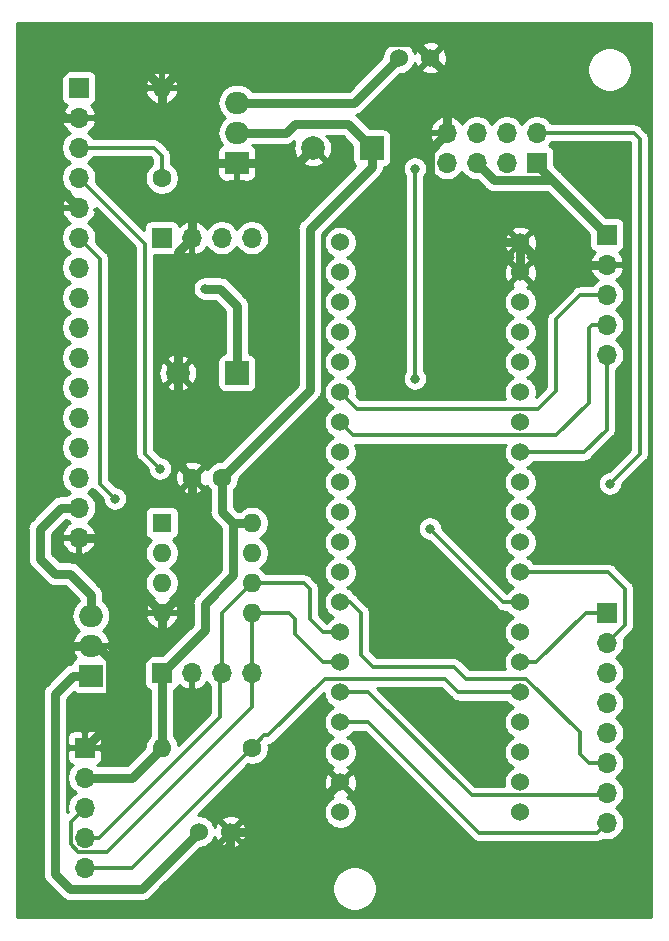
<source format=gtl>
G04 #@! TF.GenerationSoftware,KiCad,Pcbnew,(5.1.6)-1*
G04 #@! TF.CreationDate,2021-07-27T20:37:59+01:00*
G04 #@! TF.ProjectId,master_controller_v1,6d617374-6572-45f6-936f-6e74726f6c6c,1.0*
G04 #@! TF.SameCoordinates,Original*
G04 #@! TF.FileFunction,Copper,L1,Top*
G04 #@! TF.FilePolarity,Positive*
%FSLAX46Y46*%
G04 Gerber Fmt 4.6, Leading zero omitted, Abs format (unit mm)*
G04 Created by KiCad (PCBNEW (5.1.6)-1) date 2021-07-27 20:37:59*
%MOMM*%
%LPD*%
G01*
G04 APERTURE LIST*
G04 #@! TA.AperFunction,ComponentPad*
%ADD10O,1.700000X1.700000*%
G04 #@! TD*
G04 #@! TA.AperFunction,ComponentPad*
%ADD11R,1.700000X1.700000*%
G04 #@! TD*
G04 #@! TA.AperFunction,ComponentPad*
%ADD12C,1.524000*%
G04 #@! TD*
G04 #@! TA.AperFunction,ComponentPad*
%ADD13R,2.000000X2.000000*%
G04 #@! TD*
G04 #@! TA.AperFunction,ComponentPad*
%ADD14C,2.000000*%
G04 #@! TD*
G04 #@! TA.AperFunction,ComponentPad*
%ADD15O,1.600000X1.600000*%
G04 #@! TD*
G04 #@! TA.AperFunction,ComponentPad*
%ADD16C,1.600000*%
G04 #@! TD*
G04 #@! TA.AperFunction,ComponentPad*
%ADD17O,2.000000X1.905000*%
G04 #@! TD*
G04 #@! TA.AperFunction,ComponentPad*
%ADD18R,2.000000X1.905000*%
G04 #@! TD*
G04 #@! TA.AperFunction,ComponentPad*
%ADD19R,1.600000X1.600000*%
G04 #@! TD*
G04 #@! TA.AperFunction,ViaPad*
%ADD20C,0.800000*%
G04 #@! TD*
G04 #@! TA.AperFunction,Conductor*
%ADD21C,0.800000*%
G04 #@! TD*
G04 #@! TA.AperFunction,Conductor*
%ADD22C,0.300000*%
G04 #@! TD*
G04 #@! TA.AperFunction,Conductor*
%ADD23C,0.254000*%
G04 #@! TD*
G04 APERTURE END LIST*
D10*
X100500000Y-113806000D03*
X97960000Y-113806000D03*
X95420000Y-113806000D03*
D11*
X92880000Y-113806000D03*
D12*
X96012000Y-164084000D03*
X98679000Y-164084000D03*
X112946000Y-98566000D03*
X115613000Y-98566000D03*
X107993000Y-114187000D03*
X107993000Y-116727000D03*
X107993000Y-119267000D03*
X107993000Y-121807000D03*
X107993000Y-124347000D03*
X107993000Y-126887000D03*
X107993000Y-129427000D03*
X107993000Y-131967000D03*
X107993000Y-134507000D03*
X107993000Y-137047000D03*
X107993000Y-139587000D03*
X107993000Y-142127000D03*
X107993000Y-144667000D03*
X107993000Y-147207000D03*
X107993000Y-149747000D03*
X107993000Y-152287000D03*
X107993000Y-154827000D03*
X107993000Y-157367000D03*
X107993000Y-159907000D03*
X107993000Y-162447000D03*
X123233000Y-162447000D03*
X123233000Y-159907000D03*
X123233000Y-157367000D03*
X123233000Y-154827000D03*
X123233000Y-152287000D03*
X123233000Y-149747000D03*
X123233000Y-147207000D03*
X123233000Y-144667000D03*
X123233000Y-142127000D03*
X123233000Y-139587000D03*
X123233000Y-137047000D03*
X123233000Y-134507000D03*
X123233000Y-131967000D03*
X123233000Y-129427000D03*
X123233000Y-126887000D03*
X123233000Y-124347000D03*
X123233000Y-121807000D03*
X123233000Y-119267000D03*
X123233000Y-116727000D03*
X123233000Y-114187000D03*
D13*
X99230000Y-125236000D03*
D14*
X94230000Y-125236000D03*
X105660000Y-106186000D03*
D13*
X110660000Y-106186000D03*
D10*
X85852000Y-139192000D03*
X85852000Y-136652000D03*
X85852000Y-134112000D03*
X85852000Y-131572000D03*
X85852000Y-129032000D03*
X85852000Y-126492000D03*
X85852000Y-123952000D03*
X85852000Y-121412000D03*
X85852000Y-118872000D03*
X85852000Y-116332000D03*
X85852000Y-113792000D03*
X85852000Y-111252000D03*
X85852000Y-108712000D03*
X85852000Y-106172000D03*
X85852000Y-103632000D03*
D11*
X85852000Y-101092000D03*
D10*
X86360000Y-167132000D03*
X86360000Y-164592000D03*
X86360000Y-162052000D03*
X86360000Y-159512000D03*
D11*
X86360000Y-156972000D03*
D10*
X100500000Y-150636000D03*
X97960000Y-150636000D03*
X95420000Y-150636000D03*
D11*
X92880000Y-150636000D03*
X124630000Y-107456000D03*
D10*
X124630000Y-104916000D03*
X122090000Y-107456000D03*
X122090000Y-104916000D03*
X119550000Y-107456000D03*
X119550000Y-104916000D03*
X117010000Y-107456000D03*
X117010000Y-104916000D03*
X130556000Y-163336000D03*
X130556000Y-160796000D03*
X130556000Y-158256000D03*
X130556000Y-155716000D03*
X130556000Y-153176000D03*
X130556000Y-150636000D03*
X130556000Y-148096000D03*
D11*
X130556000Y-145556000D03*
D15*
X92880000Y-101106000D03*
D16*
X92880000Y-108726000D03*
D17*
X99230000Y-102376000D03*
X99230000Y-104916000D03*
D18*
X99230000Y-107456000D03*
X86868000Y-150876000D03*
D17*
X86868000Y-148336000D03*
X86868000Y-145796000D03*
D15*
X100500000Y-137936000D03*
X92880000Y-145556000D03*
X100500000Y-140476000D03*
X92880000Y-143016000D03*
X100500000Y-143016000D03*
X92880000Y-140476000D03*
X100500000Y-145556000D03*
D19*
X92880000Y-137936000D03*
D15*
X92880000Y-156986000D03*
D16*
X100500000Y-156986000D03*
X97960000Y-134126000D03*
X95460000Y-134126000D03*
D11*
X130556000Y-113552000D03*
D10*
X130556000Y-116092000D03*
X130556000Y-118632000D03*
X130556000Y-121172000D03*
X130556000Y-123712000D03*
D20*
X96520000Y-168910000D03*
X104140000Y-168910000D03*
X115570000Y-168910000D03*
X121920000Y-168910000D03*
X91440000Y-97790000D03*
X127000000Y-97790000D03*
X118110000Y-113000000D03*
X104140000Y-137160000D03*
X104726001Y-97790000D03*
X121920000Y-97790000D03*
X114300000Y-152400000D03*
X128270000Y-168910000D03*
X112522000Y-120904000D03*
X118110000Y-124968000D03*
X115316000Y-143002000D03*
X89662000Y-119634000D03*
X89916000Y-155956000D03*
X96520000Y-118110000D03*
X92710000Y-133350000D03*
X88900000Y-135890000D03*
X130810000Y-134620000D03*
X114300000Y-107950000D03*
X114300000Y-125730000D03*
X115570000Y-138430000D03*
D21*
X85344000Y-150876000D02*
X86868000Y-150876000D01*
X91186000Y-168910000D02*
X85090000Y-168910000D01*
X85090000Y-168910000D02*
X83820000Y-167640000D01*
X83820000Y-167640000D02*
X83820000Y-152400000D01*
X96012000Y-164084000D02*
X91186000Y-168910000D01*
X83820000Y-152400000D02*
X85344000Y-150876000D01*
X117010000Y-99963000D02*
X115613000Y-98566000D01*
X117010000Y-104916000D02*
X117010000Y-99963000D01*
X115559999Y-106366001D02*
X115559999Y-110479999D01*
X117010000Y-104916000D02*
X115559999Y-106366001D01*
X119267000Y-114187000D02*
X123233000Y-114187000D01*
X115559999Y-110479999D02*
X119267000Y-114187000D01*
X125138000Y-116092000D02*
X123233000Y-114187000D01*
X130556000Y-116092000D02*
X125138000Y-116092000D01*
X123233000Y-116727000D02*
X123233000Y-114187000D01*
X84649919Y-103632000D02*
X83820000Y-102802081D01*
X85852000Y-103632000D02*
X84649919Y-103632000D01*
X83820000Y-100343998D02*
X85103998Y-99060000D01*
X90834000Y-99060000D02*
X92880000Y-101106000D01*
X85103998Y-99060000D02*
X90834000Y-99060000D01*
X85852000Y-111252000D02*
X83820000Y-109220000D01*
X83820000Y-109220000D02*
X83820000Y-101600000D01*
X83820000Y-102802081D02*
X83820000Y-101600000D01*
X83820000Y-101600000D02*
X83820000Y-100343998D01*
X92880000Y-101106000D02*
X92880000Y-104310000D01*
X96026000Y-107456000D02*
X99230000Y-107456000D01*
X104390000Y-107456000D02*
X105660000Y-106186000D01*
X99230000Y-107456000D02*
X104390000Y-107456000D01*
X96782001Y-97203999D02*
X92880000Y-101106000D01*
X114250999Y-97203999D02*
X104726001Y-97203999D01*
X115613000Y-98566000D02*
X114250999Y-97203999D01*
X103816000Y-164084000D02*
X107993000Y-159907000D01*
X98679000Y-164084000D02*
X103816000Y-164084000D01*
X87360502Y-148336000D02*
X86868000Y-148336000D01*
X88468001Y-154863999D02*
X88468001Y-149443499D01*
X88468001Y-149443499D02*
X87360502Y-148336000D01*
X86360000Y-156972000D02*
X88468001Y-154863999D01*
X94230000Y-114996000D02*
X95420000Y-113806000D01*
X94230000Y-125236000D02*
X94230000Y-114996000D01*
X95420000Y-106850000D02*
X95250000Y-106680000D01*
X95420000Y-113806000D02*
X95420000Y-106850000D01*
X92880000Y-104310000D02*
X95250000Y-106680000D01*
X95250000Y-106680000D02*
X96026000Y-107456000D01*
X94230000Y-132896000D02*
X95460000Y-134126000D01*
X94230000Y-125236000D02*
X94230000Y-132896000D01*
X98679000Y-165227000D02*
X98679000Y-164084000D01*
X93472000Y-170434000D02*
X98679000Y-165227000D01*
X85344000Y-148336000D02*
X82550000Y-151130000D01*
X86868000Y-148336000D02*
X85344000Y-148336000D01*
X82550000Y-151130000D02*
X82550000Y-168148000D01*
X82550000Y-168148000D02*
X84836000Y-170434000D01*
X84836000Y-170434000D02*
X93472000Y-170434000D01*
X91292499Y-149443499D02*
X88468001Y-149443499D01*
X92880000Y-147855998D02*
X91292499Y-149443499D01*
X92880000Y-145556000D02*
X92880000Y-147855998D01*
X85852000Y-139192000D02*
X87934000Y-139192000D01*
X87934000Y-140610000D02*
X87934000Y-139192000D01*
X92880000Y-145556000D02*
X87934000Y-140610000D01*
X92880000Y-145556000D02*
X96520000Y-141916000D01*
X96520000Y-141916000D02*
X96520000Y-139700000D01*
X95460000Y-138640000D02*
X95460000Y-134126000D01*
X96520000Y-139700000D02*
X95460000Y-138640000D01*
X104726001Y-97203999D02*
X96782001Y-97203999D01*
X109136000Y-102376000D02*
X112946000Y-98566000D01*
X99230000Y-102376000D02*
X109136000Y-102376000D01*
X86868000Y-145796000D02*
X86868000Y-144018000D01*
X86868000Y-144018000D02*
X85090000Y-142240000D01*
X85090000Y-142240000D02*
X83820000Y-142240000D01*
X83820000Y-142240000D02*
X82550000Y-140970000D01*
X82550000Y-140970000D02*
X82550000Y-138430000D01*
X84328000Y-136652000D02*
X85852000Y-136652000D01*
X82550000Y-138430000D02*
X84328000Y-136652000D01*
X99230000Y-125236000D02*
X99230000Y-119550000D01*
X99230000Y-119550000D02*
X97790000Y-118110000D01*
X97790000Y-118110000D02*
X96520000Y-118110000D01*
X124630000Y-107456000D02*
X124630000Y-107626000D01*
X99230000Y-104916000D02*
X103364000Y-104916000D01*
X103364000Y-104916000D02*
X104140000Y-104140000D01*
X108614000Y-104140000D02*
X110660000Y-106186000D01*
X104140000Y-104140000D02*
X108614000Y-104140000D01*
X125910001Y-108906001D02*
X125977000Y-108973000D01*
X119550000Y-107456000D02*
X121000001Y-108906001D01*
X121000001Y-108906001D02*
X125910001Y-108906001D01*
X124630000Y-107626000D02*
X125977000Y-108973000D01*
X125977000Y-108973000D02*
X130556000Y-113552000D01*
X110660000Y-107780000D02*
X110660000Y-106186000D01*
X105410000Y-113030000D02*
X110660000Y-107780000D01*
X97960000Y-134126000D02*
X105410000Y-126676000D01*
X105410000Y-126676000D02*
X105410000Y-113030000D01*
X97960000Y-134126000D02*
X97960000Y-136990000D01*
X98906000Y-137936000D02*
X100500000Y-137936000D01*
X97960000Y-136990000D02*
X98906000Y-137936000D01*
X92880000Y-150636000D02*
X96520000Y-146996000D01*
X92880000Y-156986000D02*
X92880000Y-150636000D01*
X90354000Y-159512000D02*
X92880000Y-156986000D01*
X86360000Y-159512000D02*
X90354000Y-159512000D01*
X96520000Y-146996000D02*
X96520000Y-144780000D01*
X98906000Y-142394000D02*
X98906000Y-137936000D01*
X96520000Y-144780000D02*
X98906000Y-142394000D01*
D22*
X85852000Y-106172000D02*
X92202000Y-106172000D01*
X92880000Y-106850000D02*
X92880000Y-108726000D01*
X92202000Y-106172000D02*
X92880000Y-106850000D01*
X85852000Y-108712000D02*
X91440000Y-114300000D01*
X91440000Y-114300000D02*
X91440000Y-132080000D01*
X91440000Y-132080000D02*
X92710000Y-133350000D01*
X85852000Y-113792000D02*
X87630000Y-115570000D01*
X87630000Y-115570000D02*
X87630000Y-134620000D01*
X87630000Y-134620000D02*
X88900000Y-135890000D01*
X85783999Y-165792001D02*
X88207999Y-165792001D01*
X85159999Y-165168001D02*
X85783999Y-165792001D01*
X86360000Y-162052000D02*
X85159999Y-163252001D01*
X85159999Y-163252001D02*
X85159999Y-165168001D01*
X100500000Y-153500000D02*
X100500000Y-150636000D01*
X88207999Y-165792001D02*
X100500000Y-153500000D01*
X100500000Y-150636000D02*
X100500000Y-145556000D01*
X107993000Y-149747000D02*
X106567000Y-149747000D01*
X106567000Y-149747000D02*
X104140000Y-147320000D01*
X104140000Y-147320000D02*
X104140000Y-146050000D01*
X103646000Y-145556000D02*
X100500000Y-145556000D01*
X104140000Y-146050000D02*
X103646000Y-145556000D01*
X87562081Y-164592000D02*
X97790000Y-154364081D01*
X86360000Y-164592000D02*
X87562081Y-164592000D01*
X97790000Y-150806000D02*
X97960000Y-150636000D01*
X97790000Y-154364081D02*
X97790000Y-150806000D01*
X97960000Y-145556000D02*
X100500000Y-143016000D01*
X97960000Y-150636000D02*
X97960000Y-145556000D01*
X100500000Y-143016000D02*
X104916000Y-143016000D01*
X104916000Y-143016000D02*
X105410000Y-143510000D01*
X105410000Y-143510000D02*
X105410000Y-146050000D01*
X106567000Y-147207000D02*
X107993000Y-147207000D01*
X105410000Y-146050000D02*
X106567000Y-147207000D01*
X90354000Y-167132000D02*
X100500000Y-156986000D01*
X86360000Y-167132000D02*
X90354000Y-167132000D01*
X100500000Y-156986000D02*
X101546999Y-155939001D01*
X101546999Y-155939001D02*
X101870999Y-155939001D01*
X101870999Y-155939001D02*
X106680000Y-151130000D01*
X106680000Y-151130000D02*
X116840000Y-151130000D01*
X117997000Y-152287000D02*
X123233000Y-152287000D01*
X116840000Y-151130000D02*
X117997000Y-152287000D01*
X132856000Y-104916000D02*
X127522000Y-104916000D01*
X127522000Y-104916000D02*
X127776000Y-104916000D01*
X124630000Y-104916000D02*
X127522000Y-104916000D01*
X133350000Y-132080000D02*
X133350000Y-105410000D01*
X130810000Y-134620000D02*
X133350000Y-132080000D01*
X133350000Y-105410000D02*
X132856000Y-104916000D01*
X114300000Y-107950000D02*
X114300000Y-125730000D01*
X121807000Y-144667000D02*
X123233000Y-144667000D01*
X115570000Y-138430000D02*
X121807000Y-144667000D01*
X129272000Y-121172000D02*
X130556000Y-121172000D01*
X109105001Y-130539001D02*
X126254999Y-130539001D01*
X107993000Y-129427000D02*
X109105001Y-130539001D01*
X126254999Y-130539001D02*
X129032000Y-127762000D01*
X129032000Y-127762000D02*
X129032000Y-121412000D01*
X129032000Y-121412000D02*
X129272000Y-121172000D01*
X130288000Y-118632000D02*
X130556000Y-118632000D01*
X130556000Y-118632000D02*
X128256000Y-118632000D01*
X128256000Y-118632000D02*
X126238000Y-120650000D01*
X126238000Y-120650000D02*
X126238000Y-126746000D01*
X126238000Y-126746000D02*
X124714000Y-128270000D01*
X109376000Y-128270000D02*
X107993000Y-126887000D01*
X124714000Y-128270000D02*
X109376000Y-128270000D01*
X123721762Y-151130000D02*
X128270000Y-155678238D01*
X128270000Y-155678238D02*
X128270000Y-157480000D01*
X129046000Y-158256000D02*
X130556000Y-158256000D01*
X128270000Y-157480000D02*
X129046000Y-158256000D01*
X107993000Y-144667000D02*
X108853000Y-144667000D01*
X108853000Y-144667000D02*
X109728000Y-145542000D01*
X109728000Y-145542000D02*
X109728000Y-149098000D01*
X109728000Y-149098000D02*
X110744000Y-150114000D01*
X110744000Y-150114000D02*
X117602000Y-150114000D01*
X118618000Y-151130000D02*
X119634000Y-151130000D01*
X117602000Y-150114000D02*
X118618000Y-151130000D01*
X119380000Y-151130000D02*
X119634000Y-151130000D01*
X119634000Y-151130000D02*
X123721762Y-151130000D01*
X107993000Y-152287000D02*
X110377000Y-152287000D01*
X130332999Y-161019001D02*
X130556000Y-160796000D01*
X119109001Y-161019001D02*
X130332999Y-161019001D01*
X110377000Y-152287000D02*
X119109001Y-161019001D01*
X107993000Y-154827000D02*
X110377000Y-154827000D01*
X129706001Y-164185999D02*
X130556000Y-163336000D01*
X119735999Y-164185999D02*
X129706001Y-164185999D01*
X110377000Y-154827000D02*
X119735999Y-164185999D01*
X123233000Y-149747000D02*
X124573000Y-149747000D01*
X128764000Y-145556000D02*
X130556000Y-145556000D01*
X124573000Y-149747000D02*
X128764000Y-145556000D01*
X130556000Y-148096000D02*
X132080000Y-146572000D01*
X132080000Y-146572000D02*
X132080000Y-143510000D01*
X130697000Y-142127000D02*
X123233000Y-142127000D01*
X132080000Y-143510000D02*
X130697000Y-142127000D01*
X123233000Y-131967000D02*
X128637000Y-131967000D01*
X130556000Y-130048000D02*
X130556000Y-123712000D01*
X128637000Y-131967000D02*
X130556000Y-130048000D01*
D23*
G36*
X134340001Y-171323000D02*
G01*
X80660000Y-171323000D01*
X80660000Y-152400000D01*
X82779994Y-152400000D01*
X82785001Y-152450838D01*
X82785000Y-167589172D01*
X82779994Y-167640000D01*
X82785000Y-167690828D01*
X82785000Y-167690837D01*
X82799976Y-167842894D01*
X82859159Y-168037992D01*
X82955266Y-168217797D01*
X83084604Y-168375396D01*
X83124097Y-168407807D01*
X84322197Y-169605908D01*
X84354604Y-169645396D01*
X84394092Y-169677803D01*
X84512202Y-169774734D01*
X84564864Y-169802882D01*
X84692007Y-169870841D01*
X84887105Y-169930024D01*
X85039162Y-169945000D01*
X85039171Y-169945000D01*
X85089999Y-169950006D01*
X85140827Y-169945000D01*
X91135172Y-169945000D01*
X91186000Y-169950006D01*
X91236828Y-169945000D01*
X91236838Y-169945000D01*
X91388895Y-169930024D01*
X91583993Y-169870841D01*
X91763797Y-169774734D01*
X91921396Y-169645396D01*
X91953807Y-169605903D01*
X92835366Y-168724344D01*
X107335000Y-168724344D01*
X107335000Y-169095656D01*
X107407439Y-169459834D01*
X107549534Y-169802882D01*
X107755825Y-170111618D01*
X108018382Y-170374175D01*
X108327118Y-170580466D01*
X108670166Y-170722561D01*
X109034344Y-170795000D01*
X109405656Y-170795000D01*
X109769834Y-170722561D01*
X110112882Y-170580466D01*
X110421618Y-170374175D01*
X110684175Y-170111618D01*
X110890466Y-169802882D01*
X111032561Y-169459834D01*
X111105000Y-169095656D01*
X111105000Y-168724344D01*
X111032561Y-168360166D01*
X110890466Y-168017118D01*
X110684175Y-167708382D01*
X110421618Y-167445825D01*
X110112882Y-167239534D01*
X109769834Y-167097439D01*
X109405656Y-167025000D01*
X109034344Y-167025000D01*
X108670166Y-167097439D01*
X108327118Y-167239534D01*
X108018382Y-167445825D01*
X107755825Y-167708382D01*
X107549534Y-168017118D01*
X107407439Y-168360166D01*
X107335000Y-168724344D01*
X92835366Y-168724344D01*
X96078711Y-165481000D01*
X96149592Y-165481000D01*
X96419490Y-165427314D01*
X96673727Y-165322005D01*
X96902535Y-165169120D01*
X97022090Y-165049565D01*
X97893040Y-165049565D01*
X97960020Y-165289656D01*
X98209048Y-165406756D01*
X98476135Y-165473023D01*
X98751017Y-165485910D01*
X99023133Y-165444922D01*
X99282023Y-165351636D01*
X99397980Y-165289656D01*
X99464960Y-165049565D01*
X98679000Y-164263605D01*
X97893040Y-165049565D01*
X97022090Y-165049565D01*
X97097120Y-164974535D01*
X97250005Y-164745727D01*
X97347610Y-164510090D01*
X97411364Y-164687023D01*
X97473344Y-164802980D01*
X97713435Y-164869960D01*
X98499395Y-164084000D01*
X98858605Y-164084000D01*
X99644565Y-164869960D01*
X99884656Y-164802980D01*
X100001756Y-164553952D01*
X100068023Y-164286865D01*
X100080910Y-164011983D01*
X100039922Y-163739867D01*
X99946636Y-163480977D01*
X99884656Y-163365020D01*
X99644565Y-163298040D01*
X98858605Y-164084000D01*
X98499395Y-164084000D01*
X97713435Y-163298040D01*
X97473344Y-163365020D01*
X97356244Y-163614048D01*
X97346204Y-163654516D01*
X97250005Y-163422273D01*
X97097120Y-163193465D01*
X97022090Y-163118435D01*
X97893040Y-163118435D01*
X98679000Y-163904395D01*
X99464960Y-163118435D01*
X99397980Y-162878344D01*
X99148952Y-162761244D01*
X98881865Y-162694977D01*
X98606983Y-162682090D01*
X98334867Y-162723078D01*
X98075977Y-162816364D01*
X97960020Y-162878344D01*
X97893040Y-163118435D01*
X97022090Y-163118435D01*
X96902535Y-162998880D01*
X96673727Y-162845995D01*
X96419490Y-162740686D01*
X96149592Y-162687000D01*
X95909157Y-162687000D01*
X96286749Y-162309408D01*
X106596000Y-162309408D01*
X106596000Y-162584592D01*
X106649686Y-162854490D01*
X106754995Y-163108727D01*
X106907880Y-163337535D01*
X107102465Y-163532120D01*
X107331273Y-163685005D01*
X107585510Y-163790314D01*
X107855408Y-163844000D01*
X108130592Y-163844000D01*
X108400490Y-163790314D01*
X108654727Y-163685005D01*
X108883535Y-163532120D01*
X109078120Y-163337535D01*
X109231005Y-163108727D01*
X109336314Y-162854490D01*
X109390000Y-162584592D01*
X109390000Y-162309408D01*
X109336314Y-162039510D01*
X109231005Y-161785273D01*
X109078120Y-161556465D01*
X108883535Y-161361880D01*
X108654727Y-161208995D01*
X108583057Y-161179308D01*
X108596023Y-161174636D01*
X108711980Y-161112656D01*
X108778960Y-160872565D01*
X107993000Y-160086605D01*
X107207040Y-160872565D01*
X107274020Y-161112656D01*
X107409760Y-161176485D01*
X107331273Y-161208995D01*
X107102465Y-161361880D01*
X106907880Y-161556465D01*
X106754995Y-161785273D01*
X106649686Y-162039510D01*
X106596000Y-162309408D01*
X96286749Y-162309408D01*
X98617140Y-159979017D01*
X106591090Y-159979017D01*
X106632078Y-160251133D01*
X106725364Y-160510023D01*
X106787344Y-160625980D01*
X107027435Y-160692960D01*
X107813395Y-159907000D01*
X108172605Y-159907000D01*
X108958565Y-160692960D01*
X109198656Y-160625980D01*
X109315756Y-160376952D01*
X109382023Y-160109865D01*
X109394910Y-159834983D01*
X109353922Y-159562867D01*
X109260636Y-159303977D01*
X109198656Y-159188020D01*
X108958565Y-159121040D01*
X108172605Y-159907000D01*
X107813395Y-159907000D01*
X107027435Y-159121040D01*
X106787344Y-159188020D01*
X106670244Y-159437048D01*
X106603977Y-159704135D01*
X106591090Y-159979017D01*
X98617140Y-159979017D01*
X100205603Y-158390554D01*
X100358665Y-158421000D01*
X100641335Y-158421000D01*
X100918574Y-158365853D01*
X101179727Y-158257680D01*
X101414759Y-158100637D01*
X101614637Y-157900759D01*
X101771680Y-157665727D01*
X101879853Y-157404574D01*
X101935000Y-157127335D01*
X101935000Y-156844665D01*
X101910970Y-156723862D01*
X102024886Y-156712642D01*
X102172859Y-156667755D01*
X102309232Y-156594863D01*
X102428763Y-156496765D01*
X102453346Y-156466811D01*
X106596000Y-152324158D01*
X106596000Y-152424592D01*
X106649686Y-152694490D01*
X106754995Y-152948727D01*
X106907880Y-153177535D01*
X107102465Y-153372120D01*
X107331273Y-153525005D01*
X107408515Y-153557000D01*
X107331273Y-153588995D01*
X107102465Y-153741880D01*
X106907880Y-153936465D01*
X106754995Y-154165273D01*
X106649686Y-154419510D01*
X106596000Y-154689408D01*
X106596000Y-154964592D01*
X106649686Y-155234490D01*
X106754995Y-155488727D01*
X106907880Y-155717535D01*
X107102465Y-155912120D01*
X107331273Y-156065005D01*
X107408515Y-156097000D01*
X107331273Y-156128995D01*
X107102465Y-156281880D01*
X106907880Y-156476465D01*
X106754995Y-156705273D01*
X106649686Y-156959510D01*
X106596000Y-157229408D01*
X106596000Y-157504592D01*
X106649686Y-157774490D01*
X106754995Y-158028727D01*
X106907880Y-158257535D01*
X107102465Y-158452120D01*
X107331273Y-158605005D01*
X107402943Y-158634692D01*
X107389977Y-158639364D01*
X107274020Y-158701344D01*
X107207040Y-158941435D01*
X107993000Y-159727395D01*
X108778960Y-158941435D01*
X108711980Y-158701344D01*
X108576240Y-158637515D01*
X108654727Y-158605005D01*
X108883535Y-158452120D01*
X109078120Y-158257535D01*
X109231005Y-158028727D01*
X109336314Y-157774490D01*
X109390000Y-157504592D01*
X109390000Y-157229408D01*
X109336314Y-156959510D01*
X109231005Y-156705273D01*
X109078120Y-156476465D01*
X108883535Y-156281880D01*
X108654727Y-156128995D01*
X108577485Y-156097000D01*
X108654727Y-156065005D01*
X108883535Y-155912120D01*
X109078120Y-155717535D01*
X109148636Y-155612000D01*
X110051843Y-155612000D01*
X119153657Y-164713815D01*
X119178235Y-164743763D01*
X119208183Y-164768341D01*
X119208186Y-164768344D01*
X119222277Y-164779908D01*
X119297766Y-164841861D01*
X119434139Y-164914753D01*
X119547671Y-164949193D01*
X119582111Y-164959640D01*
X119596489Y-164961056D01*
X119697438Y-164970999D01*
X119697445Y-164970999D01*
X119735998Y-164974796D01*
X119774551Y-164970999D01*
X129667448Y-164970999D01*
X129706001Y-164974796D01*
X129744554Y-164970999D01*
X129744562Y-164970999D01*
X129859888Y-164959640D01*
X130007861Y-164914753D01*
X130144234Y-164841861D01*
X130216491Y-164782560D01*
X130409740Y-164821000D01*
X130702260Y-164821000D01*
X130989158Y-164763932D01*
X131259411Y-164651990D01*
X131502632Y-164489475D01*
X131709475Y-164282632D01*
X131871990Y-164039411D01*
X131983932Y-163769158D01*
X132041000Y-163482260D01*
X132041000Y-163189740D01*
X131983932Y-162902842D01*
X131871990Y-162632589D01*
X131709475Y-162389368D01*
X131502632Y-162182525D01*
X131328240Y-162066000D01*
X131502632Y-161949475D01*
X131709475Y-161742632D01*
X131871990Y-161499411D01*
X131983932Y-161229158D01*
X132041000Y-160942260D01*
X132041000Y-160649740D01*
X131983932Y-160362842D01*
X131871990Y-160092589D01*
X131709475Y-159849368D01*
X131502632Y-159642525D01*
X131328240Y-159526000D01*
X131502632Y-159409475D01*
X131709475Y-159202632D01*
X131871990Y-158959411D01*
X131983932Y-158689158D01*
X132041000Y-158402260D01*
X132041000Y-158109740D01*
X131983932Y-157822842D01*
X131871990Y-157552589D01*
X131709475Y-157309368D01*
X131502632Y-157102525D01*
X131328240Y-156986000D01*
X131502632Y-156869475D01*
X131709475Y-156662632D01*
X131871990Y-156419411D01*
X131983932Y-156149158D01*
X132041000Y-155862260D01*
X132041000Y-155569740D01*
X131983932Y-155282842D01*
X131871990Y-155012589D01*
X131709475Y-154769368D01*
X131502632Y-154562525D01*
X131328240Y-154446000D01*
X131502632Y-154329475D01*
X131709475Y-154122632D01*
X131871990Y-153879411D01*
X131983932Y-153609158D01*
X132041000Y-153322260D01*
X132041000Y-153029740D01*
X131983932Y-152742842D01*
X131871990Y-152472589D01*
X131709475Y-152229368D01*
X131502632Y-152022525D01*
X131328240Y-151906000D01*
X131502632Y-151789475D01*
X131709475Y-151582632D01*
X131871990Y-151339411D01*
X131983932Y-151069158D01*
X132041000Y-150782260D01*
X132041000Y-150489740D01*
X131983932Y-150202842D01*
X131871990Y-149932589D01*
X131709475Y-149689368D01*
X131502632Y-149482525D01*
X131328240Y-149366000D01*
X131502632Y-149249475D01*
X131709475Y-149042632D01*
X131871990Y-148799411D01*
X131983932Y-148529158D01*
X132041000Y-148242260D01*
X132041000Y-147949740D01*
X132003075Y-147759082D01*
X132607817Y-147154341D01*
X132637764Y-147129764D01*
X132735862Y-147010233D01*
X132808754Y-146873860D01*
X132853641Y-146725887D01*
X132865000Y-146610561D01*
X132865000Y-146610554D01*
X132868797Y-146572001D01*
X132865000Y-146533448D01*
X132865000Y-143548552D01*
X132868797Y-143509999D01*
X132865000Y-143471446D01*
X132865000Y-143471439D01*
X132853641Y-143356113D01*
X132808754Y-143208140D01*
X132735862Y-143071767D01*
X132683367Y-143007803D01*
X132662345Y-142982187D01*
X132662342Y-142982184D01*
X132637764Y-142952236D01*
X132607816Y-142927658D01*
X131279347Y-141599190D01*
X131254764Y-141569236D01*
X131135233Y-141471138D01*
X130998860Y-141398246D01*
X130850887Y-141353359D01*
X130735561Y-141342000D01*
X130735553Y-141342000D01*
X130697000Y-141338203D01*
X130658447Y-141342000D01*
X124388636Y-141342000D01*
X124318120Y-141236465D01*
X124123535Y-141041880D01*
X123894727Y-140888995D01*
X123817485Y-140857000D01*
X123894727Y-140825005D01*
X124123535Y-140672120D01*
X124318120Y-140477535D01*
X124471005Y-140248727D01*
X124576314Y-139994490D01*
X124630000Y-139724592D01*
X124630000Y-139449408D01*
X124576314Y-139179510D01*
X124471005Y-138925273D01*
X124318120Y-138696465D01*
X124123535Y-138501880D01*
X123894727Y-138348995D01*
X123817485Y-138317000D01*
X123894727Y-138285005D01*
X124123535Y-138132120D01*
X124318120Y-137937535D01*
X124471005Y-137708727D01*
X124576314Y-137454490D01*
X124630000Y-137184592D01*
X124630000Y-136909408D01*
X124576314Y-136639510D01*
X124471005Y-136385273D01*
X124318120Y-136156465D01*
X124123535Y-135961880D01*
X123894727Y-135808995D01*
X123817485Y-135777000D01*
X123894727Y-135745005D01*
X124123535Y-135592120D01*
X124318120Y-135397535D01*
X124471005Y-135168727D01*
X124576314Y-134914490D01*
X124630000Y-134644592D01*
X124630000Y-134369408D01*
X124576314Y-134099510D01*
X124471005Y-133845273D01*
X124318120Y-133616465D01*
X124123535Y-133421880D01*
X123894727Y-133268995D01*
X123817485Y-133237000D01*
X123894727Y-133205005D01*
X124123535Y-133052120D01*
X124318120Y-132857535D01*
X124388636Y-132752000D01*
X128598447Y-132752000D01*
X128637000Y-132755797D01*
X128675553Y-132752000D01*
X128675561Y-132752000D01*
X128790887Y-132740641D01*
X128938860Y-132695754D01*
X129075233Y-132622862D01*
X129194764Y-132524764D01*
X129219347Y-132494810D01*
X131083811Y-130630346D01*
X131113764Y-130605764D01*
X131211862Y-130486233D01*
X131284754Y-130349860D01*
X131294560Y-130317535D01*
X131329642Y-130201887D01*
X131337020Y-130126974D01*
X131341000Y-130086561D01*
X131341000Y-130086556D01*
X131344797Y-130048000D01*
X131341000Y-130009444D01*
X131341000Y-124973474D01*
X131502632Y-124865475D01*
X131709475Y-124658632D01*
X131871990Y-124415411D01*
X131983932Y-124145158D01*
X132041000Y-123858260D01*
X132041000Y-123565740D01*
X131983932Y-123278842D01*
X131871990Y-123008589D01*
X131709475Y-122765368D01*
X131502632Y-122558525D01*
X131328240Y-122442000D01*
X131502632Y-122325475D01*
X131709475Y-122118632D01*
X131871990Y-121875411D01*
X131983932Y-121605158D01*
X132041000Y-121318260D01*
X132041000Y-121025740D01*
X131983932Y-120738842D01*
X131871990Y-120468589D01*
X131709475Y-120225368D01*
X131502632Y-120018525D01*
X131328240Y-119902000D01*
X131502632Y-119785475D01*
X131709475Y-119578632D01*
X131871990Y-119335411D01*
X131983932Y-119065158D01*
X132041000Y-118778260D01*
X132041000Y-118485740D01*
X131983932Y-118198842D01*
X131871990Y-117928589D01*
X131709475Y-117685368D01*
X131502632Y-117478525D01*
X131320466Y-117356805D01*
X131437355Y-117287178D01*
X131653588Y-117092269D01*
X131827641Y-116858920D01*
X131952825Y-116596099D01*
X131997476Y-116448890D01*
X131876155Y-116219000D01*
X130683000Y-116219000D01*
X130683000Y-116239000D01*
X130429000Y-116239000D01*
X130429000Y-116219000D01*
X129235845Y-116219000D01*
X129114524Y-116448890D01*
X129159175Y-116596099D01*
X129284359Y-116858920D01*
X129458412Y-117092269D01*
X129674645Y-117287178D01*
X129791534Y-117356805D01*
X129609368Y-117478525D01*
X129402525Y-117685368D01*
X129294526Y-117847000D01*
X128294555Y-117847000D01*
X128256000Y-117843203D01*
X128217444Y-117847000D01*
X128217439Y-117847000D01*
X128177026Y-117850980D01*
X128102113Y-117858358D01*
X127954140Y-117903246D01*
X127817767Y-117976138D01*
X127757559Y-118025550D01*
X127728187Y-118049655D01*
X127728184Y-118049658D01*
X127698236Y-118074236D01*
X127673658Y-118104184D01*
X125710190Y-120067653D01*
X125680236Y-120092236D01*
X125582138Y-120211768D01*
X125509246Y-120348141D01*
X125464359Y-120496114D01*
X125453000Y-120611440D01*
X125453000Y-120611447D01*
X125449203Y-120650000D01*
X125453000Y-120688553D01*
X125453001Y-126420841D01*
X124574165Y-127299677D01*
X124576314Y-127294490D01*
X124630000Y-127024592D01*
X124630000Y-126749408D01*
X124576314Y-126479510D01*
X124471005Y-126225273D01*
X124318120Y-125996465D01*
X124123535Y-125801880D01*
X123894727Y-125648995D01*
X123817485Y-125617000D01*
X123894727Y-125585005D01*
X124123535Y-125432120D01*
X124318120Y-125237535D01*
X124471005Y-125008727D01*
X124576314Y-124754490D01*
X124630000Y-124484592D01*
X124630000Y-124209408D01*
X124576314Y-123939510D01*
X124471005Y-123685273D01*
X124318120Y-123456465D01*
X124123535Y-123261880D01*
X123894727Y-123108995D01*
X123817485Y-123077000D01*
X123894727Y-123045005D01*
X124123535Y-122892120D01*
X124318120Y-122697535D01*
X124471005Y-122468727D01*
X124576314Y-122214490D01*
X124630000Y-121944592D01*
X124630000Y-121669408D01*
X124576314Y-121399510D01*
X124471005Y-121145273D01*
X124318120Y-120916465D01*
X124123535Y-120721880D01*
X123894727Y-120568995D01*
X123817485Y-120537000D01*
X123894727Y-120505005D01*
X124123535Y-120352120D01*
X124318120Y-120157535D01*
X124471005Y-119928727D01*
X124576314Y-119674490D01*
X124630000Y-119404592D01*
X124630000Y-119129408D01*
X124576314Y-118859510D01*
X124471005Y-118605273D01*
X124318120Y-118376465D01*
X124123535Y-118181880D01*
X123894727Y-118028995D01*
X123823057Y-117999308D01*
X123836023Y-117994636D01*
X123951980Y-117932656D01*
X124018960Y-117692565D01*
X123233000Y-116906605D01*
X122447040Y-117692565D01*
X122514020Y-117932656D01*
X122649760Y-117996485D01*
X122571273Y-118028995D01*
X122342465Y-118181880D01*
X122147880Y-118376465D01*
X121994995Y-118605273D01*
X121889686Y-118859510D01*
X121836000Y-119129408D01*
X121836000Y-119404592D01*
X121889686Y-119674490D01*
X121994995Y-119928727D01*
X122147880Y-120157535D01*
X122342465Y-120352120D01*
X122571273Y-120505005D01*
X122648515Y-120537000D01*
X122571273Y-120568995D01*
X122342465Y-120721880D01*
X122147880Y-120916465D01*
X121994995Y-121145273D01*
X121889686Y-121399510D01*
X121836000Y-121669408D01*
X121836000Y-121944592D01*
X121889686Y-122214490D01*
X121994995Y-122468727D01*
X122147880Y-122697535D01*
X122342465Y-122892120D01*
X122571273Y-123045005D01*
X122648515Y-123077000D01*
X122571273Y-123108995D01*
X122342465Y-123261880D01*
X122147880Y-123456465D01*
X121994995Y-123685273D01*
X121889686Y-123939510D01*
X121836000Y-124209408D01*
X121836000Y-124484592D01*
X121889686Y-124754490D01*
X121994995Y-125008727D01*
X122147880Y-125237535D01*
X122342465Y-125432120D01*
X122571273Y-125585005D01*
X122648515Y-125617000D01*
X122571273Y-125648995D01*
X122342465Y-125801880D01*
X122147880Y-125996465D01*
X121994995Y-126225273D01*
X121889686Y-126479510D01*
X121836000Y-126749408D01*
X121836000Y-127024592D01*
X121889686Y-127294490D01*
X121968598Y-127485000D01*
X109701158Y-127485000D01*
X109365238Y-127149080D01*
X109390000Y-127024592D01*
X109390000Y-126749408D01*
X109336314Y-126479510D01*
X109231005Y-126225273D01*
X109078120Y-125996465D01*
X108883535Y-125801880D01*
X108654727Y-125648995D01*
X108577485Y-125617000D01*
X108654727Y-125585005D01*
X108883535Y-125432120D01*
X109078120Y-125237535D01*
X109231005Y-125008727D01*
X109336314Y-124754490D01*
X109390000Y-124484592D01*
X109390000Y-124209408D01*
X109336314Y-123939510D01*
X109231005Y-123685273D01*
X109078120Y-123456465D01*
X108883535Y-123261880D01*
X108654727Y-123108995D01*
X108577485Y-123077000D01*
X108654727Y-123045005D01*
X108883535Y-122892120D01*
X109078120Y-122697535D01*
X109231005Y-122468727D01*
X109336314Y-122214490D01*
X109390000Y-121944592D01*
X109390000Y-121669408D01*
X109336314Y-121399510D01*
X109231005Y-121145273D01*
X109078120Y-120916465D01*
X108883535Y-120721880D01*
X108654727Y-120568995D01*
X108577485Y-120537000D01*
X108654727Y-120505005D01*
X108883535Y-120352120D01*
X109078120Y-120157535D01*
X109231005Y-119928727D01*
X109336314Y-119674490D01*
X109390000Y-119404592D01*
X109390000Y-119129408D01*
X109336314Y-118859510D01*
X109231005Y-118605273D01*
X109078120Y-118376465D01*
X108883535Y-118181880D01*
X108654727Y-118028995D01*
X108577485Y-117997000D01*
X108654727Y-117965005D01*
X108883535Y-117812120D01*
X109078120Y-117617535D01*
X109231005Y-117388727D01*
X109336314Y-117134490D01*
X109390000Y-116864592D01*
X109390000Y-116589408D01*
X109336314Y-116319510D01*
X109231005Y-116065273D01*
X109078120Y-115836465D01*
X108883535Y-115641880D01*
X108654727Y-115488995D01*
X108577485Y-115457000D01*
X108654727Y-115425005D01*
X108883535Y-115272120D01*
X109078120Y-115077535D01*
X109231005Y-114848727D01*
X109336314Y-114594490D01*
X109390000Y-114324592D01*
X109390000Y-114049408D01*
X109336314Y-113779510D01*
X109231005Y-113525273D01*
X109078120Y-113296465D01*
X108883535Y-113101880D01*
X108654727Y-112948995D01*
X108400490Y-112843686D01*
X108130592Y-112790000D01*
X107855408Y-112790000D01*
X107585510Y-112843686D01*
X107331273Y-112948995D01*
X107102465Y-113101880D01*
X106907880Y-113296465D01*
X106754995Y-113525273D01*
X106649686Y-113779510D01*
X106596000Y-114049408D01*
X106596000Y-114324592D01*
X106649686Y-114594490D01*
X106754995Y-114848727D01*
X106907880Y-115077535D01*
X107102465Y-115272120D01*
X107331273Y-115425005D01*
X107408515Y-115457000D01*
X107331273Y-115488995D01*
X107102465Y-115641880D01*
X106907880Y-115836465D01*
X106754995Y-116065273D01*
X106649686Y-116319510D01*
X106596000Y-116589408D01*
X106596000Y-116864592D01*
X106649686Y-117134490D01*
X106754995Y-117388727D01*
X106907880Y-117617535D01*
X107102465Y-117812120D01*
X107331273Y-117965005D01*
X107408515Y-117997000D01*
X107331273Y-118028995D01*
X107102465Y-118181880D01*
X106907880Y-118376465D01*
X106754995Y-118605273D01*
X106649686Y-118859510D01*
X106596000Y-119129408D01*
X106596000Y-119404592D01*
X106649686Y-119674490D01*
X106754995Y-119928727D01*
X106907880Y-120157535D01*
X107102465Y-120352120D01*
X107331273Y-120505005D01*
X107408515Y-120537000D01*
X107331273Y-120568995D01*
X107102465Y-120721880D01*
X106907880Y-120916465D01*
X106754995Y-121145273D01*
X106649686Y-121399510D01*
X106596000Y-121669408D01*
X106596000Y-121944592D01*
X106649686Y-122214490D01*
X106754995Y-122468727D01*
X106907880Y-122697535D01*
X107102465Y-122892120D01*
X107331273Y-123045005D01*
X107408515Y-123077000D01*
X107331273Y-123108995D01*
X107102465Y-123261880D01*
X106907880Y-123456465D01*
X106754995Y-123685273D01*
X106649686Y-123939510D01*
X106596000Y-124209408D01*
X106596000Y-124484592D01*
X106649686Y-124754490D01*
X106754995Y-125008727D01*
X106907880Y-125237535D01*
X107102465Y-125432120D01*
X107331273Y-125585005D01*
X107408515Y-125617000D01*
X107331273Y-125648995D01*
X107102465Y-125801880D01*
X106907880Y-125996465D01*
X106754995Y-126225273D01*
X106649686Y-126479510D01*
X106596000Y-126749408D01*
X106596000Y-127024592D01*
X106649686Y-127294490D01*
X106754995Y-127548727D01*
X106907880Y-127777535D01*
X107102465Y-127972120D01*
X107331273Y-128125005D01*
X107408515Y-128157000D01*
X107331273Y-128188995D01*
X107102465Y-128341880D01*
X106907880Y-128536465D01*
X106754995Y-128765273D01*
X106649686Y-129019510D01*
X106596000Y-129289408D01*
X106596000Y-129564592D01*
X106649686Y-129834490D01*
X106754995Y-130088727D01*
X106907880Y-130317535D01*
X107102465Y-130512120D01*
X107331273Y-130665005D01*
X107408515Y-130697000D01*
X107331273Y-130728995D01*
X107102465Y-130881880D01*
X106907880Y-131076465D01*
X106754995Y-131305273D01*
X106649686Y-131559510D01*
X106596000Y-131829408D01*
X106596000Y-132104592D01*
X106649686Y-132374490D01*
X106754995Y-132628727D01*
X106907880Y-132857535D01*
X107102465Y-133052120D01*
X107331273Y-133205005D01*
X107408515Y-133237000D01*
X107331273Y-133268995D01*
X107102465Y-133421880D01*
X106907880Y-133616465D01*
X106754995Y-133845273D01*
X106649686Y-134099510D01*
X106596000Y-134369408D01*
X106596000Y-134644592D01*
X106649686Y-134914490D01*
X106754995Y-135168727D01*
X106907880Y-135397535D01*
X107102465Y-135592120D01*
X107331273Y-135745005D01*
X107408515Y-135777000D01*
X107331273Y-135808995D01*
X107102465Y-135961880D01*
X106907880Y-136156465D01*
X106754995Y-136385273D01*
X106649686Y-136639510D01*
X106596000Y-136909408D01*
X106596000Y-137184592D01*
X106649686Y-137454490D01*
X106754995Y-137708727D01*
X106907880Y-137937535D01*
X107102465Y-138132120D01*
X107331273Y-138285005D01*
X107408515Y-138317000D01*
X107331273Y-138348995D01*
X107102465Y-138501880D01*
X106907880Y-138696465D01*
X106754995Y-138925273D01*
X106649686Y-139179510D01*
X106596000Y-139449408D01*
X106596000Y-139724592D01*
X106649686Y-139994490D01*
X106754995Y-140248727D01*
X106907880Y-140477535D01*
X107102465Y-140672120D01*
X107331273Y-140825005D01*
X107408515Y-140857000D01*
X107331273Y-140888995D01*
X107102465Y-141041880D01*
X106907880Y-141236465D01*
X106754995Y-141465273D01*
X106649686Y-141719510D01*
X106596000Y-141989408D01*
X106596000Y-142264592D01*
X106649686Y-142534490D01*
X106754995Y-142788727D01*
X106907880Y-143017535D01*
X107102465Y-143212120D01*
X107331273Y-143365005D01*
X107408515Y-143397000D01*
X107331273Y-143428995D01*
X107102465Y-143581880D01*
X106907880Y-143776465D01*
X106754995Y-144005273D01*
X106649686Y-144259510D01*
X106596000Y-144529408D01*
X106596000Y-144804592D01*
X106649686Y-145074490D01*
X106754995Y-145328727D01*
X106907880Y-145557535D01*
X107102465Y-145752120D01*
X107331273Y-145905005D01*
X107408515Y-145937000D01*
X107331273Y-145968995D01*
X107102465Y-146121880D01*
X106907880Y-146316465D01*
X106859311Y-146389153D01*
X106195000Y-145724843D01*
X106195000Y-143548552D01*
X106198797Y-143509999D01*
X106195000Y-143471446D01*
X106195000Y-143471439D01*
X106183641Y-143356113D01*
X106138754Y-143208140D01*
X106065862Y-143071767D01*
X105967764Y-142952236D01*
X105937811Y-142927654D01*
X105498347Y-142488190D01*
X105473764Y-142458236D01*
X105354233Y-142360138D01*
X105217860Y-142287246D01*
X105069887Y-142242359D01*
X104954561Y-142231000D01*
X104954553Y-142231000D01*
X104916000Y-142227203D01*
X104877447Y-142231000D01*
X101701339Y-142231000D01*
X101614637Y-142101241D01*
X101414759Y-141901363D01*
X101182241Y-141746000D01*
X101414759Y-141590637D01*
X101614637Y-141390759D01*
X101771680Y-141155727D01*
X101879853Y-140894574D01*
X101935000Y-140617335D01*
X101935000Y-140334665D01*
X101879853Y-140057426D01*
X101771680Y-139796273D01*
X101614637Y-139561241D01*
X101414759Y-139361363D01*
X101182241Y-139206000D01*
X101414759Y-139050637D01*
X101614637Y-138850759D01*
X101771680Y-138615727D01*
X101879853Y-138354574D01*
X101935000Y-138077335D01*
X101935000Y-137794665D01*
X101879853Y-137517426D01*
X101771680Y-137256273D01*
X101614637Y-137021241D01*
X101414759Y-136821363D01*
X101179727Y-136664320D01*
X100918574Y-136556147D01*
X100641335Y-136501000D01*
X100358665Y-136501000D01*
X100081426Y-136556147D01*
X99820273Y-136664320D01*
X99585241Y-136821363D01*
X99505604Y-136901000D01*
X99334711Y-136901000D01*
X98995000Y-136561290D01*
X98995000Y-135120396D01*
X99074637Y-135040759D01*
X99231680Y-134805727D01*
X99339853Y-134544574D01*
X99395000Y-134267335D01*
X99395000Y-134154710D01*
X106105908Y-127443803D01*
X106145396Y-127411396D01*
X106217310Y-127323769D01*
X106274734Y-127253798D01*
X106326104Y-127157691D01*
X106370841Y-127073993D01*
X106430024Y-126878895D01*
X106445000Y-126726838D01*
X106445000Y-126726829D01*
X106450006Y-126676001D01*
X106445000Y-126625173D01*
X106445000Y-113458710D01*
X111355908Y-108547803D01*
X111395396Y-108515396D01*
X111465083Y-108430482D01*
X111524734Y-108357798D01*
X111606300Y-108205197D01*
X111620841Y-108177993D01*
X111680024Y-107982895D01*
X111693303Y-107848061D01*
X113265000Y-107848061D01*
X113265000Y-108051939D01*
X113304774Y-108251898D01*
X113382795Y-108440256D01*
X113496063Y-108609774D01*
X113515000Y-108628711D01*
X113515001Y-125051288D01*
X113496063Y-125070226D01*
X113382795Y-125239744D01*
X113304774Y-125428102D01*
X113265000Y-125628061D01*
X113265000Y-125831939D01*
X113304774Y-126031898D01*
X113382795Y-126220256D01*
X113496063Y-126389774D01*
X113640226Y-126533937D01*
X113809744Y-126647205D01*
X113998102Y-126725226D01*
X114198061Y-126765000D01*
X114401939Y-126765000D01*
X114601898Y-126725226D01*
X114790256Y-126647205D01*
X114959774Y-126533937D01*
X115103937Y-126389774D01*
X115217205Y-126220256D01*
X115295226Y-126031898D01*
X115335000Y-125831939D01*
X115335000Y-125628061D01*
X115295226Y-125428102D01*
X115217205Y-125239744D01*
X115103937Y-125070226D01*
X115085000Y-125051289D01*
X115085000Y-116799017D01*
X121831090Y-116799017D01*
X121872078Y-117071133D01*
X121965364Y-117330023D01*
X122027344Y-117445980D01*
X122267435Y-117512960D01*
X123053395Y-116727000D01*
X123412605Y-116727000D01*
X124198565Y-117512960D01*
X124438656Y-117445980D01*
X124555756Y-117196952D01*
X124622023Y-116929865D01*
X124634910Y-116654983D01*
X124593922Y-116382867D01*
X124500636Y-116123977D01*
X124438656Y-116008020D01*
X124198565Y-115941040D01*
X123412605Y-116727000D01*
X123053395Y-116727000D01*
X122267435Y-115941040D01*
X122027344Y-116008020D01*
X121910244Y-116257048D01*
X121843977Y-116524135D01*
X121831090Y-116799017D01*
X115085000Y-116799017D01*
X115085000Y-115152565D01*
X122447040Y-115152565D01*
X122514020Y-115392656D01*
X122644644Y-115454079D01*
X122629977Y-115459364D01*
X122514020Y-115521344D01*
X122447040Y-115761435D01*
X123233000Y-116547395D01*
X124018960Y-115761435D01*
X123951980Y-115521344D01*
X123821356Y-115459921D01*
X123836023Y-115454636D01*
X123951980Y-115392656D01*
X124018960Y-115152565D01*
X123233000Y-114366605D01*
X122447040Y-115152565D01*
X115085000Y-115152565D01*
X115085000Y-114259017D01*
X121831090Y-114259017D01*
X121872078Y-114531133D01*
X121965364Y-114790023D01*
X122027344Y-114905980D01*
X122267435Y-114972960D01*
X123053395Y-114187000D01*
X123412605Y-114187000D01*
X124198565Y-114972960D01*
X124438656Y-114905980D01*
X124555756Y-114656952D01*
X124622023Y-114389865D01*
X124634910Y-114114983D01*
X124593922Y-113842867D01*
X124500636Y-113583977D01*
X124438656Y-113468020D01*
X124198565Y-113401040D01*
X123412605Y-114187000D01*
X123053395Y-114187000D01*
X122267435Y-113401040D01*
X122027344Y-113468020D01*
X121910244Y-113717048D01*
X121843977Y-113984135D01*
X121831090Y-114259017D01*
X115085000Y-114259017D01*
X115085000Y-113221435D01*
X122447040Y-113221435D01*
X123233000Y-114007395D01*
X124018960Y-113221435D01*
X123951980Y-112981344D01*
X123702952Y-112864244D01*
X123435865Y-112797977D01*
X123160983Y-112785090D01*
X122888867Y-112826078D01*
X122629977Y-112919364D01*
X122514020Y-112981344D01*
X122447040Y-113221435D01*
X115085000Y-113221435D01*
X115085000Y-108628711D01*
X115103937Y-108609774D01*
X115217205Y-108440256D01*
X115295226Y-108251898D01*
X115335000Y-108051939D01*
X115335000Y-107848061D01*
X115295226Y-107648102D01*
X115217205Y-107459744D01*
X115116976Y-107309740D01*
X115525000Y-107309740D01*
X115525000Y-107602260D01*
X115582068Y-107889158D01*
X115694010Y-108159411D01*
X115856525Y-108402632D01*
X116063368Y-108609475D01*
X116306589Y-108771990D01*
X116576842Y-108883932D01*
X116863740Y-108941000D01*
X117156260Y-108941000D01*
X117443158Y-108883932D01*
X117713411Y-108771990D01*
X117956632Y-108609475D01*
X118163475Y-108402632D01*
X118280000Y-108228240D01*
X118396525Y-108402632D01*
X118603368Y-108609475D01*
X118846589Y-108771990D01*
X119116842Y-108883932D01*
X119403740Y-108941000D01*
X119571289Y-108941000D01*
X120232197Y-109601908D01*
X120264605Y-109641397D01*
X120304093Y-109673804D01*
X120422203Y-109770735D01*
X120496635Y-109810519D01*
X120602008Y-109866842D01*
X120797106Y-109926025D01*
X120949163Y-109941001D01*
X120949172Y-109941001D01*
X121000000Y-109946007D01*
X121050828Y-109941001D01*
X125481291Y-109941001D01*
X129067928Y-113527639D01*
X129067928Y-114402000D01*
X129080188Y-114526482D01*
X129116498Y-114646180D01*
X129175463Y-114756494D01*
X129254815Y-114853185D01*
X129351506Y-114932537D01*
X129461820Y-114991502D01*
X129542466Y-115015966D01*
X129458412Y-115091731D01*
X129284359Y-115325080D01*
X129159175Y-115587901D01*
X129114524Y-115735110D01*
X129235845Y-115965000D01*
X130429000Y-115965000D01*
X130429000Y-115945000D01*
X130683000Y-115945000D01*
X130683000Y-115965000D01*
X131876155Y-115965000D01*
X131997476Y-115735110D01*
X131952825Y-115587901D01*
X131827641Y-115325080D01*
X131653588Y-115091731D01*
X131569534Y-115015966D01*
X131650180Y-114991502D01*
X131760494Y-114932537D01*
X131857185Y-114853185D01*
X131936537Y-114756494D01*
X131995502Y-114646180D01*
X132031812Y-114526482D01*
X132044072Y-114402000D01*
X132044072Y-112702000D01*
X132031812Y-112577518D01*
X131995502Y-112457820D01*
X131936537Y-112347506D01*
X131857185Y-112250815D01*
X131760494Y-112171463D01*
X131650180Y-112112498D01*
X131530482Y-112076188D01*
X131406000Y-112063928D01*
X130531639Y-112063928D01*
X126677804Y-108210093D01*
X126645397Y-108170605D01*
X126605909Y-108138198D01*
X126118072Y-107650361D01*
X126118072Y-106606000D01*
X126105812Y-106481518D01*
X126069502Y-106361820D01*
X126010537Y-106251506D01*
X125931185Y-106154815D01*
X125834494Y-106075463D01*
X125724180Y-106016498D01*
X125651620Y-105994487D01*
X125783475Y-105862632D01*
X125891474Y-105701000D01*
X132530843Y-105701000D01*
X132565001Y-105735158D01*
X132565000Y-131754842D01*
X130734843Y-133585000D01*
X130708061Y-133585000D01*
X130508102Y-133624774D01*
X130319744Y-133702795D01*
X130150226Y-133816063D01*
X130006063Y-133960226D01*
X129892795Y-134129744D01*
X129814774Y-134318102D01*
X129775000Y-134518061D01*
X129775000Y-134721939D01*
X129814774Y-134921898D01*
X129892795Y-135110256D01*
X130006063Y-135279774D01*
X130150226Y-135423937D01*
X130319744Y-135537205D01*
X130508102Y-135615226D01*
X130708061Y-135655000D01*
X130911939Y-135655000D01*
X131111898Y-135615226D01*
X131300256Y-135537205D01*
X131469774Y-135423937D01*
X131613937Y-135279774D01*
X131727205Y-135110256D01*
X131805226Y-134921898D01*
X131845000Y-134721939D01*
X131845000Y-134695157D01*
X133877817Y-132662341D01*
X133907764Y-132637764D01*
X133932346Y-132607812D01*
X133956450Y-132578441D01*
X134005862Y-132518233D01*
X134078754Y-132381860D01*
X134123641Y-132233887D01*
X134135000Y-132118561D01*
X134135000Y-132118554D01*
X134138797Y-132080001D01*
X134135000Y-132041448D01*
X134135000Y-105448552D01*
X134138797Y-105409999D01*
X134135000Y-105371446D01*
X134135000Y-105371439D01*
X134123641Y-105256113D01*
X134078754Y-105108140D01*
X134005862Y-104971767D01*
X133907764Y-104852236D01*
X133877810Y-104827653D01*
X133438347Y-104388190D01*
X133413764Y-104358236D01*
X133294233Y-104260138D01*
X133157860Y-104187246D01*
X133009887Y-104142359D01*
X132894561Y-104131000D01*
X132894553Y-104131000D01*
X132856000Y-104127203D01*
X132817447Y-104131000D01*
X125891474Y-104131000D01*
X125783475Y-103969368D01*
X125576632Y-103762525D01*
X125333411Y-103600010D01*
X125063158Y-103488068D01*
X124776260Y-103431000D01*
X124483740Y-103431000D01*
X124196842Y-103488068D01*
X123926589Y-103600010D01*
X123683368Y-103762525D01*
X123476525Y-103969368D01*
X123360000Y-104143760D01*
X123243475Y-103969368D01*
X123036632Y-103762525D01*
X122793411Y-103600010D01*
X122523158Y-103488068D01*
X122236260Y-103431000D01*
X121943740Y-103431000D01*
X121656842Y-103488068D01*
X121386589Y-103600010D01*
X121143368Y-103762525D01*
X120936525Y-103969368D01*
X120820000Y-104143760D01*
X120703475Y-103969368D01*
X120496632Y-103762525D01*
X120253411Y-103600010D01*
X119983158Y-103488068D01*
X119696260Y-103431000D01*
X119403740Y-103431000D01*
X119116842Y-103488068D01*
X118846589Y-103600010D01*
X118603368Y-103762525D01*
X118396525Y-103969368D01*
X118274805Y-104151534D01*
X118205178Y-104034645D01*
X118010269Y-103818412D01*
X117776920Y-103644359D01*
X117514099Y-103519175D01*
X117366890Y-103474524D01*
X117137000Y-103595845D01*
X117137000Y-104789000D01*
X117157000Y-104789000D01*
X117157000Y-105043000D01*
X117137000Y-105043000D01*
X117137000Y-105063000D01*
X116883000Y-105063000D01*
X116883000Y-105043000D01*
X115689186Y-105043000D01*
X115568519Y-105272891D01*
X115665843Y-105547252D01*
X115814822Y-105797355D01*
X116009731Y-106013588D01*
X116239406Y-106184900D01*
X116063368Y-106302525D01*
X115856525Y-106509368D01*
X115694010Y-106752589D01*
X115582068Y-107022842D01*
X115525000Y-107309740D01*
X115116976Y-107309740D01*
X115103937Y-107290226D01*
X114959774Y-107146063D01*
X114790256Y-107032795D01*
X114601898Y-106954774D01*
X114401939Y-106915000D01*
X114198061Y-106915000D01*
X113998102Y-106954774D01*
X113809744Y-107032795D01*
X113640226Y-107146063D01*
X113496063Y-107290226D01*
X113382795Y-107459744D01*
X113304774Y-107648102D01*
X113265000Y-107848061D01*
X111693303Y-107848061D01*
X111695000Y-107830838D01*
X111695000Y-107830829D01*
X111696015Y-107820525D01*
X111784482Y-107811812D01*
X111904180Y-107775502D01*
X112014494Y-107716537D01*
X112111185Y-107637185D01*
X112190537Y-107540494D01*
X112249502Y-107430180D01*
X112285812Y-107310482D01*
X112298072Y-107186000D01*
X112298072Y-105186000D01*
X112285812Y-105061518D01*
X112249502Y-104941820D01*
X112190537Y-104831506D01*
X112111185Y-104734815D01*
X112014494Y-104655463D01*
X111904180Y-104596498D01*
X111784482Y-104560188D01*
X111773527Y-104559109D01*
X115568519Y-104559109D01*
X115689186Y-104789000D01*
X116883000Y-104789000D01*
X116883000Y-103595845D01*
X116653110Y-103474524D01*
X116505901Y-103519175D01*
X116243080Y-103644359D01*
X116009731Y-103818412D01*
X115814822Y-104034645D01*
X115665843Y-104284748D01*
X115568519Y-104559109D01*
X111773527Y-104559109D01*
X111660000Y-104547928D01*
X110485639Y-104547928D01*
X109381807Y-103444097D01*
X109349396Y-103404604D01*
X109338929Y-103396014D01*
X109533993Y-103336841D01*
X109713797Y-103240734D01*
X109871396Y-103111396D01*
X109903807Y-103071903D01*
X113012711Y-99963000D01*
X113083592Y-99963000D01*
X113353490Y-99909314D01*
X113607727Y-99804005D01*
X113836535Y-99651120D01*
X113956090Y-99531565D01*
X114827040Y-99531565D01*
X114894020Y-99771656D01*
X115143048Y-99888756D01*
X115410135Y-99955023D01*
X115685017Y-99967910D01*
X115957133Y-99926922D01*
X116216023Y-99833636D01*
X116331980Y-99771656D01*
X116398960Y-99531565D01*
X116249739Y-99382344D01*
X128925000Y-99382344D01*
X128925000Y-99753656D01*
X128997439Y-100117834D01*
X129139534Y-100460882D01*
X129345825Y-100769618D01*
X129608382Y-101032175D01*
X129917118Y-101238466D01*
X130260166Y-101380561D01*
X130624344Y-101453000D01*
X130995656Y-101453000D01*
X131359834Y-101380561D01*
X131702882Y-101238466D01*
X132011618Y-101032175D01*
X132274175Y-100769618D01*
X132480466Y-100460882D01*
X132622561Y-100117834D01*
X132695000Y-99753656D01*
X132695000Y-99382344D01*
X132622561Y-99018166D01*
X132480466Y-98675118D01*
X132274175Y-98366382D01*
X132011618Y-98103825D01*
X131702882Y-97897534D01*
X131359834Y-97755439D01*
X130995656Y-97683000D01*
X130624344Y-97683000D01*
X130260166Y-97755439D01*
X129917118Y-97897534D01*
X129608382Y-98103825D01*
X129345825Y-98366382D01*
X129139534Y-98675118D01*
X128997439Y-99018166D01*
X128925000Y-99382344D01*
X116249739Y-99382344D01*
X115613000Y-98745605D01*
X114827040Y-99531565D01*
X113956090Y-99531565D01*
X114031120Y-99456535D01*
X114184005Y-99227727D01*
X114281610Y-98992090D01*
X114345364Y-99169023D01*
X114407344Y-99284980D01*
X114647435Y-99351960D01*
X115433395Y-98566000D01*
X115792605Y-98566000D01*
X116578565Y-99351960D01*
X116818656Y-99284980D01*
X116935756Y-99035952D01*
X117002023Y-98768865D01*
X117014910Y-98493983D01*
X116973922Y-98221867D01*
X116880636Y-97962977D01*
X116818656Y-97847020D01*
X116578565Y-97780040D01*
X115792605Y-98566000D01*
X115433395Y-98566000D01*
X114647435Y-97780040D01*
X114407344Y-97847020D01*
X114290244Y-98096048D01*
X114280204Y-98136516D01*
X114184005Y-97904273D01*
X114031120Y-97675465D01*
X113956090Y-97600435D01*
X114827040Y-97600435D01*
X115613000Y-98386395D01*
X116398960Y-97600435D01*
X116331980Y-97360344D01*
X116082952Y-97243244D01*
X115815865Y-97176977D01*
X115540983Y-97164090D01*
X115268867Y-97205078D01*
X115009977Y-97298364D01*
X114894020Y-97360344D01*
X114827040Y-97600435D01*
X113956090Y-97600435D01*
X113836535Y-97480880D01*
X113607727Y-97327995D01*
X113353490Y-97222686D01*
X113083592Y-97169000D01*
X112808408Y-97169000D01*
X112538510Y-97222686D01*
X112284273Y-97327995D01*
X112055465Y-97480880D01*
X111860880Y-97675465D01*
X111707995Y-97904273D01*
X111602686Y-98158510D01*
X111549000Y-98428408D01*
X111549000Y-98499289D01*
X108707290Y-101341000D01*
X100481756Y-101341000D01*
X100405463Y-101248037D01*
X100163735Y-101049655D01*
X99887949Y-100902245D01*
X99588704Y-100811470D01*
X99355486Y-100788500D01*
X99104514Y-100788500D01*
X98871296Y-100811470D01*
X98572051Y-100902245D01*
X98296265Y-101049655D01*
X98054537Y-101248037D01*
X97856155Y-101489765D01*
X97708745Y-101765551D01*
X97617970Y-102064796D01*
X97587319Y-102376000D01*
X97617970Y-102687204D01*
X97708745Y-102986449D01*
X97856155Y-103262235D01*
X98054537Y-103503963D01*
X98227609Y-103646000D01*
X98054537Y-103788037D01*
X97856155Y-104029765D01*
X97708745Y-104305551D01*
X97617970Y-104604796D01*
X97587319Y-104916000D01*
X97617970Y-105227204D01*
X97708745Y-105526449D01*
X97856155Y-105802235D01*
X97959446Y-105928095D01*
X97875506Y-105972963D01*
X97778815Y-106052315D01*
X97699463Y-106149006D01*
X97640498Y-106259320D01*
X97604188Y-106379018D01*
X97591928Y-106503500D01*
X97595000Y-107170250D01*
X97753750Y-107329000D01*
X99103000Y-107329000D01*
X99103000Y-107309000D01*
X99357000Y-107309000D01*
X99357000Y-107329000D01*
X100706250Y-107329000D01*
X100713837Y-107321413D01*
X104704192Y-107321413D01*
X104799956Y-107585814D01*
X105089571Y-107726704D01*
X105401108Y-107808384D01*
X105722595Y-107827718D01*
X106041675Y-107783961D01*
X106346088Y-107678795D01*
X106520044Y-107585814D01*
X106615808Y-107321413D01*
X105660000Y-106365605D01*
X104704192Y-107321413D01*
X100713837Y-107321413D01*
X100865000Y-107170250D01*
X100868072Y-106503500D01*
X100855812Y-106379018D01*
X100819502Y-106259320D01*
X100760537Y-106149006D01*
X100681185Y-106052315D01*
X100584494Y-105972963D01*
X100543405Y-105951000D01*
X103313172Y-105951000D01*
X103364000Y-105956006D01*
X103414828Y-105951000D01*
X103414838Y-105951000D01*
X103566895Y-105936024D01*
X103761993Y-105876841D01*
X103941797Y-105780734D01*
X104099396Y-105651396D01*
X104114836Y-105632582D01*
X104037616Y-105927108D01*
X104018282Y-106248595D01*
X104062039Y-106567675D01*
X104167205Y-106872088D01*
X104260186Y-107046044D01*
X104524587Y-107141808D01*
X105480395Y-106186000D01*
X105466253Y-106171858D01*
X105645858Y-105992253D01*
X105660000Y-106006395D01*
X105674143Y-105992253D01*
X105853748Y-106171858D01*
X105839605Y-106186000D01*
X106795413Y-107141808D01*
X107059814Y-107046044D01*
X107200704Y-106756429D01*
X107282384Y-106444892D01*
X107301718Y-106123405D01*
X107257961Y-105804325D01*
X107152795Y-105499912D01*
X107059814Y-105325956D01*
X106795415Y-105230193D01*
X106850608Y-105175000D01*
X108185290Y-105175000D01*
X109021928Y-106011639D01*
X109021928Y-107186000D01*
X109034188Y-107310482D01*
X109070498Y-107430180D01*
X109129463Y-107540494D01*
X109208815Y-107637185D01*
X109280376Y-107695913D01*
X104714093Y-112262197D01*
X104674605Y-112294604D01*
X104642198Y-112334092D01*
X104642197Y-112334093D01*
X104545266Y-112452203D01*
X104449160Y-112632007D01*
X104389977Y-112827105D01*
X104369994Y-113030000D01*
X104375001Y-113080838D01*
X104375000Y-126247289D01*
X97931290Y-132691000D01*
X97818665Y-132691000D01*
X97541426Y-132746147D01*
X97280273Y-132854320D01*
X97045241Y-133011363D01*
X96845363Y-133211241D01*
X96711308Y-133411869D01*
X96696671Y-133384486D01*
X96452702Y-133312903D01*
X95639605Y-134126000D01*
X96452702Y-134939097D01*
X96696671Y-134867514D01*
X96710324Y-134838659D01*
X96845363Y-135040759D01*
X96925000Y-135120396D01*
X96925001Y-136939162D01*
X96919994Y-136990000D01*
X96939977Y-137192895D01*
X96999160Y-137387993D01*
X97095266Y-137567797D01*
X97192197Y-137685907D01*
X97224605Y-137725396D01*
X97264092Y-137757802D01*
X97871001Y-138364712D01*
X97871000Y-141965289D01*
X95824092Y-144012198D01*
X95784605Y-144044604D01*
X95752198Y-144084092D01*
X95752197Y-144084093D01*
X95655266Y-144202203D01*
X95559160Y-144382007D01*
X95499977Y-144577105D01*
X95479994Y-144780000D01*
X95485001Y-144830838D01*
X95485000Y-146567289D01*
X92904362Y-149147928D01*
X92030000Y-149147928D01*
X91905518Y-149160188D01*
X91785820Y-149196498D01*
X91675506Y-149255463D01*
X91578815Y-149334815D01*
X91499463Y-149431506D01*
X91440498Y-149541820D01*
X91404188Y-149661518D01*
X91391928Y-149786000D01*
X91391928Y-151486000D01*
X91404188Y-151610482D01*
X91440498Y-151730180D01*
X91499463Y-151840494D01*
X91578815Y-151937185D01*
X91675506Y-152016537D01*
X91785820Y-152075502D01*
X91845001Y-152093454D01*
X91845000Y-155991604D01*
X91765363Y-156071241D01*
X91608320Y-156306273D01*
X91500147Y-156567426D01*
X91445000Y-156844665D01*
X91445000Y-156957289D01*
X89925290Y-158477000D01*
X87425107Y-158477000D01*
X87381620Y-158433513D01*
X87454180Y-158411502D01*
X87564494Y-158352537D01*
X87661185Y-158273185D01*
X87740537Y-158176494D01*
X87799502Y-158066180D01*
X87835812Y-157946482D01*
X87848072Y-157822000D01*
X87845000Y-157257750D01*
X87686250Y-157099000D01*
X86487000Y-157099000D01*
X86487000Y-157119000D01*
X86233000Y-157119000D01*
X86233000Y-157099000D01*
X85033750Y-157099000D01*
X84875000Y-157257750D01*
X84871928Y-157822000D01*
X84884188Y-157946482D01*
X84920498Y-158066180D01*
X84979463Y-158176494D01*
X85058815Y-158273185D01*
X85155506Y-158352537D01*
X85265820Y-158411502D01*
X85338380Y-158433513D01*
X85206525Y-158565368D01*
X85044010Y-158808589D01*
X84932068Y-159078842D01*
X84875000Y-159365740D01*
X84875000Y-159658260D01*
X84932068Y-159945158D01*
X85044010Y-160215411D01*
X85206525Y-160458632D01*
X85413368Y-160665475D01*
X85587760Y-160782000D01*
X85413368Y-160898525D01*
X85206525Y-161105368D01*
X85044010Y-161348589D01*
X84932068Y-161618842D01*
X84875000Y-161905740D01*
X84875000Y-162198260D01*
X84912925Y-162388918D01*
X84855000Y-162446843D01*
X84855000Y-156122000D01*
X84871928Y-156122000D01*
X84875000Y-156686250D01*
X85033750Y-156845000D01*
X86233000Y-156845000D01*
X86233000Y-155645750D01*
X86487000Y-155645750D01*
X86487000Y-156845000D01*
X87686250Y-156845000D01*
X87845000Y-156686250D01*
X87848072Y-156122000D01*
X87835812Y-155997518D01*
X87799502Y-155877820D01*
X87740537Y-155767506D01*
X87661185Y-155670815D01*
X87564494Y-155591463D01*
X87454180Y-155532498D01*
X87334482Y-155496188D01*
X87210000Y-155483928D01*
X86645750Y-155487000D01*
X86487000Y-155645750D01*
X86233000Y-155645750D01*
X86074250Y-155487000D01*
X85510000Y-155483928D01*
X85385518Y-155496188D01*
X85265820Y-155532498D01*
X85155506Y-155591463D01*
X85058815Y-155670815D01*
X84979463Y-155767506D01*
X84920498Y-155877820D01*
X84884188Y-155997518D01*
X84871928Y-156122000D01*
X84855000Y-156122000D01*
X84855000Y-152828710D01*
X85411050Y-152272660D01*
X85416815Y-152279685D01*
X85513506Y-152359037D01*
X85623820Y-152418002D01*
X85743518Y-152454312D01*
X85868000Y-152466572D01*
X87868000Y-152466572D01*
X87992482Y-152454312D01*
X88112180Y-152418002D01*
X88222494Y-152359037D01*
X88319185Y-152279685D01*
X88398537Y-152182994D01*
X88457502Y-152072680D01*
X88493812Y-151952982D01*
X88506072Y-151828500D01*
X88506072Y-149923500D01*
X88493812Y-149799018D01*
X88457502Y-149679320D01*
X88398537Y-149569006D01*
X88319185Y-149472315D01*
X88222494Y-149392963D01*
X88130781Y-149343941D01*
X88243969Y-149202923D01*
X88387571Y-148927094D01*
X88458563Y-148708980D01*
X88338594Y-148463000D01*
X86995000Y-148463000D01*
X86995000Y-148483000D01*
X86741000Y-148483000D01*
X86741000Y-148463000D01*
X85397406Y-148463000D01*
X85277437Y-148708980D01*
X85348429Y-148927094D01*
X85492031Y-149202923D01*
X85605219Y-149343941D01*
X85513506Y-149392963D01*
X85416815Y-149472315D01*
X85337463Y-149569006D01*
X85278498Y-149679320D01*
X85242188Y-149799018D01*
X85237513Y-149846481D01*
X85141105Y-149855976D01*
X84946007Y-149915159D01*
X84766203Y-150011266D01*
X84608604Y-150140604D01*
X84576197Y-150180092D01*
X83124092Y-151632198D01*
X83084605Y-151664604D01*
X83052198Y-151704092D01*
X83052197Y-151704093D01*
X82955266Y-151822203D01*
X82859160Y-152002007D01*
X82799977Y-152197105D01*
X82779994Y-152400000D01*
X80660000Y-152400000D01*
X80660000Y-138430000D01*
X81509994Y-138430000D01*
X81515001Y-138480838D01*
X81515000Y-140919172D01*
X81509994Y-140970000D01*
X81515000Y-141020828D01*
X81515000Y-141020837D01*
X81529976Y-141172894D01*
X81589159Y-141367992D01*
X81685266Y-141547797D01*
X81814604Y-141705396D01*
X81854097Y-141737807D01*
X83052196Y-142935907D01*
X83084604Y-142975396D01*
X83124092Y-143007803D01*
X83242202Y-143104734D01*
X83288342Y-143129396D01*
X83422007Y-143200841D01*
X83617105Y-143260024D01*
X83769162Y-143275000D01*
X83769171Y-143275000D01*
X83819999Y-143280006D01*
X83870827Y-143275000D01*
X84661290Y-143275000D01*
X85833001Y-144446712D01*
X85833001Y-144552761D01*
X85692537Y-144668037D01*
X85494155Y-144909765D01*
X85346745Y-145185551D01*
X85255970Y-145484796D01*
X85225319Y-145796000D01*
X85255970Y-146107204D01*
X85346745Y-146406449D01*
X85494155Y-146682235D01*
X85692537Y-146923963D01*
X85871899Y-147071163D01*
X85686685Y-147226563D01*
X85492031Y-147469077D01*
X85348429Y-147744906D01*
X85277437Y-147963020D01*
X85397406Y-148209000D01*
X86741000Y-148209000D01*
X86741000Y-148189000D01*
X86995000Y-148189000D01*
X86995000Y-148209000D01*
X88338594Y-148209000D01*
X88458563Y-147963020D01*
X88387571Y-147744906D01*
X88243969Y-147469077D01*
X88049315Y-147226563D01*
X87864101Y-147071163D01*
X88043463Y-146923963D01*
X88241845Y-146682235D01*
X88389255Y-146406449D01*
X88480030Y-146107204D01*
X88499941Y-145905039D01*
X91488096Y-145905039D01*
X91528754Y-146039087D01*
X91648963Y-146293420D01*
X91816481Y-146519414D01*
X92024869Y-146708385D01*
X92266119Y-146853070D01*
X92530960Y-146947909D01*
X92753000Y-146826624D01*
X92753000Y-145683000D01*
X93007000Y-145683000D01*
X93007000Y-146826624D01*
X93229040Y-146947909D01*
X93493881Y-146853070D01*
X93735131Y-146708385D01*
X93943519Y-146519414D01*
X94111037Y-146293420D01*
X94231246Y-146039087D01*
X94271904Y-145905039D01*
X94149915Y-145683000D01*
X93007000Y-145683000D01*
X92753000Y-145683000D01*
X91610085Y-145683000D01*
X91488096Y-145905039D01*
X88499941Y-145905039D01*
X88510681Y-145796000D01*
X88480030Y-145484796D01*
X88389255Y-145185551D01*
X88241845Y-144909765D01*
X88043463Y-144668037D01*
X87903000Y-144552761D01*
X87903000Y-144068835D01*
X87908007Y-144018000D01*
X87903000Y-143967162D01*
X87888024Y-143815105D01*
X87828841Y-143620007D01*
X87770041Y-143509999D01*
X87732734Y-143440202D01*
X87635803Y-143322092D01*
X87603396Y-143282604D01*
X87563908Y-143250197D01*
X85857807Y-141544097D01*
X85825396Y-141504604D01*
X85667797Y-141375266D01*
X85487993Y-141279159D01*
X85292895Y-141219976D01*
X85140838Y-141205000D01*
X85140828Y-141205000D01*
X85090000Y-141199994D01*
X85039172Y-141205000D01*
X84248711Y-141205000D01*
X83585000Y-140541290D01*
X83585000Y-139548890D01*
X84410524Y-139548890D01*
X84455175Y-139696099D01*
X84580359Y-139958920D01*
X84754412Y-140192269D01*
X84970645Y-140387178D01*
X85220748Y-140536157D01*
X85495109Y-140633481D01*
X85725000Y-140512814D01*
X85725000Y-139319000D01*
X85979000Y-139319000D01*
X85979000Y-140512814D01*
X86208891Y-140633481D01*
X86483252Y-140536157D01*
X86733355Y-140387178D01*
X86949588Y-140192269D01*
X87123641Y-139958920D01*
X87248825Y-139696099D01*
X87293476Y-139548890D01*
X87172155Y-139319000D01*
X85979000Y-139319000D01*
X85725000Y-139319000D01*
X84531845Y-139319000D01*
X84410524Y-139548890D01*
X83585000Y-139548890D01*
X83585000Y-138858710D01*
X84756711Y-137687000D01*
X84786893Y-137687000D01*
X84905368Y-137805475D01*
X85087534Y-137927195D01*
X84970645Y-137996822D01*
X84754412Y-138191731D01*
X84580359Y-138425080D01*
X84455175Y-138687901D01*
X84410524Y-138835110D01*
X84531845Y-139065000D01*
X85725000Y-139065000D01*
X85725000Y-139045000D01*
X85979000Y-139045000D01*
X85979000Y-139065000D01*
X87172155Y-139065000D01*
X87293476Y-138835110D01*
X87248825Y-138687901D01*
X87123641Y-138425080D01*
X86949588Y-138191731D01*
X86733355Y-137996822D01*
X86616466Y-137927195D01*
X86798632Y-137805475D01*
X87005475Y-137598632D01*
X87167990Y-137355411D01*
X87258872Y-137136000D01*
X91441928Y-137136000D01*
X91441928Y-138736000D01*
X91454188Y-138860482D01*
X91490498Y-138980180D01*
X91549463Y-139090494D01*
X91628815Y-139187185D01*
X91725506Y-139266537D01*
X91835820Y-139325502D01*
X91955518Y-139361812D01*
X91963961Y-139362643D01*
X91765363Y-139561241D01*
X91608320Y-139796273D01*
X91500147Y-140057426D01*
X91445000Y-140334665D01*
X91445000Y-140617335D01*
X91500147Y-140894574D01*
X91608320Y-141155727D01*
X91765363Y-141390759D01*
X91965241Y-141590637D01*
X92197759Y-141746000D01*
X91965241Y-141901363D01*
X91765363Y-142101241D01*
X91608320Y-142336273D01*
X91500147Y-142597426D01*
X91445000Y-142874665D01*
X91445000Y-143157335D01*
X91500147Y-143434574D01*
X91608320Y-143695727D01*
X91765363Y-143930759D01*
X91965241Y-144130637D01*
X92200273Y-144287680D01*
X92210865Y-144292067D01*
X92024869Y-144403615D01*
X91816481Y-144592586D01*
X91648963Y-144818580D01*
X91528754Y-145072913D01*
X91488096Y-145206961D01*
X91610085Y-145429000D01*
X92753000Y-145429000D01*
X92753000Y-145409000D01*
X93007000Y-145409000D01*
X93007000Y-145429000D01*
X94149915Y-145429000D01*
X94271904Y-145206961D01*
X94231246Y-145072913D01*
X94111037Y-144818580D01*
X93943519Y-144592586D01*
X93735131Y-144403615D01*
X93549135Y-144292067D01*
X93559727Y-144287680D01*
X93794759Y-144130637D01*
X93994637Y-143930759D01*
X94151680Y-143695727D01*
X94259853Y-143434574D01*
X94315000Y-143157335D01*
X94315000Y-142874665D01*
X94259853Y-142597426D01*
X94151680Y-142336273D01*
X93994637Y-142101241D01*
X93794759Y-141901363D01*
X93562241Y-141746000D01*
X93794759Y-141590637D01*
X93994637Y-141390759D01*
X94151680Y-141155727D01*
X94259853Y-140894574D01*
X94315000Y-140617335D01*
X94315000Y-140334665D01*
X94259853Y-140057426D01*
X94151680Y-139796273D01*
X93994637Y-139561241D01*
X93796039Y-139362643D01*
X93804482Y-139361812D01*
X93924180Y-139325502D01*
X94034494Y-139266537D01*
X94131185Y-139187185D01*
X94210537Y-139090494D01*
X94269502Y-138980180D01*
X94305812Y-138860482D01*
X94318072Y-138736000D01*
X94318072Y-137136000D01*
X94305812Y-137011518D01*
X94269502Y-136891820D01*
X94210537Y-136781506D01*
X94131185Y-136684815D01*
X94034494Y-136605463D01*
X93924180Y-136546498D01*
X93804482Y-136510188D01*
X93680000Y-136497928D01*
X92080000Y-136497928D01*
X91955518Y-136510188D01*
X91835820Y-136546498D01*
X91725506Y-136605463D01*
X91628815Y-136684815D01*
X91549463Y-136781506D01*
X91490498Y-136891820D01*
X91454188Y-137011518D01*
X91441928Y-137136000D01*
X87258872Y-137136000D01*
X87279932Y-137085158D01*
X87337000Y-136798260D01*
X87337000Y-136505740D01*
X87279932Y-136218842D01*
X87167990Y-135948589D01*
X87005475Y-135705368D01*
X86798632Y-135498525D01*
X86624240Y-135382000D01*
X86798632Y-135265475D01*
X86988444Y-135075663D01*
X86996979Y-135086063D01*
X87047655Y-135147812D01*
X87047659Y-135147816D01*
X87072237Y-135177764D01*
X87102185Y-135202342D01*
X87865000Y-135965158D01*
X87865000Y-135991939D01*
X87904774Y-136191898D01*
X87982795Y-136380256D01*
X88096063Y-136549774D01*
X88240226Y-136693937D01*
X88409744Y-136807205D01*
X88598102Y-136885226D01*
X88798061Y-136925000D01*
X89001939Y-136925000D01*
X89201898Y-136885226D01*
X89390256Y-136807205D01*
X89559774Y-136693937D01*
X89703937Y-136549774D01*
X89817205Y-136380256D01*
X89895226Y-136191898D01*
X89935000Y-135991939D01*
X89935000Y-135788061D01*
X89895226Y-135588102D01*
X89817205Y-135399744D01*
X89703937Y-135230226D01*
X89592413Y-135118702D01*
X94646903Y-135118702D01*
X94718486Y-135362671D01*
X94973996Y-135483571D01*
X95248184Y-135552300D01*
X95530512Y-135566217D01*
X95810130Y-135524787D01*
X96076292Y-135429603D01*
X96201514Y-135362671D01*
X96273097Y-135118702D01*
X95460000Y-134305605D01*
X94646903Y-135118702D01*
X89592413Y-135118702D01*
X89559774Y-135086063D01*
X89390256Y-134972795D01*
X89201898Y-134894774D01*
X89001939Y-134855000D01*
X88975158Y-134855000D01*
X88415000Y-134294843D01*
X88415000Y-115608556D01*
X88418797Y-115570000D01*
X88415000Y-115531440D01*
X88415000Y-115531439D01*
X88411020Y-115491026D01*
X88403642Y-115416113D01*
X88358754Y-115268140D01*
X88346654Y-115245502D01*
X88285862Y-115131767D01*
X88187764Y-115012236D01*
X88157811Y-114987654D01*
X87299075Y-114128918D01*
X87337000Y-113938260D01*
X87337000Y-113645740D01*
X87279932Y-113358842D01*
X87167990Y-113088589D01*
X87005475Y-112845368D01*
X86798632Y-112638525D01*
X86616466Y-112516805D01*
X86733355Y-112447178D01*
X86949588Y-112252269D01*
X87123641Y-112018920D01*
X87248825Y-111756099D01*
X87293476Y-111608890D01*
X87172156Y-111379002D01*
X87337000Y-111379002D01*
X87337000Y-111307157D01*
X90655000Y-114625158D01*
X90655001Y-132041437D01*
X90651203Y-132080000D01*
X90666359Y-132233886D01*
X90711246Y-132381859D01*
X90711247Y-132381860D01*
X90784139Y-132518233D01*
X90824690Y-132567644D01*
X90857655Y-132607812D01*
X90857656Y-132607813D01*
X90882237Y-132637764D01*
X90912185Y-132662342D01*
X91675000Y-133425158D01*
X91675000Y-133451939D01*
X91714774Y-133651898D01*
X91792795Y-133840256D01*
X91906063Y-134009774D01*
X92050226Y-134153937D01*
X92219744Y-134267205D01*
X92408102Y-134345226D01*
X92608061Y-134385000D01*
X92811939Y-134385000D01*
X93011898Y-134345226D01*
X93200256Y-134267205D01*
X93306055Y-134196512D01*
X94019783Y-134196512D01*
X94061213Y-134476130D01*
X94156397Y-134742292D01*
X94223329Y-134867514D01*
X94467298Y-134939097D01*
X95280395Y-134126000D01*
X94467298Y-133312903D01*
X94223329Y-133384486D01*
X94102429Y-133639996D01*
X94033700Y-133914184D01*
X94019783Y-134196512D01*
X93306055Y-134196512D01*
X93369774Y-134153937D01*
X93513937Y-134009774D01*
X93627205Y-133840256D01*
X93705226Y-133651898D01*
X93745000Y-133451939D01*
X93745000Y-133248061D01*
X93722173Y-133133298D01*
X94646903Y-133133298D01*
X95460000Y-133946395D01*
X96273097Y-133133298D01*
X96201514Y-132889329D01*
X95946004Y-132768429D01*
X95671816Y-132699700D01*
X95389488Y-132685783D01*
X95109870Y-132727213D01*
X94843708Y-132822397D01*
X94718486Y-132889329D01*
X94646903Y-133133298D01*
X93722173Y-133133298D01*
X93705226Y-133048102D01*
X93627205Y-132859744D01*
X93513937Y-132690226D01*
X93369774Y-132546063D01*
X93200256Y-132432795D01*
X93011898Y-132354774D01*
X92811939Y-132315000D01*
X92785158Y-132315000D01*
X92225000Y-131754843D01*
X92225000Y-126371413D01*
X93274192Y-126371413D01*
X93369956Y-126635814D01*
X93659571Y-126776704D01*
X93971108Y-126858384D01*
X94292595Y-126877718D01*
X94611675Y-126833961D01*
X94916088Y-126728795D01*
X95090044Y-126635814D01*
X95185808Y-126371413D01*
X94230000Y-125415605D01*
X93274192Y-126371413D01*
X92225000Y-126371413D01*
X92225000Y-125298595D01*
X92588282Y-125298595D01*
X92632039Y-125617675D01*
X92737205Y-125922088D01*
X92830186Y-126096044D01*
X93094587Y-126191808D01*
X94050395Y-125236000D01*
X94409605Y-125236000D01*
X95365413Y-126191808D01*
X95629814Y-126096044D01*
X95770704Y-125806429D01*
X95852384Y-125494892D01*
X95871718Y-125173405D01*
X95827961Y-124854325D01*
X95722795Y-124549912D01*
X95629814Y-124375956D01*
X95365413Y-124280192D01*
X94409605Y-125236000D01*
X94050395Y-125236000D01*
X93094587Y-124280192D01*
X92830186Y-124375956D01*
X92689296Y-124665571D01*
X92607616Y-124977108D01*
X92588282Y-125298595D01*
X92225000Y-125298595D01*
X92225000Y-124100587D01*
X93274192Y-124100587D01*
X94230000Y-125056395D01*
X95185808Y-124100587D01*
X95090044Y-123836186D01*
X94800429Y-123695296D01*
X94488892Y-123613616D01*
X94167405Y-123594282D01*
X93848325Y-123638039D01*
X93543912Y-123743205D01*
X93369956Y-123836186D01*
X93274192Y-124100587D01*
X92225000Y-124100587D01*
X92225000Y-118110000D01*
X95479993Y-118110000D01*
X95485000Y-118160838D01*
X95485000Y-118211939D01*
X95494969Y-118262057D01*
X95499976Y-118312895D01*
X95514804Y-118361777D01*
X95524774Y-118411898D01*
X95544331Y-118459113D01*
X95559159Y-118507993D01*
X95583238Y-118553042D01*
X95602795Y-118600256D01*
X95631186Y-118642746D01*
X95655266Y-118687797D01*
X95687672Y-118727284D01*
X95716063Y-118769774D01*
X95752196Y-118805907D01*
X95784604Y-118845396D01*
X95824092Y-118877803D01*
X95860226Y-118913937D01*
X95902716Y-118942328D01*
X95942203Y-118974734D01*
X95987254Y-118998814D01*
X96029744Y-119027205D01*
X96076958Y-119046762D01*
X96122007Y-119070841D01*
X96170887Y-119085669D01*
X96218102Y-119105226D01*
X96268223Y-119115196D01*
X96317105Y-119130024D01*
X96367943Y-119135031D01*
X96418061Y-119145000D01*
X97361290Y-119145000D01*
X98195001Y-119978712D01*
X98195000Y-123601375D01*
X98105518Y-123610188D01*
X97985820Y-123646498D01*
X97875506Y-123705463D01*
X97778815Y-123784815D01*
X97699463Y-123881506D01*
X97640498Y-123991820D01*
X97604188Y-124111518D01*
X97591928Y-124236000D01*
X97591928Y-126236000D01*
X97604188Y-126360482D01*
X97640498Y-126480180D01*
X97699463Y-126590494D01*
X97778815Y-126687185D01*
X97875506Y-126766537D01*
X97985820Y-126825502D01*
X98105518Y-126861812D01*
X98230000Y-126874072D01*
X100230000Y-126874072D01*
X100354482Y-126861812D01*
X100474180Y-126825502D01*
X100584494Y-126766537D01*
X100681185Y-126687185D01*
X100760537Y-126590494D01*
X100819502Y-126480180D01*
X100855812Y-126360482D01*
X100868072Y-126236000D01*
X100868072Y-124236000D01*
X100855812Y-124111518D01*
X100819502Y-123991820D01*
X100760537Y-123881506D01*
X100681185Y-123784815D01*
X100584494Y-123705463D01*
X100474180Y-123646498D01*
X100354482Y-123610188D01*
X100265000Y-123601375D01*
X100265000Y-119600835D01*
X100270007Y-119550000D01*
X100265000Y-119499162D01*
X100250024Y-119347105D01*
X100190841Y-119152007D01*
X100190841Y-119152006D01*
X100094734Y-118972202D01*
X99997803Y-118854092D01*
X99965396Y-118814604D01*
X99925908Y-118782197D01*
X98557807Y-117414097D01*
X98525396Y-117374604D01*
X98367797Y-117245266D01*
X98187993Y-117149159D01*
X97992895Y-117089976D01*
X97840838Y-117075000D01*
X97840828Y-117075000D01*
X97790000Y-117069994D01*
X97739172Y-117075000D01*
X96418061Y-117075000D01*
X96367943Y-117084969D01*
X96317105Y-117089976D01*
X96268223Y-117104804D01*
X96218102Y-117114774D01*
X96170887Y-117134331D01*
X96122007Y-117149159D01*
X96076958Y-117173238D01*
X96029744Y-117192795D01*
X95987254Y-117221186D01*
X95942203Y-117245266D01*
X95902716Y-117277672D01*
X95860226Y-117306063D01*
X95824092Y-117342197D01*
X95784604Y-117374604D01*
X95752197Y-117414092D01*
X95716063Y-117450226D01*
X95687672Y-117492716D01*
X95655266Y-117532203D01*
X95631186Y-117577254D01*
X95602795Y-117619744D01*
X95583238Y-117666958D01*
X95559159Y-117712007D01*
X95544331Y-117760887D01*
X95524774Y-117808102D01*
X95514804Y-117858223D01*
X95499976Y-117907105D01*
X95494969Y-117957943D01*
X95485000Y-118008061D01*
X95485000Y-118059162D01*
X95479993Y-118110000D01*
X92225000Y-118110000D01*
X92225000Y-115294072D01*
X93730000Y-115294072D01*
X93854482Y-115281812D01*
X93974180Y-115245502D01*
X94084494Y-115186537D01*
X94181185Y-115107185D01*
X94260537Y-115010494D01*
X94319502Y-114900180D01*
X94343966Y-114819534D01*
X94419731Y-114903588D01*
X94653080Y-115077641D01*
X94915901Y-115202825D01*
X95063110Y-115247476D01*
X95293000Y-115126155D01*
X95293000Y-113933000D01*
X95273000Y-113933000D01*
X95273000Y-113679000D01*
X95293000Y-113679000D01*
X95293000Y-112485845D01*
X95547000Y-112485845D01*
X95547000Y-113679000D01*
X95567000Y-113679000D01*
X95567000Y-113933000D01*
X95547000Y-113933000D01*
X95547000Y-115126155D01*
X95776890Y-115247476D01*
X95924099Y-115202825D01*
X96186920Y-115077641D01*
X96420269Y-114903588D01*
X96615178Y-114687355D01*
X96684805Y-114570466D01*
X96806525Y-114752632D01*
X97013368Y-114959475D01*
X97256589Y-115121990D01*
X97526842Y-115233932D01*
X97813740Y-115291000D01*
X98106260Y-115291000D01*
X98393158Y-115233932D01*
X98663411Y-115121990D01*
X98906632Y-114959475D01*
X99113475Y-114752632D01*
X99230000Y-114578240D01*
X99346525Y-114752632D01*
X99553368Y-114959475D01*
X99796589Y-115121990D01*
X100066842Y-115233932D01*
X100353740Y-115291000D01*
X100646260Y-115291000D01*
X100933158Y-115233932D01*
X101203411Y-115121990D01*
X101446632Y-114959475D01*
X101653475Y-114752632D01*
X101815990Y-114509411D01*
X101927932Y-114239158D01*
X101985000Y-113952260D01*
X101985000Y-113659740D01*
X101927932Y-113372842D01*
X101815990Y-113102589D01*
X101653475Y-112859368D01*
X101446632Y-112652525D01*
X101203411Y-112490010D01*
X100933158Y-112378068D01*
X100646260Y-112321000D01*
X100353740Y-112321000D01*
X100066842Y-112378068D01*
X99796589Y-112490010D01*
X99553368Y-112652525D01*
X99346525Y-112859368D01*
X99230000Y-113033760D01*
X99113475Y-112859368D01*
X98906632Y-112652525D01*
X98663411Y-112490010D01*
X98393158Y-112378068D01*
X98106260Y-112321000D01*
X97813740Y-112321000D01*
X97526842Y-112378068D01*
X97256589Y-112490010D01*
X97013368Y-112652525D01*
X96806525Y-112859368D01*
X96684805Y-113041534D01*
X96615178Y-112924645D01*
X96420269Y-112708412D01*
X96186920Y-112534359D01*
X95924099Y-112409175D01*
X95776890Y-112364524D01*
X95547000Y-112485845D01*
X95293000Y-112485845D01*
X95063110Y-112364524D01*
X94915901Y-112409175D01*
X94653080Y-112534359D01*
X94419731Y-112708412D01*
X94343966Y-112792466D01*
X94319502Y-112711820D01*
X94260537Y-112601506D01*
X94181185Y-112504815D01*
X94084494Y-112425463D01*
X93974180Y-112366498D01*
X93854482Y-112330188D01*
X93730000Y-112317928D01*
X92030000Y-112317928D01*
X91905518Y-112330188D01*
X91785820Y-112366498D01*
X91675506Y-112425463D01*
X91578815Y-112504815D01*
X91499463Y-112601506D01*
X91440498Y-112711820D01*
X91404188Y-112831518D01*
X91391928Y-112956000D01*
X91391928Y-113141770D01*
X87299075Y-109048918D01*
X87337000Y-108858260D01*
X87337000Y-108565740D01*
X87279932Y-108278842D01*
X87167990Y-108008589D01*
X87005475Y-107765368D01*
X86798632Y-107558525D01*
X86624240Y-107442000D01*
X86798632Y-107325475D01*
X87005475Y-107118632D01*
X87113474Y-106957000D01*
X91876843Y-106957000D01*
X92095000Y-107175157D01*
X92095000Y-107524661D01*
X91965241Y-107611363D01*
X91765363Y-107811241D01*
X91608320Y-108046273D01*
X91500147Y-108307426D01*
X91445000Y-108584665D01*
X91445000Y-108867335D01*
X91500147Y-109144574D01*
X91608320Y-109405727D01*
X91765363Y-109640759D01*
X91965241Y-109840637D01*
X92200273Y-109997680D01*
X92461426Y-110105853D01*
X92738665Y-110161000D01*
X93021335Y-110161000D01*
X93298574Y-110105853D01*
X93559727Y-109997680D01*
X93794759Y-109840637D01*
X93994637Y-109640759D01*
X94151680Y-109405727D01*
X94259853Y-109144574D01*
X94315000Y-108867335D01*
X94315000Y-108584665D01*
X94279959Y-108408500D01*
X97591928Y-108408500D01*
X97604188Y-108532982D01*
X97640498Y-108652680D01*
X97699463Y-108762994D01*
X97778815Y-108859685D01*
X97875506Y-108939037D01*
X97985820Y-108998002D01*
X98105518Y-109034312D01*
X98230000Y-109046572D01*
X98944250Y-109043500D01*
X99103000Y-108884750D01*
X99103000Y-107583000D01*
X99357000Y-107583000D01*
X99357000Y-108884750D01*
X99515750Y-109043500D01*
X100230000Y-109046572D01*
X100354482Y-109034312D01*
X100474180Y-108998002D01*
X100584494Y-108939037D01*
X100681185Y-108859685D01*
X100760537Y-108762994D01*
X100819502Y-108652680D01*
X100855812Y-108532982D01*
X100868072Y-108408500D01*
X100865000Y-107741750D01*
X100706250Y-107583000D01*
X99357000Y-107583000D01*
X99103000Y-107583000D01*
X97753750Y-107583000D01*
X97595000Y-107741750D01*
X97591928Y-108408500D01*
X94279959Y-108408500D01*
X94259853Y-108307426D01*
X94151680Y-108046273D01*
X93994637Y-107811241D01*
X93794759Y-107611363D01*
X93665000Y-107524661D01*
X93665000Y-106888556D01*
X93668797Y-106850000D01*
X93665000Y-106811440D01*
X93665000Y-106811439D01*
X93657963Y-106739994D01*
X93653642Y-106696113D01*
X93608754Y-106548140D01*
X93588030Y-106509368D01*
X93535862Y-106411767D01*
X93437764Y-106292236D01*
X93407811Y-106267654D01*
X92784347Y-105644190D01*
X92759764Y-105614236D01*
X92640233Y-105516138D01*
X92503860Y-105443246D01*
X92355887Y-105398359D01*
X92240561Y-105387000D01*
X92240553Y-105387000D01*
X92202000Y-105383203D01*
X92163447Y-105387000D01*
X87113474Y-105387000D01*
X87005475Y-105225368D01*
X86798632Y-105018525D01*
X86616466Y-104896805D01*
X86733355Y-104827178D01*
X86949588Y-104632269D01*
X87123641Y-104398920D01*
X87248825Y-104136099D01*
X87293476Y-103988890D01*
X87172155Y-103759000D01*
X85979000Y-103759000D01*
X85979000Y-103779000D01*
X85725000Y-103779000D01*
X85725000Y-103759000D01*
X84531845Y-103759000D01*
X84410524Y-103988890D01*
X84455175Y-104136099D01*
X84580359Y-104398920D01*
X84754412Y-104632269D01*
X84970645Y-104827178D01*
X85087534Y-104896805D01*
X84905368Y-105018525D01*
X84698525Y-105225368D01*
X84536010Y-105468589D01*
X84424068Y-105738842D01*
X84367000Y-106025740D01*
X84367000Y-106318260D01*
X84424068Y-106605158D01*
X84536010Y-106875411D01*
X84698525Y-107118632D01*
X84905368Y-107325475D01*
X85079760Y-107442000D01*
X84905368Y-107558525D01*
X84698525Y-107765368D01*
X84536010Y-108008589D01*
X84424068Y-108278842D01*
X84367000Y-108565740D01*
X84367000Y-108858260D01*
X84424068Y-109145158D01*
X84536010Y-109415411D01*
X84698525Y-109658632D01*
X84905368Y-109865475D01*
X85087534Y-109987195D01*
X84970645Y-110056822D01*
X84754412Y-110251731D01*
X84580359Y-110485080D01*
X84455175Y-110747901D01*
X84410524Y-110895110D01*
X84531845Y-111125000D01*
X85725000Y-111125000D01*
X85725000Y-111105000D01*
X85979000Y-111105000D01*
X85979000Y-111125000D01*
X85999000Y-111125000D01*
X85999000Y-111379000D01*
X85979000Y-111379000D01*
X85979000Y-111399000D01*
X85725000Y-111399000D01*
X85725000Y-111379000D01*
X84531845Y-111379000D01*
X84410524Y-111608890D01*
X84455175Y-111756099D01*
X84580359Y-112018920D01*
X84754412Y-112252269D01*
X84970645Y-112447178D01*
X85087534Y-112516805D01*
X84905368Y-112638525D01*
X84698525Y-112845368D01*
X84536010Y-113088589D01*
X84424068Y-113358842D01*
X84367000Y-113645740D01*
X84367000Y-113938260D01*
X84424068Y-114225158D01*
X84536010Y-114495411D01*
X84698525Y-114738632D01*
X84905368Y-114945475D01*
X85079760Y-115062000D01*
X84905368Y-115178525D01*
X84698525Y-115385368D01*
X84536010Y-115628589D01*
X84424068Y-115898842D01*
X84367000Y-116185740D01*
X84367000Y-116478260D01*
X84424068Y-116765158D01*
X84536010Y-117035411D01*
X84698525Y-117278632D01*
X84905368Y-117485475D01*
X85079760Y-117602000D01*
X84905368Y-117718525D01*
X84698525Y-117925368D01*
X84536010Y-118168589D01*
X84424068Y-118438842D01*
X84367000Y-118725740D01*
X84367000Y-119018260D01*
X84424068Y-119305158D01*
X84536010Y-119575411D01*
X84698525Y-119818632D01*
X84905368Y-120025475D01*
X85079760Y-120142000D01*
X84905368Y-120258525D01*
X84698525Y-120465368D01*
X84536010Y-120708589D01*
X84424068Y-120978842D01*
X84367000Y-121265740D01*
X84367000Y-121558260D01*
X84424068Y-121845158D01*
X84536010Y-122115411D01*
X84698525Y-122358632D01*
X84905368Y-122565475D01*
X85079760Y-122682000D01*
X84905368Y-122798525D01*
X84698525Y-123005368D01*
X84536010Y-123248589D01*
X84424068Y-123518842D01*
X84367000Y-123805740D01*
X84367000Y-124098260D01*
X84424068Y-124385158D01*
X84536010Y-124655411D01*
X84698525Y-124898632D01*
X84905368Y-125105475D01*
X85079760Y-125222000D01*
X84905368Y-125338525D01*
X84698525Y-125545368D01*
X84536010Y-125788589D01*
X84424068Y-126058842D01*
X84367000Y-126345740D01*
X84367000Y-126638260D01*
X84424068Y-126925158D01*
X84536010Y-127195411D01*
X84698525Y-127438632D01*
X84905368Y-127645475D01*
X85079760Y-127762000D01*
X84905368Y-127878525D01*
X84698525Y-128085368D01*
X84536010Y-128328589D01*
X84424068Y-128598842D01*
X84367000Y-128885740D01*
X84367000Y-129178260D01*
X84424068Y-129465158D01*
X84536010Y-129735411D01*
X84698525Y-129978632D01*
X84905368Y-130185475D01*
X85079760Y-130302000D01*
X84905368Y-130418525D01*
X84698525Y-130625368D01*
X84536010Y-130868589D01*
X84424068Y-131138842D01*
X84367000Y-131425740D01*
X84367000Y-131718260D01*
X84424068Y-132005158D01*
X84536010Y-132275411D01*
X84698525Y-132518632D01*
X84905368Y-132725475D01*
X85079760Y-132842000D01*
X84905368Y-132958525D01*
X84698525Y-133165368D01*
X84536010Y-133408589D01*
X84424068Y-133678842D01*
X84367000Y-133965740D01*
X84367000Y-134258260D01*
X84424068Y-134545158D01*
X84536010Y-134815411D01*
X84698525Y-135058632D01*
X84905368Y-135265475D01*
X85079760Y-135382000D01*
X84905368Y-135498525D01*
X84786893Y-135617000D01*
X84378835Y-135617000D01*
X84328000Y-135611993D01*
X84277165Y-135617000D01*
X84277162Y-135617000D01*
X84125105Y-135631976D01*
X83930007Y-135691159D01*
X83906571Y-135703686D01*
X83750202Y-135787266D01*
X83632092Y-135884197D01*
X83592604Y-135916604D01*
X83560197Y-135956092D01*
X81854092Y-137662198D01*
X81814605Y-137694604D01*
X81782198Y-137734092D01*
X81782197Y-137734093D01*
X81685266Y-137852203D01*
X81589160Y-138032007D01*
X81529977Y-138227105D01*
X81509994Y-138430000D01*
X80660000Y-138430000D01*
X80660000Y-100242000D01*
X84363928Y-100242000D01*
X84363928Y-101942000D01*
X84376188Y-102066482D01*
X84412498Y-102186180D01*
X84471463Y-102296494D01*
X84550815Y-102393185D01*
X84647506Y-102472537D01*
X84757820Y-102531502D01*
X84838466Y-102555966D01*
X84754412Y-102631731D01*
X84580359Y-102865080D01*
X84455175Y-103127901D01*
X84410524Y-103275110D01*
X84531845Y-103505000D01*
X85725000Y-103505000D01*
X85725000Y-103485000D01*
X85979000Y-103485000D01*
X85979000Y-103505000D01*
X87172155Y-103505000D01*
X87293476Y-103275110D01*
X87248825Y-103127901D01*
X87123641Y-102865080D01*
X86949588Y-102631731D01*
X86865534Y-102555966D01*
X86946180Y-102531502D01*
X87056494Y-102472537D01*
X87153185Y-102393185D01*
X87232537Y-102296494D01*
X87291502Y-102186180D01*
X87327812Y-102066482D01*
X87340072Y-101942000D01*
X87340072Y-101455040D01*
X91488091Y-101455040D01*
X91582930Y-101719881D01*
X91727615Y-101961131D01*
X91916586Y-102169519D01*
X92142580Y-102337037D01*
X92396913Y-102457246D01*
X92530961Y-102497904D01*
X92753000Y-102375915D01*
X92753000Y-101233000D01*
X93007000Y-101233000D01*
X93007000Y-102375915D01*
X93229039Y-102497904D01*
X93363087Y-102457246D01*
X93617420Y-102337037D01*
X93843414Y-102169519D01*
X94032385Y-101961131D01*
X94177070Y-101719881D01*
X94271909Y-101455040D01*
X94150624Y-101233000D01*
X93007000Y-101233000D01*
X92753000Y-101233000D01*
X91609376Y-101233000D01*
X91488091Y-101455040D01*
X87340072Y-101455040D01*
X87340072Y-100756960D01*
X91488091Y-100756960D01*
X91609376Y-100979000D01*
X92753000Y-100979000D01*
X92753000Y-99836085D01*
X93007000Y-99836085D01*
X93007000Y-100979000D01*
X94150624Y-100979000D01*
X94271909Y-100756960D01*
X94177070Y-100492119D01*
X94032385Y-100250869D01*
X93843414Y-100042481D01*
X93617420Y-99874963D01*
X93363087Y-99754754D01*
X93229039Y-99714096D01*
X93007000Y-99836085D01*
X92753000Y-99836085D01*
X92530961Y-99714096D01*
X92396913Y-99754754D01*
X92142580Y-99874963D01*
X91916586Y-100042481D01*
X91727615Y-100250869D01*
X91582930Y-100492119D01*
X91488091Y-100756960D01*
X87340072Y-100756960D01*
X87340072Y-100242000D01*
X87327812Y-100117518D01*
X87291502Y-99997820D01*
X87232537Y-99887506D01*
X87153185Y-99790815D01*
X87056494Y-99711463D01*
X86946180Y-99652498D01*
X86826482Y-99616188D01*
X86702000Y-99603928D01*
X85002000Y-99603928D01*
X84877518Y-99616188D01*
X84757820Y-99652498D01*
X84647506Y-99711463D01*
X84550815Y-99790815D01*
X84471463Y-99887506D01*
X84412498Y-99997820D01*
X84376188Y-100117518D01*
X84363928Y-100242000D01*
X80660000Y-100242000D01*
X80660000Y-95660000D01*
X134340000Y-95660000D01*
X134340001Y-171323000D01*
G37*
X134340001Y-171323000D02*
X80660000Y-171323000D01*
X80660000Y-152400000D01*
X82779994Y-152400000D01*
X82785001Y-152450838D01*
X82785000Y-167589172D01*
X82779994Y-167640000D01*
X82785000Y-167690828D01*
X82785000Y-167690837D01*
X82799976Y-167842894D01*
X82859159Y-168037992D01*
X82955266Y-168217797D01*
X83084604Y-168375396D01*
X83124097Y-168407807D01*
X84322197Y-169605908D01*
X84354604Y-169645396D01*
X84394092Y-169677803D01*
X84512202Y-169774734D01*
X84564864Y-169802882D01*
X84692007Y-169870841D01*
X84887105Y-169930024D01*
X85039162Y-169945000D01*
X85039171Y-169945000D01*
X85089999Y-169950006D01*
X85140827Y-169945000D01*
X91135172Y-169945000D01*
X91186000Y-169950006D01*
X91236828Y-169945000D01*
X91236838Y-169945000D01*
X91388895Y-169930024D01*
X91583993Y-169870841D01*
X91763797Y-169774734D01*
X91921396Y-169645396D01*
X91953807Y-169605903D01*
X92835366Y-168724344D01*
X107335000Y-168724344D01*
X107335000Y-169095656D01*
X107407439Y-169459834D01*
X107549534Y-169802882D01*
X107755825Y-170111618D01*
X108018382Y-170374175D01*
X108327118Y-170580466D01*
X108670166Y-170722561D01*
X109034344Y-170795000D01*
X109405656Y-170795000D01*
X109769834Y-170722561D01*
X110112882Y-170580466D01*
X110421618Y-170374175D01*
X110684175Y-170111618D01*
X110890466Y-169802882D01*
X111032561Y-169459834D01*
X111105000Y-169095656D01*
X111105000Y-168724344D01*
X111032561Y-168360166D01*
X110890466Y-168017118D01*
X110684175Y-167708382D01*
X110421618Y-167445825D01*
X110112882Y-167239534D01*
X109769834Y-167097439D01*
X109405656Y-167025000D01*
X109034344Y-167025000D01*
X108670166Y-167097439D01*
X108327118Y-167239534D01*
X108018382Y-167445825D01*
X107755825Y-167708382D01*
X107549534Y-168017118D01*
X107407439Y-168360166D01*
X107335000Y-168724344D01*
X92835366Y-168724344D01*
X96078711Y-165481000D01*
X96149592Y-165481000D01*
X96419490Y-165427314D01*
X96673727Y-165322005D01*
X96902535Y-165169120D01*
X97022090Y-165049565D01*
X97893040Y-165049565D01*
X97960020Y-165289656D01*
X98209048Y-165406756D01*
X98476135Y-165473023D01*
X98751017Y-165485910D01*
X99023133Y-165444922D01*
X99282023Y-165351636D01*
X99397980Y-165289656D01*
X99464960Y-165049565D01*
X98679000Y-164263605D01*
X97893040Y-165049565D01*
X97022090Y-165049565D01*
X97097120Y-164974535D01*
X97250005Y-164745727D01*
X97347610Y-164510090D01*
X97411364Y-164687023D01*
X97473344Y-164802980D01*
X97713435Y-164869960D01*
X98499395Y-164084000D01*
X98858605Y-164084000D01*
X99644565Y-164869960D01*
X99884656Y-164802980D01*
X100001756Y-164553952D01*
X100068023Y-164286865D01*
X100080910Y-164011983D01*
X100039922Y-163739867D01*
X99946636Y-163480977D01*
X99884656Y-163365020D01*
X99644565Y-163298040D01*
X98858605Y-164084000D01*
X98499395Y-164084000D01*
X97713435Y-163298040D01*
X97473344Y-163365020D01*
X97356244Y-163614048D01*
X97346204Y-163654516D01*
X97250005Y-163422273D01*
X97097120Y-163193465D01*
X97022090Y-163118435D01*
X97893040Y-163118435D01*
X98679000Y-163904395D01*
X99464960Y-163118435D01*
X99397980Y-162878344D01*
X99148952Y-162761244D01*
X98881865Y-162694977D01*
X98606983Y-162682090D01*
X98334867Y-162723078D01*
X98075977Y-162816364D01*
X97960020Y-162878344D01*
X97893040Y-163118435D01*
X97022090Y-163118435D01*
X96902535Y-162998880D01*
X96673727Y-162845995D01*
X96419490Y-162740686D01*
X96149592Y-162687000D01*
X95909157Y-162687000D01*
X96286749Y-162309408D01*
X106596000Y-162309408D01*
X106596000Y-162584592D01*
X106649686Y-162854490D01*
X106754995Y-163108727D01*
X106907880Y-163337535D01*
X107102465Y-163532120D01*
X107331273Y-163685005D01*
X107585510Y-163790314D01*
X107855408Y-163844000D01*
X108130592Y-163844000D01*
X108400490Y-163790314D01*
X108654727Y-163685005D01*
X108883535Y-163532120D01*
X109078120Y-163337535D01*
X109231005Y-163108727D01*
X109336314Y-162854490D01*
X109390000Y-162584592D01*
X109390000Y-162309408D01*
X109336314Y-162039510D01*
X109231005Y-161785273D01*
X109078120Y-161556465D01*
X108883535Y-161361880D01*
X108654727Y-161208995D01*
X108583057Y-161179308D01*
X108596023Y-161174636D01*
X108711980Y-161112656D01*
X108778960Y-160872565D01*
X107993000Y-160086605D01*
X107207040Y-160872565D01*
X107274020Y-161112656D01*
X107409760Y-161176485D01*
X107331273Y-161208995D01*
X107102465Y-161361880D01*
X106907880Y-161556465D01*
X106754995Y-161785273D01*
X106649686Y-162039510D01*
X106596000Y-162309408D01*
X96286749Y-162309408D01*
X98617140Y-159979017D01*
X106591090Y-159979017D01*
X106632078Y-160251133D01*
X106725364Y-160510023D01*
X106787344Y-160625980D01*
X107027435Y-160692960D01*
X107813395Y-159907000D01*
X108172605Y-159907000D01*
X108958565Y-160692960D01*
X109198656Y-160625980D01*
X109315756Y-160376952D01*
X109382023Y-160109865D01*
X109394910Y-159834983D01*
X109353922Y-159562867D01*
X109260636Y-159303977D01*
X109198656Y-159188020D01*
X108958565Y-159121040D01*
X108172605Y-159907000D01*
X107813395Y-159907000D01*
X107027435Y-159121040D01*
X106787344Y-159188020D01*
X106670244Y-159437048D01*
X106603977Y-159704135D01*
X106591090Y-159979017D01*
X98617140Y-159979017D01*
X100205603Y-158390554D01*
X100358665Y-158421000D01*
X100641335Y-158421000D01*
X100918574Y-158365853D01*
X101179727Y-158257680D01*
X101414759Y-158100637D01*
X101614637Y-157900759D01*
X101771680Y-157665727D01*
X101879853Y-157404574D01*
X101935000Y-157127335D01*
X101935000Y-156844665D01*
X101910970Y-156723862D01*
X102024886Y-156712642D01*
X102172859Y-156667755D01*
X102309232Y-156594863D01*
X102428763Y-156496765D01*
X102453346Y-156466811D01*
X106596000Y-152324158D01*
X106596000Y-152424592D01*
X106649686Y-152694490D01*
X106754995Y-152948727D01*
X106907880Y-153177535D01*
X107102465Y-153372120D01*
X107331273Y-153525005D01*
X107408515Y-153557000D01*
X107331273Y-153588995D01*
X107102465Y-153741880D01*
X106907880Y-153936465D01*
X106754995Y-154165273D01*
X106649686Y-154419510D01*
X106596000Y-154689408D01*
X106596000Y-154964592D01*
X106649686Y-155234490D01*
X106754995Y-155488727D01*
X106907880Y-155717535D01*
X107102465Y-155912120D01*
X107331273Y-156065005D01*
X107408515Y-156097000D01*
X107331273Y-156128995D01*
X107102465Y-156281880D01*
X106907880Y-156476465D01*
X106754995Y-156705273D01*
X106649686Y-156959510D01*
X106596000Y-157229408D01*
X106596000Y-157504592D01*
X106649686Y-157774490D01*
X106754995Y-158028727D01*
X106907880Y-158257535D01*
X107102465Y-158452120D01*
X107331273Y-158605005D01*
X107402943Y-158634692D01*
X107389977Y-158639364D01*
X107274020Y-158701344D01*
X107207040Y-158941435D01*
X107993000Y-159727395D01*
X108778960Y-158941435D01*
X108711980Y-158701344D01*
X108576240Y-158637515D01*
X108654727Y-158605005D01*
X108883535Y-158452120D01*
X109078120Y-158257535D01*
X109231005Y-158028727D01*
X109336314Y-157774490D01*
X109390000Y-157504592D01*
X109390000Y-157229408D01*
X109336314Y-156959510D01*
X109231005Y-156705273D01*
X109078120Y-156476465D01*
X108883535Y-156281880D01*
X108654727Y-156128995D01*
X108577485Y-156097000D01*
X108654727Y-156065005D01*
X108883535Y-155912120D01*
X109078120Y-155717535D01*
X109148636Y-155612000D01*
X110051843Y-155612000D01*
X119153657Y-164713815D01*
X119178235Y-164743763D01*
X119208183Y-164768341D01*
X119208186Y-164768344D01*
X119222277Y-164779908D01*
X119297766Y-164841861D01*
X119434139Y-164914753D01*
X119547671Y-164949193D01*
X119582111Y-164959640D01*
X119596489Y-164961056D01*
X119697438Y-164970999D01*
X119697445Y-164970999D01*
X119735998Y-164974796D01*
X119774551Y-164970999D01*
X129667448Y-164970999D01*
X129706001Y-164974796D01*
X129744554Y-164970999D01*
X129744562Y-164970999D01*
X129859888Y-164959640D01*
X130007861Y-164914753D01*
X130144234Y-164841861D01*
X130216491Y-164782560D01*
X130409740Y-164821000D01*
X130702260Y-164821000D01*
X130989158Y-164763932D01*
X131259411Y-164651990D01*
X131502632Y-164489475D01*
X131709475Y-164282632D01*
X131871990Y-164039411D01*
X131983932Y-163769158D01*
X132041000Y-163482260D01*
X132041000Y-163189740D01*
X131983932Y-162902842D01*
X131871990Y-162632589D01*
X131709475Y-162389368D01*
X131502632Y-162182525D01*
X131328240Y-162066000D01*
X131502632Y-161949475D01*
X131709475Y-161742632D01*
X131871990Y-161499411D01*
X131983932Y-161229158D01*
X132041000Y-160942260D01*
X132041000Y-160649740D01*
X131983932Y-160362842D01*
X131871990Y-160092589D01*
X131709475Y-159849368D01*
X131502632Y-159642525D01*
X131328240Y-159526000D01*
X131502632Y-159409475D01*
X131709475Y-159202632D01*
X131871990Y-158959411D01*
X131983932Y-158689158D01*
X132041000Y-158402260D01*
X132041000Y-158109740D01*
X131983932Y-157822842D01*
X131871990Y-157552589D01*
X131709475Y-157309368D01*
X131502632Y-157102525D01*
X131328240Y-156986000D01*
X131502632Y-156869475D01*
X131709475Y-156662632D01*
X131871990Y-156419411D01*
X131983932Y-156149158D01*
X132041000Y-155862260D01*
X132041000Y-155569740D01*
X131983932Y-155282842D01*
X131871990Y-155012589D01*
X131709475Y-154769368D01*
X131502632Y-154562525D01*
X131328240Y-154446000D01*
X131502632Y-154329475D01*
X131709475Y-154122632D01*
X131871990Y-153879411D01*
X131983932Y-153609158D01*
X132041000Y-153322260D01*
X132041000Y-153029740D01*
X131983932Y-152742842D01*
X131871990Y-152472589D01*
X131709475Y-152229368D01*
X131502632Y-152022525D01*
X131328240Y-151906000D01*
X131502632Y-151789475D01*
X131709475Y-151582632D01*
X131871990Y-151339411D01*
X131983932Y-151069158D01*
X132041000Y-150782260D01*
X132041000Y-150489740D01*
X131983932Y-150202842D01*
X131871990Y-149932589D01*
X131709475Y-149689368D01*
X131502632Y-149482525D01*
X131328240Y-149366000D01*
X131502632Y-149249475D01*
X131709475Y-149042632D01*
X131871990Y-148799411D01*
X131983932Y-148529158D01*
X132041000Y-148242260D01*
X132041000Y-147949740D01*
X132003075Y-147759082D01*
X132607817Y-147154341D01*
X132637764Y-147129764D01*
X132735862Y-147010233D01*
X132808754Y-146873860D01*
X132853641Y-146725887D01*
X132865000Y-146610561D01*
X132865000Y-146610554D01*
X132868797Y-146572001D01*
X132865000Y-146533448D01*
X132865000Y-143548552D01*
X132868797Y-143509999D01*
X132865000Y-143471446D01*
X132865000Y-143471439D01*
X132853641Y-143356113D01*
X132808754Y-143208140D01*
X132735862Y-143071767D01*
X132683367Y-143007803D01*
X132662345Y-142982187D01*
X132662342Y-142982184D01*
X132637764Y-142952236D01*
X132607816Y-142927658D01*
X131279347Y-141599190D01*
X131254764Y-141569236D01*
X131135233Y-141471138D01*
X130998860Y-141398246D01*
X130850887Y-141353359D01*
X130735561Y-141342000D01*
X130735553Y-141342000D01*
X130697000Y-141338203D01*
X130658447Y-141342000D01*
X124388636Y-141342000D01*
X124318120Y-141236465D01*
X124123535Y-141041880D01*
X123894727Y-140888995D01*
X123817485Y-140857000D01*
X123894727Y-140825005D01*
X124123535Y-140672120D01*
X124318120Y-140477535D01*
X124471005Y-140248727D01*
X124576314Y-139994490D01*
X124630000Y-139724592D01*
X124630000Y-139449408D01*
X124576314Y-139179510D01*
X124471005Y-138925273D01*
X124318120Y-138696465D01*
X124123535Y-138501880D01*
X123894727Y-138348995D01*
X123817485Y-138317000D01*
X123894727Y-138285005D01*
X124123535Y-138132120D01*
X124318120Y-137937535D01*
X124471005Y-137708727D01*
X124576314Y-137454490D01*
X124630000Y-137184592D01*
X124630000Y-136909408D01*
X124576314Y-136639510D01*
X124471005Y-136385273D01*
X124318120Y-136156465D01*
X124123535Y-135961880D01*
X123894727Y-135808995D01*
X123817485Y-135777000D01*
X123894727Y-135745005D01*
X124123535Y-135592120D01*
X124318120Y-135397535D01*
X124471005Y-135168727D01*
X124576314Y-134914490D01*
X124630000Y-134644592D01*
X124630000Y-134369408D01*
X124576314Y-134099510D01*
X124471005Y-133845273D01*
X124318120Y-133616465D01*
X124123535Y-133421880D01*
X123894727Y-133268995D01*
X123817485Y-133237000D01*
X123894727Y-133205005D01*
X124123535Y-133052120D01*
X124318120Y-132857535D01*
X124388636Y-132752000D01*
X128598447Y-132752000D01*
X128637000Y-132755797D01*
X128675553Y-132752000D01*
X128675561Y-132752000D01*
X128790887Y-132740641D01*
X128938860Y-132695754D01*
X129075233Y-132622862D01*
X129194764Y-132524764D01*
X129219347Y-132494810D01*
X131083811Y-130630346D01*
X131113764Y-130605764D01*
X131211862Y-130486233D01*
X131284754Y-130349860D01*
X131294560Y-130317535D01*
X131329642Y-130201887D01*
X131337020Y-130126974D01*
X131341000Y-130086561D01*
X131341000Y-130086556D01*
X131344797Y-130048000D01*
X131341000Y-130009444D01*
X131341000Y-124973474D01*
X131502632Y-124865475D01*
X131709475Y-124658632D01*
X131871990Y-124415411D01*
X131983932Y-124145158D01*
X132041000Y-123858260D01*
X132041000Y-123565740D01*
X131983932Y-123278842D01*
X131871990Y-123008589D01*
X131709475Y-122765368D01*
X131502632Y-122558525D01*
X131328240Y-122442000D01*
X131502632Y-122325475D01*
X131709475Y-122118632D01*
X131871990Y-121875411D01*
X131983932Y-121605158D01*
X132041000Y-121318260D01*
X132041000Y-121025740D01*
X131983932Y-120738842D01*
X131871990Y-120468589D01*
X131709475Y-120225368D01*
X131502632Y-120018525D01*
X131328240Y-119902000D01*
X131502632Y-119785475D01*
X131709475Y-119578632D01*
X131871990Y-119335411D01*
X131983932Y-119065158D01*
X132041000Y-118778260D01*
X132041000Y-118485740D01*
X131983932Y-118198842D01*
X131871990Y-117928589D01*
X131709475Y-117685368D01*
X131502632Y-117478525D01*
X131320466Y-117356805D01*
X131437355Y-117287178D01*
X131653588Y-117092269D01*
X131827641Y-116858920D01*
X131952825Y-116596099D01*
X131997476Y-116448890D01*
X131876155Y-116219000D01*
X130683000Y-116219000D01*
X130683000Y-116239000D01*
X130429000Y-116239000D01*
X130429000Y-116219000D01*
X129235845Y-116219000D01*
X129114524Y-116448890D01*
X129159175Y-116596099D01*
X129284359Y-116858920D01*
X129458412Y-117092269D01*
X129674645Y-117287178D01*
X129791534Y-117356805D01*
X129609368Y-117478525D01*
X129402525Y-117685368D01*
X129294526Y-117847000D01*
X128294555Y-117847000D01*
X128256000Y-117843203D01*
X128217444Y-117847000D01*
X128217439Y-117847000D01*
X128177026Y-117850980D01*
X128102113Y-117858358D01*
X127954140Y-117903246D01*
X127817767Y-117976138D01*
X127757559Y-118025550D01*
X127728187Y-118049655D01*
X127728184Y-118049658D01*
X127698236Y-118074236D01*
X127673658Y-118104184D01*
X125710190Y-120067653D01*
X125680236Y-120092236D01*
X125582138Y-120211768D01*
X125509246Y-120348141D01*
X125464359Y-120496114D01*
X125453000Y-120611440D01*
X125453000Y-120611447D01*
X125449203Y-120650000D01*
X125453000Y-120688553D01*
X125453001Y-126420841D01*
X124574165Y-127299677D01*
X124576314Y-127294490D01*
X124630000Y-127024592D01*
X124630000Y-126749408D01*
X124576314Y-126479510D01*
X124471005Y-126225273D01*
X124318120Y-125996465D01*
X124123535Y-125801880D01*
X123894727Y-125648995D01*
X123817485Y-125617000D01*
X123894727Y-125585005D01*
X124123535Y-125432120D01*
X124318120Y-125237535D01*
X124471005Y-125008727D01*
X124576314Y-124754490D01*
X124630000Y-124484592D01*
X124630000Y-124209408D01*
X124576314Y-123939510D01*
X124471005Y-123685273D01*
X124318120Y-123456465D01*
X124123535Y-123261880D01*
X123894727Y-123108995D01*
X123817485Y-123077000D01*
X123894727Y-123045005D01*
X124123535Y-122892120D01*
X124318120Y-122697535D01*
X124471005Y-122468727D01*
X124576314Y-122214490D01*
X124630000Y-121944592D01*
X124630000Y-121669408D01*
X124576314Y-121399510D01*
X124471005Y-121145273D01*
X124318120Y-120916465D01*
X124123535Y-120721880D01*
X123894727Y-120568995D01*
X123817485Y-120537000D01*
X123894727Y-120505005D01*
X124123535Y-120352120D01*
X124318120Y-120157535D01*
X124471005Y-119928727D01*
X124576314Y-119674490D01*
X124630000Y-119404592D01*
X124630000Y-119129408D01*
X124576314Y-118859510D01*
X124471005Y-118605273D01*
X124318120Y-118376465D01*
X124123535Y-118181880D01*
X123894727Y-118028995D01*
X123823057Y-117999308D01*
X123836023Y-117994636D01*
X123951980Y-117932656D01*
X124018960Y-117692565D01*
X123233000Y-116906605D01*
X122447040Y-117692565D01*
X122514020Y-117932656D01*
X122649760Y-117996485D01*
X122571273Y-118028995D01*
X122342465Y-118181880D01*
X122147880Y-118376465D01*
X121994995Y-118605273D01*
X121889686Y-118859510D01*
X121836000Y-119129408D01*
X121836000Y-119404592D01*
X121889686Y-119674490D01*
X121994995Y-119928727D01*
X122147880Y-120157535D01*
X122342465Y-120352120D01*
X122571273Y-120505005D01*
X122648515Y-120537000D01*
X122571273Y-120568995D01*
X122342465Y-120721880D01*
X122147880Y-120916465D01*
X121994995Y-121145273D01*
X121889686Y-121399510D01*
X121836000Y-121669408D01*
X121836000Y-121944592D01*
X121889686Y-122214490D01*
X121994995Y-122468727D01*
X122147880Y-122697535D01*
X122342465Y-122892120D01*
X122571273Y-123045005D01*
X122648515Y-123077000D01*
X122571273Y-123108995D01*
X122342465Y-123261880D01*
X122147880Y-123456465D01*
X121994995Y-123685273D01*
X121889686Y-123939510D01*
X121836000Y-124209408D01*
X121836000Y-124484592D01*
X121889686Y-124754490D01*
X121994995Y-125008727D01*
X122147880Y-125237535D01*
X122342465Y-125432120D01*
X122571273Y-125585005D01*
X122648515Y-125617000D01*
X122571273Y-125648995D01*
X122342465Y-125801880D01*
X122147880Y-125996465D01*
X121994995Y-126225273D01*
X121889686Y-126479510D01*
X121836000Y-126749408D01*
X121836000Y-127024592D01*
X121889686Y-127294490D01*
X121968598Y-127485000D01*
X109701158Y-127485000D01*
X109365238Y-127149080D01*
X109390000Y-127024592D01*
X109390000Y-126749408D01*
X109336314Y-126479510D01*
X109231005Y-126225273D01*
X109078120Y-125996465D01*
X108883535Y-125801880D01*
X108654727Y-125648995D01*
X108577485Y-125617000D01*
X108654727Y-125585005D01*
X108883535Y-125432120D01*
X109078120Y-125237535D01*
X109231005Y-125008727D01*
X109336314Y-124754490D01*
X109390000Y-124484592D01*
X109390000Y-124209408D01*
X109336314Y-123939510D01*
X109231005Y-123685273D01*
X109078120Y-123456465D01*
X108883535Y-123261880D01*
X108654727Y-123108995D01*
X108577485Y-123077000D01*
X108654727Y-123045005D01*
X108883535Y-122892120D01*
X109078120Y-122697535D01*
X109231005Y-122468727D01*
X109336314Y-122214490D01*
X109390000Y-121944592D01*
X109390000Y-121669408D01*
X109336314Y-121399510D01*
X109231005Y-121145273D01*
X109078120Y-120916465D01*
X108883535Y-120721880D01*
X108654727Y-120568995D01*
X108577485Y-120537000D01*
X108654727Y-120505005D01*
X108883535Y-120352120D01*
X109078120Y-120157535D01*
X109231005Y-119928727D01*
X109336314Y-119674490D01*
X109390000Y-119404592D01*
X109390000Y-119129408D01*
X109336314Y-118859510D01*
X109231005Y-118605273D01*
X109078120Y-118376465D01*
X108883535Y-118181880D01*
X108654727Y-118028995D01*
X108577485Y-117997000D01*
X108654727Y-117965005D01*
X108883535Y-117812120D01*
X109078120Y-117617535D01*
X109231005Y-117388727D01*
X109336314Y-117134490D01*
X109390000Y-116864592D01*
X109390000Y-116589408D01*
X109336314Y-116319510D01*
X109231005Y-116065273D01*
X109078120Y-115836465D01*
X108883535Y-115641880D01*
X108654727Y-115488995D01*
X108577485Y-115457000D01*
X108654727Y-115425005D01*
X108883535Y-115272120D01*
X109078120Y-115077535D01*
X109231005Y-114848727D01*
X109336314Y-114594490D01*
X109390000Y-114324592D01*
X109390000Y-114049408D01*
X109336314Y-113779510D01*
X109231005Y-113525273D01*
X109078120Y-113296465D01*
X108883535Y-113101880D01*
X108654727Y-112948995D01*
X108400490Y-112843686D01*
X108130592Y-112790000D01*
X107855408Y-112790000D01*
X107585510Y-112843686D01*
X107331273Y-112948995D01*
X107102465Y-113101880D01*
X106907880Y-113296465D01*
X106754995Y-113525273D01*
X106649686Y-113779510D01*
X106596000Y-114049408D01*
X106596000Y-114324592D01*
X106649686Y-114594490D01*
X106754995Y-114848727D01*
X106907880Y-115077535D01*
X107102465Y-115272120D01*
X107331273Y-115425005D01*
X107408515Y-115457000D01*
X107331273Y-115488995D01*
X107102465Y-115641880D01*
X106907880Y-115836465D01*
X106754995Y-116065273D01*
X106649686Y-116319510D01*
X106596000Y-116589408D01*
X106596000Y-116864592D01*
X106649686Y-117134490D01*
X106754995Y-117388727D01*
X106907880Y-117617535D01*
X107102465Y-117812120D01*
X107331273Y-117965005D01*
X107408515Y-117997000D01*
X107331273Y-118028995D01*
X107102465Y-118181880D01*
X106907880Y-118376465D01*
X106754995Y-118605273D01*
X106649686Y-118859510D01*
X106596000Y-119129408D01*
X106596000Y-119404592D01*
X106649686Y-119674490D01*
X106754995Y-119928727D01*
X106907880Y-120157535D01*
X107102465Y-120352120D01*
X107331273Y-120505005D01*
X107408515Y-120537000D01*
X107331273Y-120568995D01*
X107102465Y-120721880D01*
X106907880Y-120916465D01*
X106754995Y-121145273D01*
X106649686Y-121399510D01*
X106596000Y-121669408D01*
X106596000Y-121944592D01*
X106649686Y-122214490D01*
X106754995Y-122468727D01*
X106907880Y-122697535D01*
X107102465Y-122892120D01*
X107331273Y-123045005D01*
X107408515Y-123077000D01*
X107331273Y-123108995D01*
X107102465Y-123261880D01*
X106907880Y-123456465D01*
X106754995Y-123685273D01*
X106649686Y-123939510D01*
X106596000Y-124209408D01*
X106596000Y-124484592D01*
X106649686Y-124754490D01*
X106754995Y-125008727D01*
X106907880Y-125237535D01*
X107102465Y-125432120D01*
X107331273Y-125585005D01*
X107408515Y-125617000D01*
X107331273Y-125648995D01*
X107102465Y-125801880D01*
X106907880Y-125996465D01*
X106754995Y-126225273D01*
X106649686Y-126479510D01*
X106596000Y-126749408D01*
X106596000Y-127024592D01*
X106649686Y-127294490D01*
X106754995Y-127548727D01*
X106907880Y-127777535D01*
X107102465Y-127972120D01*
X107331273Y-128125005D01*
X107408515Y-128157000D01*
X107331273Y-128188995D01*
X107102465Y-128341880D01*
X106907880Y-128536465D01*
X106754995Y-128765273D01*
X106649686Y-129019510D01*
X106596000Y-129289408D01*
X106596000Y-129564592D01*
X106649686Y-129834490D01*
X106754995Y-130088727D01*
X106907880Y-130317535D01*
X107102465Y-130512120D01*
X107331273Y-130665005D01*
X107408515Y-130697000D01*
X107331273Y-130728995D01*
X107102465Y-130881880D01*
X106907880Y-131076465D01*
X106754995Y-131305273D01*
X106649686Y-131559510D01*
X106596000Y-131829408D01*
X106596000Y-132104592D01*
X106649686Y-132374490D01*
X106754995Y-132628727D01*
X106907880Y-132857535D01*
X107102465Y-133052120D01*
X107331273Y-133205005D01*
X107408515Y-133237000D01*
X107331273Y-133268995D01*
X107102465Y-133421880D01*
X106907880Y-133616465D01*
X106754995Y-133845273D01*
X106649686Y-134099510D01*
X106596000Y-134369408D01*
X106596000Y-134644592D01*
X106649686Y-134914490D01*
X106754995Y-135168727D01*
X106907880Y-135397535D01*
X107102465Y-135592120D01*
X107331273Y-135745005D01*
X107408515Y-135777000D01*
X107331273Y-135808995D01*
X107102465Y-135961880D01*
X106907880Y-136156465D01*
X106754995Y-136385273D01*
X106649686Y-136639510D01*
X106596000Y-136909408D01*
X106596000Y-137184592D01*
X106649686Y-137454490D01*
X106754995Y-137708727D01*
X106907880Y-137937535D01*
X107102465Y-138132120D01*
X107331273Y-138285005D01*
X107408515Y-138317000D01*
X107331273Y-138348995D01*
X107102465Y-138501880D01*
X106907880Y-138696465D01*
X106754995Y-138925273D01*
X106649686Y-139179510D01*
X106596000Y-139449408D01*
X106596000Y-139724592D01*
X106649686Y-139994490D01*
X106754995Y-140248727D01*
X106907880Y-140477535D01*
X107102465Y-140672120D01*
X107331273Y-140825005D01*
X107408515Y-140857000D01*
X107331273Y-140888995D01*
X107102465Y-141041880D01*
X106907880Y-141236465D01*
X106754995Y-141465273D01*
X106649686Y-141719510D01*
X106596000Y-141989408D01*
X106596000Y-142264592D01*
X106649686Y-142534490D01*
X106754995Y-142788727D01*
X106907880Y-143017535D01*
X107102465Y-143212120D01*
X107331273Y-143365005D01*
X107408515Y-143397000D01*
X107331273Y-143428995D01*
X107102465Y-143581880D01*
X106907880Y-143776465D01*
X106754995Y-144005273D01*
X106649686Y-144259510D01*
X106596000Y-144529408D01*
X106596000Y-144804592D01*
X106649686Y-145074490D01*
X106754995Y-145328727D01*
X106907880Y-145557535D01*
X107102465Y-145752120D01*
X107331273Y-145905005D01*
X107408515Y-145937000D01*
X107331273Y-145968995D01*
X107102465Y-146121880D01*
X106907880Y-146316465D01*
X106859311Y-146389153D01*
X106195000Y-145724843D01*
X106195000Y-143548552D01*
X106198797Y-143509999D01*
X106195000Y-143471446D01*
X106195000Y-143471439D01*
X106183641Y-143356113D01*
X106138754Y-143208140D01*
X106065862Y-143071767D01*
X105967764Y-142952236D01*
X105937811Y-142927654D01*
X105498347Y-142488190D01*
X105473764Y-142458236D01*
X105354233Y-142360138D01*
X105217860Y-142287246D01*
X105069887Y-142242359D01*
X104954561Y-142231000D01*
X104954553Y-142231000D01*
X104916000Y-142227203D01*
X104877447Y-142231000D01*
X101701339Y-142231000D01*
X101614637Y-142101241D01*
X101414759Y-141901363D01*
X101182241Y-141746000D01*
X101414759Y-141590637D01*
X101614637Y-141390759D01*
X101771680Y-141155727D01*
X101879853Y-140894574D01*
X101935000Y-140617335D01*
X101935000Y-140334665D01*
X101879853Y-140057426D01*
X101771680Y-139796273D01*
X101614637Y-139561241D01*
X101414759Y-139361363D01*
X101182241Y-139206000D01*
X101414759Y-139050637D01*
X101614637Y-138850759D01*
X101771680Y-138615727D01*
X101879853Y-138354574D01*
X101935000Y-138077335D01*
X101935000Y-137794665D01*
X101879853Y-137517426D01*
X101771680Y-137256273D01*
X101614637Y-137021241D01*
X101414759Y-136821363D01*
X101179727Y-136664320D01*
X100918574Y-136556147D01*
X100641335Y-136501000D01*
X100358665Y-136501000D01*
X100081426Y-136556147D01*
X99820273Y-136664320D01*
X99585241Y-136821363D01*
X99505604Y-136901000D01*
X99334711Y-136901000D01*
X98995000Y-136561290D01*
X98995000Y-135120396D01*
X99074637Y-135040759D01*
X99231680Y-134805727D01*
X99339853Y-134544574D01*
X99395000Y-134267335D01*
X99395000Y-134154710D01*
X106105908Y-127443803D01*
X106145396Y-127411396D01*
X106217310Y-127323769D01*
X106274734Y-127253798D01*
X106326104Y-127157691D01*
X106370841Y-127073993D01*
X106430024Y-126878895D01*
X106445000Y-126726838D01*
X106445000Y-126726829D01*
X106450006Y-126676001D01*
X106445000Y-126625173D01*
X106445000Y-113458710D01*
X111355908Y-108547803D01*
X111395396Y-108515396D01*
X111465083Y-108430482D01*
X111524734Y-108357798D01*
X111606300Y-108205197D01*
X111620841Y-108177993D01*
X111680024Y-107982895D01*
X111693303Y-107848061D01*
X113265000Y-107848061D01*
X113265000Y-108051939D01*
X113304774Y-108251898D01*
X113382795Y-108440256D01*
X113496063Y-108609774D01*
X113515000Y-108628711D01*
X113515001Y-125051288D01*
X113496063Y-125070226D01*
X113382795Y-125239744D01*
X113304774Y-125428102D01*
X113265000Y-125628061D01*
X113265000Y-125831939D01*
X113304774Y-126031898D01*
X113382795Y-126220256D01*
X113496063Y-126389774D01*
X113640226Y-126533937D01*
X113809744Y-126647205D01*
X113998102Y-126725226D01*
X114198061Y-126765000D01*
X114401939Y-126765000D01*
X114601898Y-126725226D01*
X114790256Y-126647205D01*
X114959774Y-126533937D01*
X115103937Y-126389774D01*
X115217205Y-126220256D01*
X115295226Y-126031898D01*
X115335000Y-125831939D01*
X115335000Y-125628061D01*
X115295226Y-125428102D01*
X115217205Y-125239744D01*
X115103937Y-125070226D01*
X115085000Y-125051289D01*
X115085000Y-116799017D01*
X121831090Y-116799017D01*
X121872078Y-117071133D01*
X121965364Y-117330023D01*
X122027344Y-117445980D01*
X122267435Y-117512960D01*
X123053395Y-116727000D01*
X123412605Y-116727000D01*
X124198565Y-117512960D01*
X124438656Y-117445980D01*
X124555756Y-117196952D01*
X124622023Y-116929865D01*
X124634910Y-116654983D01*
X124593922Y-116382867D01*
X124500636Y-116123977D01*
X124438656Y-116008020D01*
X124198565Y-115941040D01*
X123412605Y-116727000D01*
X123053395Y-116727000D01*
X122267435Y-115941040D01*
X122027344Y-116008020D01*
X121910244Y-116257048D01*
X121843977Y-116524135D01*
X121831090Y-116799017D01*
X115085000Y-116799017D01*
X115085000Y-115152565D01*
X122447040Y-115152565D01*
X122514020Y-115392656D01*
X122644644Y-115454079D01*
X122629977Y-115459364D01*
X122514020Y-115521344D01*
X122447040Y-115761435D01*
X123233000Y-116547395D01*
X124018960Y-115761435D01*
X123951980Y-115521344D01*
X123821356Y-115459921D01*
X123836023Y-115454636D01*
X123951980Y-115392656D01*
X124018960Y-115152565D01*
X123233000Y-114366605D01*
X122447040Y-115152565D01*
X115085000Y-115152565D01*
X115085000Y-114259017D01*
X121831090Y-114259017D01*
X121872078Y-114531133D01*
X121965364Y-114790023D01*
X122027344Y-114905980D01*
X122267435Y-114972960D01*
X123053395Y-114187000D01*
X123412605Y-114187000D01*
X124198565Y-114972960D01*
X124438656Y-114905980D01*
X124555756Y-114656952D01*
X124622023Y-114389865D01*
X124634910Y-114114983D01*
X124593922Y-113842867D01*
X124500636Y-113583977D01*
X124438656Y-113468020D01*
X124198565Y-113401040D01*
X123412605Y-114187000D01*
X123053395Y-114187000D01*
X122267435Y-113401040D01*
X122027344Y-113468020D01*
X121910244Y-113717048D01*
X121843977Y-113984135D01*
X121831090Y-114259017D01*
X115085000Y-114259017D01*
X115085000Y-113221435D01*
X122447040Y-113221435D01*
X123233000Y-114007395D01*
X124018960Y-113221435D01*
X123951980Y-112981344D01*
X123702952Y-112864244D01*
X123435865Y-112797977D01*
X123160983Y-112785090D01*
X122888867Y-112826078D01*
X122629977Y-112919364D01*
X122514020Y-112981344D01*
X122447040Y-113221435D01*
X115085000Y-113221435D01*
X115085000Y-108628711D01*
X115103937Y-108609774D01*
X115217205Y-108440256D01*
X115295226Y-108251898D01*
X115335000Y-108051939D01*
X115335000Y-107848061D01*
X115295226Y-107648102D01*
X115217205Y-107459744D01*
X115116976Y-107309740D01*
X115525000Y-107309740D01*
X115525000Y-107602260D01*
X115582068Y-107889158D01*
X115694010Y-108159411D01*
X115856525Y-108402632D01*
X116063368Y-108609475D01*
X116306589Y-108771990D01*
X116576842Y-108883932D01*
X116863740Y-108941000D01*
X117156260Y-108941000D01*
X117443158Y-108883932D01*
X117713411Y-108771990D01*
X117956632Y-108609475D01*
X118163475Y-108402632D01*
X118280000Y-108228240D01*
X118396525Y-108402632D01*
X118603368Y-108609475D01*
X118846589Y-108771990D01*
X119116842Y-108883932D01*
X119403740Y-108941000D01*
X119571289Y-108941000D01*
X120232197Y-109601908D01*
X120264605Y-109641397D01*
X120304093Y-109673804D01*
X120422203Y-109770735D01*
X120496635Y-109810519D01*
X120602008Y-109866842D01*
X120797106Y-109926025D01*
X120949163Y-109941001D01*
X120949172Y-109941001D01*
X121000000Y-109946007D01*
X121050828Y-109941001D01*
X125481291Y-109941001D01*
X129067928Y-113527639D01*
X129067928Y-114402000D01*
X129080188Y-114526482D01*
X129116498Y-114646180D01*
X129175463Y-114756494D01*
X129254815Y-114853185D01*
X129351506Y-114932537D01*
X129461820Y-114991502D01*
X129542466Y-115015966D01*
X129458412Y-115091731D01*
X129284359Y-115325080D01*
X129159175Y-115587901D01*
X129114524Y-115735110D01*
X129235845Y-115965000D01*
X130429000Y-115965000D01*
X130429000Y-115945000D01*
X130683000Y-115945000D01*
X130683000Y-115965000D01*
X131876155Y-115965000D01*
X131997476Y-115735110D01*
X131952825Y-115587901D01*
X131827641Y-115325080D01*
X131653588Y-115091731D01*
X131569534Y-115015966D01*
X131650180Y-114991502D01*
X131760494Y-114932537D01*
X131857185Y-114853185D01*
X131936537Y-114756494D01*
X131995502Y-114646180D01*
X132031812Y-114526482D01*
X132044072Y-114402000D01*
X132044072Y-112702000D01*
X132031812Y-112577518D01*
X131995502Y-112457820D01*
X131936537Y-112347506D01*
X131857185Y-112250815D01*
X131760494Y-112171463D01*
X131650180Y-112112498D01*
X131530482Y-112076188D01*
X131406000Y-112063928D01*
X130531639Y-112063928D01*
X126677804Y-108210093D01*
X126645397Y-108170605D01*
X126605909Y-108138198D01*
X126118072Y-107650361D01*
X126118072Y-106606000D01*
X126105812Y-106481518D01*
X126069502Y-106361820D01*
X126010537Y-106251506D01*
X125931185Y-106154815D01*
X125834494Y-106075463D01*
X125724180Y-106016498D01*
X125651620Y-105994487D01*
X125783475Y-105862632D01*
X125891474Y-105701000D01*
X132530843Y-105701000D01*
X132565001Y-105735158D01*
X132565000Y-131754842D01*
X130734843Y-133585000D01*
X130708061Y-133585000D01*
X130508102Y-133624774D01*
X130319744Y-133702795D01*
X130150226Y-133816063D01*
X130006063Y-133960226D01*
X129892795Y-134129744D01*
X129814774Y-134318102D01*
X129775000Y-134518061D01*
X129775000Y-134721939D01*
X129814774Y-134921898D01*
X129892795Y-135110256D01*
X130006063Y-135279774D01*
X130150226Y-135423937D01*
X130319744Y-135537205D01*
X130508102Y-135615226D01*
X130708061Y-135655000D01*
X130911939Y-135655000D01*
X131111898Y-135615226D01*
X131300256Y-135537205D01*
X131469774Y-135423937D01*
X131613937Y-135279774D01*
X131727205Y-135110256D01*
X131805226Y-134921898D01*
X131845000Y-134721939D01*
X131845000Y-134695157D01*
X133877817Y-132662341D01*
X133907764Y-132637764D01*
X133932346Y-132607812D01*
X133956450Y-132578441D01*
X134005862Y-132518233D01*
X134078754Y-132381860D01*
X134123641Y-132233887D01*
X134135000Y-132118561D01*
X134135000Y-132118554D01*
X134138797Y-132080001D01*
X134135000Y-132041448D01*
X134135000Y-105448552D01*
X134138797Y-105409999D01*
X134135000Y-105371446D01*
X134135000Y-105371439D01*
X134123641Y-105256113D01*
X134078754Y-105108140D01*
X134005862Y-104971767D01*
X133907764Y-104852236D01*
X133877810Y-104827653D01*
X133438347Y-104388190D01*
X133413764Y-104358236D01*
X133294233Y-104260138D01*
X133157860Y-104187246D01*
X133009887Y-104142359D01*
X132894561Y-104131000D01*
X132894553Y-104131000D01*
X132856000Y-104127203D01*
X132817447Y-104131000D01*
X125891474Y-104131000D01*
X125783475Y-103969368D01*
X125576632Y-103762525D01*
X125333411Y-103600010D01*
X125063158Y-103488068D01*
X124776260Y-103431000D01*
X124483740Y-103431000D01*
X124196842Y-103488068D01*
X123926589Y-103600010D01*
X123683368Y-103762525D01*
X123476525Y-103969368D01*
X123360000Y-104143760D01*
X123243475Y-103969368D01*
X123036632Y-103762525D01*
X122793411Y-103600010D01*
X122523158Y-103488068D01*
X122236260Y-103431000D01*
X121943740Y-103431000D01*
X121656842Y-103488068D01*
X121386589Y-103600010D01*
X121143368Y-103762525D01*
X120936525Y-103969368D01*
X120820000Y-104143760D01*
X120703475Y-103969368D01*
X120496632Y-103762525D01*
X120253411Y-103600010D01*
X119983158Y-103488068D01*
X119696260Y-103431000D01*
X119403740Y-103431000D01*
X119116842Y-103488068D01*
X118846589Y-103600010D01*
X118603368Y-103762525D01*
X118396525Y-103969368D01*
X118274805Y-104151534D01*
X118205178Y-104034645D01*
X118010269Y-103818412D01*
X117776920Y-103644359D01*
X117514099Y-103519175D01*
X117366890Y-103474524D01*
X117137000Y-103595845D01*
X117137000Y-104789000D01*
X117157000Y-104789000D01*
X117157000Y-105043000D01*
X117137000Y-105043000D01*
X117137000Y-105063000D01*
X116883000Y-105063000D01*
X116883000Y-105043000D01*
X115689186Y-105043000D01*
X115568519Y-105272891D01*
X115665843Y-105547252D01*
X115814822Y-105797355D01*
X116009731Y-106013588D01*
X116239406Y-106184900D01*
X116063368Y-106302525D01*
X115856525Y-106509368D01*
X115694010Y-106752589D01*
X115582068Y-107022842D01*
X115525000Y-107309740D01*
X115116976Y-107309740D01*
X115103937Y-107290226D01*
X114959774Y-107146063D01*
X114790256Y-107032795D01*
X114601898Y-106954774D01*
X114401939Y-106915000D01*
X114198061Y-106915000D01*
X113998102Y-106954774D01*
X113809744Y-107032795D01*
X113640226Y-107146063D01*
X113496063Y-107290226D01*
X113382795Y-107459744D01*
X113304774Y-107648102D01*
X113265000Y-107848061D01*
X111693303Y-107848061D01*
X111695000Y-107830838D01*
X111695000Y-107830829D01*
X111696015Y-107820525D01*
X111784482Y-107811812D01*
X111904180Y-107775502D01*
X112014494Y-107716537D01*
X112111185Y-107637185D01*
X112190537Y-107540494D01*
X112249502Y-107430180D01*
X112285812Y-107310482D01*
X112298072Y-107186000D01*
X112298072Y-105186000D01*
X112285812Y-105061518D01*
X112249502Y-104941820D01*
X112190537Y-104831506D01*
X112111185Y-104734815D01*
X112014494Y-104655463D01*
X111904180Y-104596498D01*
X111784482Y-104560188D01*
X111773527Y-104559109D01*
X115568519Y-104559109D01*
X115689186Y-104789000D01*
X116883000Y-104789000D01*
X116883000Y-103595845D01*
X116653110Y-103474524D01*
X116505901Y-103519175D01*
X116243080Y-103644359D01*
X116009731Y-103818412D01*
X115814822Y-104034645D01*
X115665843Y-104284748D01*
X115568519Y-104559109D01*
X111773527Y-104559109D01*
X111660000Y-104547928D01*
X110485639Y-104547928D01*
X109381807Y-103444097D01*
X109349396Y-103404604D01*
X109338929Y-103396014D01*
X109533993Y-103336841D01*
X109713797Y-103240734D01*
X109871396Y-103111396D01*
X109903807Y-103071903D01*
X113012711Y-99963000D01*
X113083592Y-99963000D01*
X113353490Y-99909314D01*
X113607727Y-99804005D01*
X113836535Y-99651120D01*
X113956090Y-99531565D01*
X114827040Y-99531565D01*
X114894020Y-99771656D01*
X115143048Y-99888756D01*
X115410135Y-99955023D01*
X115685017Y-99967910D01*
X115957133Y-99926922D01*
X116216023Y-99833636D01*
X116331980Y-99771656D01*
X116398960Y-99531565D01*
X116249739Y-99382344D01*
X128925000Y-99382344D01*
X128925000Y-99753656D01*
X128997439Y-100117834D01*
X129139534Y-100460882D01*
X129345825Y-100769618D01*
X129608382Y-101032175D01*
X129917118Y-101238466D01*
X130260166Y-101380561D01*
X130624344Y-101453000D01*
X130995656Y-101453000D01*
X131359834Y-101380561D01*
X131702882Y-101238466D01*
X132011618Y-101032175D01*
X132274175Y-100769618D01*
X132480466Y-100460882D01*
X132622561Y-100117834D01*
X132695000Y-99753656D01*
X132695000Y-99382344D01*
X132622561Y-99018166D01*
X132480466Y-98675118D01*
X132274175Y-98366382D01*
X132011618Y-98103825D01*
X131702882Y-97897534D01*
X131359834Y-97755439D01*
X130995656Y-97683000D01*
X130624344Y-97683000D01*
X130260166Y-97755439D01*
X129917118Y-97897534D01*
X129608382Y-98103825D01*
X129345825Y-98366382D01*
X129139534Y-98675118D01*
X128997439Y-99018166D01*
X128925000Y-99382344D01*
X116249739Y-99382344D01*
X115613000Y-98745605D01*
X114827040Y-99531565D01*
X113956090Y-99531565D01*
X114031120Y-99456535D01*
X114184005Y-99227727D01*
X114281610Y-98992090D01*
X114345364Y-99169023D01*
X114407344Y-99284980D01*
X114647435Y-99351960D01*
X115433395Y-98566000D01*
X115792605Y-98566000D01*
X116578565Y-99351960D01*
X116818656Y-99284980D01*
X116935756Y-99035952D01*
X117002023Y-98768865D01*
X117014910Y-98493983D01*
X116973922Y-98221867D01*
X116880636Y-97962977D01*
X116818656Y-97847020D01*
X116578565Y-97780040D01*
X115792605Y-98566000D01*
X115433395Y-98566000D01*
X114647435Y-97780040D01*
X114407344Y-97847020D01*
X114290244Y-98096048D01*
X114280204Y-98136516D01*
X114184005Y-97904273D01*
X114031120Y-97675465D01*
X113956090Y-97600435D01*
X114827040Y-97600435D01*
X115613000Y-98386395D01*
X116398960Y-97600435D01*
X116331980Y-97360344D01*
X116082952Y-97243244D01*
X115815865Y-97176977D01*
X115540983Y-97164090D01*
X115268867Y-97205078D01*
X115009977Y-97298364D01*
X114894020Y-97360344D01*
X114827040Y-97600435D01*
X113956090Y-97600435D01*
X113836535Y-97480880D01*
X113607727Y-97327995D01*
X113353490Y-97222686D01*
X113083592Y-97169000D01*
X112808408Y-97169000D01*
X112538510Y-97222686D01*
X112284273Y-97327995D01*
X112055465Y-97480880D01*
X111860880Y-97675465D01*
X111707995Y-97904273D01*
X111602686Y-98158510D01*
X111549000Y-98428408D01*
X111549000Y-98499289D01*
X108707290Y-101341000D01*
X100481756Y-101341000D01*
X100405463Y-101248037D01*
X100163735Y-101049655D01*
X99887949Y-100902245D01*
X99588704Y-100811470D01*
X99355486Y-100788500D01*
X99104514Y-100788500D01*
X98871296Y-100811470D01*
X98572051Y-100902245D01*
X98296265Y-101049655D01*
X98054537Y-101248037D01*
X97856155Y-101489765D01*
X97708745Y-101765551D01*
X97617970Y-102064796D01*
X97587319Y-102376000D01*
X97617970Y-102687204D01*
X97708745Y-102986449D01*
X97856155Y-103262235D01*
X98054537Y-103503963D01*
X98227609Y-103646000D01*
X98054537Y-103788037D01*
X97856155Y-104029765D01*
X97708745Y-104305551D01*
X97617970Y-104604796D01*
X97587319Y-104916000D01*
X97617970Y-105227204D01*
X97708745Y-105526449D01*
X97856155Y-105802235D01*
X97959446Y-105928095D01*
X97875506Y-105972963D01*
X97778815Y-106052315D01*
X97699463Y-106149006D01*
X97640498Y-106259320D01*
X97604188Y-106379018D01*
X97591928Y-106503500D01*
X97595000Y-107170250D01*
X97753750Y-107329000D01*
X99103000Y-107329000D01*
X99103000Y-107309000D01*
X99357000Y-107309000D01*
X99357000Y-107329000D01*
X100706250Y-107329000D01*
X100713837Y-107321413D01*
X104704192Y-107321413D01*
X104799956Y-107585814D01*
X105089571Y-107726704D01*
X105401108Y-107808384D01*
X105722595Y-107827718D01*
X106041675Y-107783961D01*
X106346088Y-107678795D01*
X106520044Y-107585814D01*
X106615808Y-107321413D01*
X105660000Y-106365605D01*
X104704192Y-107321413D01*
X100713837Y-107321413D01*
X100865000Y-107170250D01*
X100868072Y-106503500D01*
X100855812Y-106379018D01*
X100819502Y-106259320D01*
X100760537Y-106149006D01*
X100681185Y-106052315D01*
X100584494Y-105972963D01*
X100543405Y-105951000D01*
X103313172Y-105951000D01*
X103364000Y-105956006D01*
X103414828Y-105951000D01*
X103414838Y-105951000D01*
X103566895Y-105936024D01*
X103761993Y-105876841D01*
X103941797Y-105780734D01*
X104099396Y-105651396D01*
X104114836Y-105632582D01*
X104037616Y-105927108D01*
X104018282Y-106248595D01*
X104062039Y-106567675D01*
X104167205Y-106872088D01*
X104260186Y-107046044D01*
X104524587Y-107141808D01*
X105480395Y-106186000D01*
X105466253Y-106171858D01*
X105645858Y-105992253D01*
X105660000Y-106006395D01*
X105674143Y-105992253D01*
X105853748Y-106171858D01*
X105839605Y-106186000D01*
X106795413Y-107141808D01*
X107059814Y-107046044D01*
X107200704Y-106756429D01*
X107282384Y-106444892D01*
X107301718Y-106123405D01*
X107257961Y-105804325D01*
X107152795Y-105499912D01*
X107059814Y-105325956D01*
X106795415Y-105230193D01*
X106850608Y-105175000D01*
X108185290Y-105175000D01*
X109021928Y-106011639D01*
X109021928Y-107186000D01*
X109034188Y-107310482D01*
X109070498Y-107430180D01*
X109129463Y-107540494D01*
X109208815Y-107637185D01*
X109280376Y-107695913D01*
X104714093Y-112262197D01*
X104674605Y-112294604D01*
X104642198Y-112334092D01*
X104642197Y-112334093D01*
X104545266Y-112452203D01*
X104449160Y-112632007D01*
X104389977Y-112827105D01*
X104369994Y-113030000D01*
X104375001Y-113080838D01*
X104375000Y-126247289D01*
X97931290Y-132691000D01*
X97818665Y-132691000D01*
X97541426Y-132746147D01*
X97280273Y-132854320D01*
X97045241Y-133011363D01*
X96845363Y-133211241D01*
X96711308Y-133411869D01*
X96696671Y-133384486D01*
X96452702Y-133312903D01*
X95639605Y-134126000D01*
X96452702Y-134939097D01*
X96696671Y-134867514D01*
X96710324Y-134838659D01*
X96845363Y-135040759D01*
X96925000Y-135120396D01*
X96925001Y-136939162D01*
X96919994Y-136990000D01*
X96939977Y-137192895D01*
X96999160Y-137387993D01*
X97095266Y-137567797D01*
X97192197Y-137685907D01*
X97224605Y-137725396D01*
X97264092Y-137757802D01*
X97871001Y-138364712D01*
X97871000Y-141965289D01*
X95824092Y-144012198D01*
X95784605Y-144044604D01*
X95752198Y-144084092D01*
X95752197Y-144084093D01*
X95655266Y-144202203D01*
X95559160Y-144382007D01*
X95499977Y-144577105D01*
X95479994Y-144780000D01*
X95485001Y-144830838D01*
X95485000Y-146567289D01*
X92904362Y-149147928D01*
X92030000Y-149147928D01*
X91905518Y-149160188D01*
X91785820Y-149196498D01*
X91675506Y-149255463D01*
X91578815Y-149334815D01*
X91499463Y-149431506D01*
X91440498Y-149541820D01*
X91404188Y-149661518D01*
X91391928Y-149786000D01*
X91391928Y-151486000D01*
X91404188Y-151610482D01*
X91440498Y-151730180D01*
X91499463Y-151840494D01*
X91578815Y-151937185D01*
X91675506Y-152016537D01*
X91785820Y-152075502D01*
X91845001Y-152093454D01*
X91845000Y-155991604D01*
X91765363Y-156071241D01*
X91608320Y-156306273D01*
X91500147Y-156567426D01*
X91445000Y-156844665D01*
X91445000Y-156957289D01*
X89925290Y-158477000D01*
X87425107Y-158477000D01*
X87381620Y-158433513D01*
X87454180Y-158411502D01*
X87564494Y-158352537D01*
X87661185Y-158273185D01*
X87740537Y-158176494D01*
X87799502Y-158066180D01*
X87835812Y-157946482D01*
X87848072Y-157822000D01*
X87845000Y-157257750D01*
X87686250Y-157099000D01*
X86487000Y-157099000D01*
X86487000Y-157119000D01*
X86233000Y-157119000D01*
X86233000Y-157099000D01*
X85033750Y-157099000D01*
X84875000Y-157257750D01*
X84871928Y-157822000D01*
X84884188Y-157946482D01*
X84920498Y-158066180D01*
X84979463Y-158176494D01*
X85058815Y-158273185D01*
X85155506Y-158352537D01*
X85265820Y-158411502D01*
X85338380Y-158433513D01*
X85206525Y-158565368D01*
X85044010Y-158808589D01*
X84932068Y-159078842D01*
X84875000Y-159365740D01*
X84875000Y-159658260D01*
X84932068Y-159945158D01*
X85044010Y-160215411D01*
X85206525Y-160458632D01*
X85413368Y-160665475D01*
X85587760Y-160782000D01*
X85413368Y-160898525D01*
X85206525Y-161105368D01*
X85044010Y-161348589D01*
X84932068Y-161618842D01*
X84875000Y-161905740D01*
X84875000Y-162198260D01*
X84912925Y-162388918D01*
X84855000Y-162446843D01*
X84855000Y-156122000D01*
X84871928Y-156122000D01*
X84875000Y-156686250D01*
X85033750Y-156845000D01*
X86233000Y-156845000D01*
X86233000Y-155645750D01*
X86487000Y-155645750D01*
X86487000Y-156845000D01*
X87686250Y-156845000D01*
X87845000Y-156686250D01*
X87848072Y-156122000D01*
X87835812Y-155997518D01*
X87799502Y-155877820D01*
X87740537Y-155767506D01*
X87661185Y-155670815D01*
X87564494Y-155591463D01*
X87454180Y-155532498D01*
X87334482Y-155496188D01*
X87210000Y-155483928D01*
X86645750Y-155487000D01*
X86487000Y-155645750D01*
X86233000Y-155645750D01*
X86074250Y-155487000D01*
X85510000Y-155483928D01*
X85385518Y-155496188D01*
X85265820Y-155532498D01*
X85155506Y-155591463D01*
X85058815Y-155670815D01*
X84979463Y-155767506D01*
X84920498Y-155877820D01*
X84884188Y-155997518D01*
X84871928Y-156122000D01*
X84855000Y-156122000D01*
X84855000Y-152828710D01*
X85411050Y-152272660D01*
X85416815Y-152279685D01*
X85513506Y-152359037D01*
X85623820Y-152418002D01*
X85743518Y-152454312D01*
X85868000Y-152466572D01*
X87868000Y-152466572D01*
X87992482Y-152454312D01*
X88112180Y-152418002D01*
X88222494Y-152359037D01*
X88319185Y-152279685D01*
X88398537Y-152182994D01*
X88457502Y-152072680D01*
X88493812Y-151952982D01*
X88506072Y-151828500D01*
X88506072Y-149923500D01*
X88493812Y-149799018D01*
X88457502Y-149679320D01*
X88398537Y-149569006D01*
X88319185Y-149472315D01*
X88222494Y-149392963D01*
X88130781Y-149343941D01*
X88243969Y-149202923D01*
X88387571Y-148927094D01*
X88458563Y-148708980D01*
X88338594Y-148463000D01*
X86995000Y-148463000D01*
X86995000Y-148483000D01*
X86741000Y-148483000D01*
X86741000Y-148463000D01*
X85397406Y-148463000D01*
X85277437Y-148708980D01*
X85348429Y-148927094D01*
X85492031Y-149202923D01*
X85605219Y-149343941D01*
X85513506Y-149392963D01*
X85416815Y-149472315D01*
X85337463Y-149569006D01*
X85278498Y-149679320D01*
X85242188Y-149799018D01*
X85237513Y-149846481D01*
X85141105Y-149855976D01*
X84946007Y-149915159D01*
X84766203Y-150011266D01*
X84608604Y-150140604D01*
X84576197Y-150180092D01*
X83124092Y-151632198D01*
X83084605Y-151664604D01*
X83052198Y-151704092D01*
X83052197Y-151704093D01*
X82955266Y-151822203D01*
X82859160Y-152002007D01*
X82799977Y-152197105D01*
X82779994Y-152400000D01*
X80660000Y-152400000D01*
X80660000Y-138430000D01*
X81509994Y-138430000D01*
X81515001Y-138480838D01*
X81515000Y-140919172D01*
X81509994Y-140970000D01*
X81515000Y-141020828D01*
X81515000Y-141020837D01*
X81529976Y-141172894D01*
X81589159Y-141367992D01*
X81685266Y-141547797D01*
X81814604Y-141705396D01*
X81854097Y-141737807D01*
X83052196Y-142935907D01*
X83084604Y-142975396D01*
X83124092Y-143007803D01*
X83242202Y-143104734D01*
X83288342Y-143129396D01*
X83422007Y-143200841D01*
X83617105Y-143260024D01*
X83769162Y-143275000D01*
X83769171Y-143275000D01*
X83819999Y-143280006D01*
X83870827Y-143275000D01*
X84661290Y-143275000D01*
X85833001Y-144446712D01*
X85833001Y-144552761D01*
X85692537Y-144668037D01*
X85494155Y-144909765D01*
X85346745Y-145185551D01*
X85255970Y-145484796D01*
X85225319Y-145796000D01*
X85255970Y-146107204D01*
X85346745Y-146406449D01*
X85494155Y-146682235D01*
X85692537Y-146923963D01*
X85871899Y-147071163D01*
X85686685Y-147226563D01*
X85492031Y-147469077D01*
X85348429Y-147744906D01*
X85277437Y-147963020D01*
X85397406Y-148209000D01*
X86741000Y-148209000D01*
X86741000Y-148189000D01*
X86995000Y-148189000D01*
X86995000Y-148209000D01*
X88338594Y-148209000D01*
X88458563Y-147963020D01*
X88387571Y-147744906D01*
X88243969Y-147469077D01*
X88049315Y-147226563D01*
X87864101Y-147071163D01*
X88043463Y-146923963D01*
X88241845Y-146682235D01*
X88389255Y-146406449D01*
X88480030Y-146107204D01*
X88499941Y-145905039D01*
X91488096Y-145905039D01*
X91528754Y-146039087D01*
X91648963Y-146293420D01*
X91816481Y-146519414D01*
X92024869Y-146708385D01*
X92266119Y-146853070D01*
X92530960Y-146947909D01*
X92753000Y-146826624D01*
X92753000Y-145683000D01*
X93007000Y-145683000D01*
X93007000Y-146826624D01*
X93229040Y-146947909D01*
X93493881Y-146853070D01*
X93735131Y-146708385D01*
X93943519Y-146519414D01*
X94111037Y-146293420D01*
X94231246Y-146039087D01*
X94271904Y-145905039D01*
X94149915Y-145683000D01*
X93007000Y-145683000D01*
X92753000Y-145683000D01*
X91610085Y-145683000D01*
X91488096Y-145905039D01*
X88499941Y-145905039D01*
X88510681Y-145796000D01*
X88480030Y-145484796D01*
X88389255Y-145185551D01*
X88241845Y-144909765D01*
X88043463Y-144668037D01*
X87903000Y-144552761D01*
X87903000Y-144068835D01*
X87908007Y-144018000D01*
X87903000Y-143967162D01*
X87888024Y-143815105D01*
X87828841Y-143620007D01*
X87770041Y-143509999D01*
X87732734Y-143440202D01*
X87635803Y-143322092D01*
X87603396Y-143282604D01*
X87563908Y-143250197D01*
X85857807Y-141544097D01*
X85825396Y-141504604D01*
X85667797Y-141375266D01*
X85487993Y-141279159D01*
X85292895Y-141219976D01*
X85140838Y-141205000D01*
X85140828Y-141205000D01*
X85090000Y-141199994D01*
X85039172Y-141205000D01*
X84248711Y-141205000D01*
X83585000Y-140541290D01*
X83585000Y-139548890D01*
X84410524Y-139548890D01*
X84455175Y-139696099D01*
X84580359Y-139958920D01*
X84754412Y-140192269D01*
X84970645Y-140387178D01*
X85220748Y-140536157D01*
X85495109Y-140633481D01*
X85725000Y-140512814D01*
X85725000Y-139319000D01*
X85979000Y-139319000D01*
X85979000Y-140512814D01*
X86208891Y-140633481D01*
X86483252Y-140536157D01*
X86733355Y-140387178D01*
X86949588Y-140192269D01*
X87123641Y-139958920D01*
X87248825Y-139696099D01*
X87293476Y-139548890D01*
X87172155Y-139319000D01*
X85979000Y-139319000D01*
X85725000Y-139319000D01*
X84531845Y-139319000D01*
X84410524Y-139548890D01*
X83585000Y-139548890D01*
X83585000Y-138858710D01*
X84756711Y-137687000D01*
X84786893Y-137687000D01*
X84905368Y-137805475D01*
X85087534Y-137927195D01*
X84970645Y-137996822D01*
X84754412Y-138191731D01*
X84580359Y-138425080D01*
X84455175Y-138687901D01*
X84410524Y-138835110D01*
X84531845Y-139065000D01*
X85725000Y-139065000D01*
X85725000Y-139045000D01*
X85979000Y-139045000D01*
X85979000Y-139065000D01*
X87172155Y-139065000D01*
X87293476Y-138835110D01*
X87248825Y-138687901D01*
X87123641Y-138425080D01*
X86949588Y-138191731D01*
X86733355Y-137996822D01*
X86616466Y-137927195D01*
X86798632Y-137805475D01*
X87005475Y-137598632D01*
X87167990Y-137355411D01*
X87258872Y-137136000D01*
X91441928Y-137136000D01*
X91441928Y-138736000D01*
X91454188Y-138860482D01*
X91490498Y-138980180D01*
X91549463Y-139090494D01*
X91628815Y-139187185D01*
X91725506Y-139266537D01*
X91835820Y-139325502D01*
X91955518Y-139361812D01*
X91963961Y-139362643D01*
X91765363Y-139561241D01*
X91608320Y-139796273D01*
X91500147Y-140057426D01*
X91445000Y-140334665D01*
X91445000Y-140617335D01*
X91500147Y-140894574D01*
X91608320Y-141155727D01*
X91765363Y-141390759D01*
X91965241Y-141590637D01*
X92197759Y-141746000D01*
X91965241Y-141901363D01*
X91765363Y-142101241D01*
X91608320Y-142336273D01*
X91500147Y-142597426D01*
X91445000Y-142874665D01*
X91445000Y-143157335D01*
X91500147Y-143434574D01*
X91608320Y-143695727D01*
X91765363Y-143930759D01*
X91965241Y-144130637D01*
X92200273Y-144287680D01*
X92210865Y-144292067D01*
X92024869Y-144403615D01*
X91816481Y-144592586D01*
X91648963Y-144818580D01*
X91528754Y-145072913D01*
X91488096Y-145206961D01*
X91610085Y-145429000D01*
X92753000Y-145429000D01*
X92753000Y-145409000D01*
X93007000Y-145409000D01*
X93007000Y-145429000D01*
X94149915Y-145429000D01*
X94271904Y-145206961D01*
X94231246Y-145072913D01*
X94111037Y-144818580D01*
X93943519Y-144592586D01*
X93735131Y-144403615D01*
X93549135Y-144292067D01*
X93559727Y-144287680D01*
X93794759Y-144130637D01*
X93994637Y-143930759D01*
X94151680Y-143695727D01*
X94259853Y-143434574D01*
X94315000Y-143157335D01*
X94315000Y-142874665D01*
X94259853Y-142597426D01*
X94151680Y-142336273D01*
X93994637Y-142101241D01*
X93794759Y-141901363D01*
X93562241Y-141746000D01*
X93794759Y-141590637D01*
X93994637Y-141390759D01*
X94151680Y-141155727D01*
X94259853Y-140894574D01*
X94315000Y-140617335D01*
X94315000Y-140334665D01*
X94259853Y-140057426D01*
X94151680Y-139796273D01*
X93994637Y-139561241D01*
X93796039Y-139362643D01*
X93804482Y-139361812D01*
X93924180Y-139325502D01*
X94034494Y-139266537D01*
X94131185Y-139187185D01*
X94210537Y-139090494D01*
X94269502Y-138980180D01*
X94305812Y-138860482D01*
X94318072Y-138736000D01*
X94318072Y-137136000D01*
X94305812Y-137011518D01*
X94269502Y-136891820D01*
X94210537Y-136781506D01*
X94131185Y-136684815D01*
X94034494Y-136605463D01*
X93924180Y-136546498D01*
X93804482Y-136510188D01*
X93680000Y-136497928D01*
X92080000Y-136497928D01*
X91955518Y-136510188D01*
X91835820Y-136546498D01*
X91725506Y-136605463D01*
X91628815Y-136684815D01*
X91549463Y-136781506D01*
X91490498Y-136891820D01*
X91454188Y-137011518D01*
X91441928Y-137136000D01*
X87258872Y-137136000D01*
X87279932Y-137085158D01*
X87337000Y-136798260D01*
X87337000Y-136505740D01*
X87279932Y-136218842D01*
X87167990Y-135948589D01*
X87005475Y-135705368D01*
X86798632Y-135498525D01*
X86624240Y-135382000D01*
X86798632Y-135265475D01*
X86988444Y-135075663D01*
X86996979Y-135086063D01*
X87047655Y-135147812D01*
X87047659Y-135147816D01*
X87072237Y-135177764D01*
X87102185Y-135202342D01*
X87865000Y-135965158D01*
X87865000Y-135991939D01*
X87904774Y-136191898D01*
X87982795Y-136380256D01*
X88096063Y-136549774D01*
X88240226Y-136693937D01*
X88409744Y-136807205D01*
X88598102Y-136885226D01*
X88798061Y-136925000D01*
X89001939Y-136925000D01*
X89201898Y-136885226D01*
X89390256Y-136807205D01*
X89559774Y-136693937D01*
X89703937Y-136549774D01*
X89817205Y-136380256D01*
X89895226Y-136191898D01*
X89935000Y-135991939D01*
X89935000Y-135788061D01*
X89895226Y-135588102D01*
X89817205Y-135399744D01*
X89703937Y-135230226D01*
X89592413Y-135118702D01*
X94646903Y-135118702D01*
X94718486Y-135362671D01*
X94973996Y-135483571D01*
X95248184Y-135552300D01*
X95530512Y-135566217D01*
X95810130Y-135524787D01*
X96076292Y-135429603D01*
X96201514Y-135362671D01*
X96273097Y-135118702D01*
X95460000Y-134305605D01*
X94646903Y-135118702D01*
X89592413Y-135118702D01*
X89559774Y-135086063D01*
X89390256Y-134972795D01*
X89201898Y-134894774D01*
X89001939Y-134855000D01*
X88975158Y-134855000D01*
X88415000Y-134294843D01*
X88415000Y-115608556D01*
X88418797Y-115570000D01*
X88415000Y-115531440D01*
X88415000Y-115531439D01*
X88411020Y-115491026D01*
X88403642Y-115416113D01*
X88358754Y-115268140D01*
X88346654Y-115245502D01*
X88285862Y-115131767D01*
X88187764Y-115012236D01*
X88157811Y-114987654D01*
X87299075Y-114128918D01*
X87337000Y-113938260D01*
X87337000Y-113645740D01*
X87279932Y-113358842D01*
X87167990Y-113088589D01*
X87005475Y-112845368D01*
X86798632Y-112638525D01*
X86616466Y-112516805D01*
X86733355Y-112447178D01*
X86949588Y-112252269D01*
X87123641Y-112018920D01*
X87248825Y-111756099D01*
X87293476Y-111608890D01*
X87172156Y-111379002D01*
X87337000Y-111379002D01*
X87337000Y-111307157D01*
X90655000Y-114625158D01*
X90655001Y-132041437D01*
X90651203Y-132080000D01*
X90666359Y-132233886D01*
X90711246Y-132381859D01*
X90711247Y-132381860D01*
X90784139Y-132518233D01*
X90824690Y-132567644D01*
X90857655Y-132607812D01*
X90857656Y-132607813D01*
X90882237Y-132637764D01*
X90912185Y-132662342D01*
X91675000Y-133425158D01*
X91675000Y-133451939D01*
X91714774Y-133651898D01*
X91792795Y-133840256D01*
X91906063Y-134009774D01*
X92050226Y-134153937D01*
X92219744Y-134267205D01*
X92408102Y-134345226D01*
X92608061Y-134385000D01*
X92811939Y-134385000D01*
X93011898Y-134345226D01*
X93200256Y-134267205D01*
X93306055Y-134196512D01*
X94019783Y-134196512D01*
X94061213Y-134476130D01*
X94156397Y-134742292D01*
X94223329Y-134867514D01*
X94467298Y-134939097D01*
X95280395Y-134126000D01*
X94467298Y-133312903D01*
X94223329Y-133384486D01*
X94102429Y-133639996D01*
X94033700Y-133914184D01*
X94019783Y-134196512D01*
X93306055Y-134196512D01*
X93369774Y-134153937D01*
X93513937Y-134009774D01*
X93627205Y-133840256D01*
X93705226Y-133651898D01*
X93745000Y-133451939D01*
X93745000Y-133248061D01*
X93722173Y-133133298D01*
X94646903Y-133133298D01*
X95460000Y-133946395D01*
X96273097Y-133133298D01*
X96201514Y-132889329D01*
X95946004Y-132768429D01*
X95671816Y-132699700D01*
X95389488Y-132685783D01*
X95109870Y-132727213D01*
X94843708Y-132822397D01*
X94718486Y-132889329D01*
X94646903Y-133133298D01*
X93722173Y-133133298D01*
X93705226Y-133048102D01*
X93627205Y-132859744D01*
X93513937Y-132690226D01*
X93369774Y-132546063D01*
X93200256Y-132432795D01*
X93011898Y-132354774D01*
X92811939Y-132315000D01*
X92785158Y-132315000D01*
X92225000Y-131754843D01*
X92225000Y-126371413D01*
X93274192Y-126371413D01*
X93369956Y-126635814D01*
X93659571Y-126776704D01*
X93971108Y-126858384D01*
X94292595Y-126877718D01*
X94611675Y-126833961D01*
X94916088Y-126728795D01*
X95090044Y-126635814D01*
X95185808Y-126371413D01*
X94230000Y-125415605D01*
X93274192Y-126371413D01*
X92225000Y-126371413D01*
X92225000Y-125298595D01*
X92588282Y-125298595D01*
X92632039Y-125617675D01*
X92737205Y-125922088D01*
X92830186Y-126096044D01*
X93094587Y-126191808D01*
X94050395Y-125236000D01*
X94409605Y-125236000D01*
X95365413Y-126191808D01*
X95629814Y-126096044D01*
X95770704Y-125806429D01*
X95852384Y-125494892D01*
X95871718Y-125173405D01*
X95827961Y-124854325D01*
X95722795Y-124549912D01*
X95629814Y-124375956D01*
X95365413Y-124280192D01*
X94409605Y-125236000D01*
X94050395Y-125236000D01*
X93094587Y-124280192D01*
X92830186Y-124375956D01*
X92689296Y-124665571D01*
X92607616Y-124977108D01*
X92588282Y-125298595D01*
X92225000Y-125298595D01*
X92225000Y-124100587D01*
X93274192Y-124100587D01*
X94230000Y-125056395D01*
X95185808Y-124100587D01*
X95090044Y-123836186D01*
X94800429Y-123695296D01*
X94488892Y-123613616D01*
X94167405Y-123594282D01*
X93848325Y-123638039D01*
X93543912Y-123743205D01*
X93369956Y-123836186D01*
X93274192Y-124100587D01*
X92225000Y-124100587D01*
X92225000Y-118110000D01*
X95479993Y-118110000D01*
X95485000Y-118160838D01*
X95485000Y-118211939D01*
X95494969Y-118262057D01*
X95499976Y-118312895D01*
X95514804Y-118361777D01*
X95524774Y-118411898D01*
X95544331Y-118459113D01*
X95559159Y-118507993D01*
X95583238Y-118553042D01*
X95602795Y-118600256D01*
X95631186Y-118642746D01*
X95655266Y-118687797D01*
X95687672Y-118727284D01*
X95716063Y-118769774D01*
X95752196Y-118805907D01*
X95784604Y-118845396D01*
X95824092Y-118877803D01*
X95860226Y-118913937D01*
X95902716Y-118942328D01*
X95942203Y-118974734D01*
X95987254Y-118998814D01*
X96029744Y-119027205D01*
X96076958Y-119046762D01*
X96122007Y-119070841D01*
X96170887Y-119085669D01*
X96218102Y-119105226D01*
X96268223Y-119115196D01*
X96317105Y-119130024D01*
X96367943Y-119135031D01*
X96418061Y-119145000D01*
X97361290Y-119145000D01*
X98195001Y-119978712D01*
X98195000Y-123601375D01*
X98105518Y-123610188D01*
X97985820Y-123646498D01*
X97875506Y-123705463D01*
X97778815Y-123784815D01*
X97699463Y-123881506D01*
X97640498Y-123991820D01*
X97604188Y-124111518D01*
X97591928Y-124236000D01*
X97591928Y-126236000D01*
X97604188Y-126360482D01*
X97640498Y-126480180D01*
X97699463Y-126590494D01*
X97778815Y-126687185D01*
X97875506Y-126766537D01*
X97985820Y-126825502D01*
X98105518Y-126861812D01*
X98230000Y-126874072D01*
X100230000Y-126874072D01*
X100354482Y-126861812D01*
X100474180Y-126825502D01*
X100584494Y-126766537D01*
X100681185Y-126687185D01*
X100760537Y-126590494D01*
X100819502Y-126480180D01*
X100855812Y-126360482D01*
X100868072Y-126236000D01*
X100868072Y-124236000D01*
X100855812Y-124111518D01*
X100819502Y-123991820D01*
X100760537Y-123881506D01*
X100681185Y-123784815D01*
X100584494Y-123705463D01*
X100474180Y-123646498D01*
X100354482Y-123610188D01*
X100265000Y-123601375D01*
X100265000Y-119600835D01*
X100270007Y-119550000D01*
X100265000Y-119499162D01*
X100250024Y-119347105D01*
X100190841Y-119152007D01*
X100190841Y-119152006D01*
X100094734Y-118972202D01*
X99997803Y-118854092D01*
X99965396Y-118814604D01*
X99925908Y-118782197D01*
X98557807Y-117414097D01*
X98525396Y-117374604D01*
X98367797Y-117245266D01*
X98187993Y-117149159D01*
X97992895Y-117089976D01*
X97840838Y-117075000D01*
X97840828Y-117075000D01*
X97790000Y-117069994D01*
X97739172Y-117075000D01*
X96418061Y-117075000D01*
X96367943Y-117084969D01*
X96317105Y-117089976D01*
X96268223Y-117104804D01*
X96218102Y-117114774D01*
X96170887Y-117134331D01*
X96122007Y-117149159D01*
X96076958Y-117173238D01*
X96029744Y-117192795D01*
X95987254Y-117221186D01*
X95942203Y-117245266D01*
X95902716Y-117277672D01*
X95860226Y-117306063D01*
X95824092Y-117342197D01*
X95784604Y-117374604D01*
X95752197Y-117414092D01*
X95716063Y-117450226D01*
X95687672Y-117492716D01*
X95655266Y-117532203D01*
X95631186Y-117577254D01*
X95602795Y-117619744D01*
X95583238Y-117666958D01*
X95559159Y-117712007D01*
X95544331Y-117760887D01*
X95524774Y-117808102D01*
X95514804Y-117858223D01*
X95499976Y-117907105D01*
X95494969Y-117957943D01*
X95485000Y-118008061D01*
X95485000Y-118059162D01*
X95479993Y-118110000D01*
X92225000Y-118110000D01*
X92225000Y-115294072D01*
X93730000Y-115294072D01*
X93854482Y-115281812D01*
X93974180Y-115245502D01*
X94084494Y-115186537D01*
X94181185Y-115107185D01*
X94260537Y-115010494D01*
X94319502Y-114900180D01*
X94343966Y-114819534D01*
X94419731Y-114903588D01*
X94653080Y-115077641D01*
X94915901Y-115202825D01*
X95063110Y-115247476D01*
X95293000Y-115126155D01*
X95293000Y-113933000D01*
X95273000Y-113933000D01*
X95273000Y-113679000D01*
X95293000Y-113679000D01*
X95293000Y-112485845D01*
X95547000Y-112485845D01*
X95547000Y-113679000D01*
X95567000Y-113679000D01*
X95567000Y-113933000D01*
X95547000Y-113933000D01*
X95547000Y-115126155D01*
X95776890Y-115247476D01*
X95924099Y-115202825D01*
X96186920Y-115077641D01*
X96420269Y-114903588D01*
X96615178Y-114687355D01*
X96684805Y-114570466D01*
X96806525Y-114752632D01*
X97013368Y-114959475D01*
X97256589Y-115121990D01*
X97526842Y-115233932D01*
X97813740Y-115291000D01*
X98106260Y-115291000D01*
X98393158Y-115233932D01*
X98663411Y-115121990D01*
X98906632Y-114959475D01*
X99113475Y-114752632D01*
X99230000Y-114578240D01*
X99346525Y-114752632D01*
X99553368Y-114959475D01*
X99796589Y-115121990D01*
X100066842Y-115233932D01*
X100353740Y-115291000D01*
X100646260Y-115291000D01*
X100933158Y-115233932D01*
X101203411Y-115121990D01*
X101446632Y-114959475D01*
X101653475Y-114752632D01*
X101815990Y-114509411D01*
X101927932Y-114239158D01*
X101985000Y-113952260D01*
X101985000Y-113659740D01*
X101927932Y-113372842D01*
X101815990Y-113102589D01*
X101653475Y-112859368D01*
X101446632Y-112652525D01*
X101203411Y-112490010D01*
X100933158Y-112378068D01*
X100646260Y-112321000D01*
X100353740Y-112321000D01*
X100066842Y-112378068D01*
X99796589Y-112490010D01*
X99553368Y-112652525D01*
X99346525Y-112859368D01*
X99230000Y-113033760D01*
X99113475Y-112859368D01*
X98906632Y-112652525D01*
X98663411Y-112490010D01*
X98393158Y-112378068D01*
X98106260Y-112321000D01*
X97813740Y-112321000D01*
X97526842Y-112378068D01*
X97256589Y-112490010D01*
X97013368Y-112652525D01*
X96806525Y-112859368D01*
X96684805Y-113041534D01*
X96615178Y-112924645D01*
X96420269Y-112708412D01*
X96186920Y-112534359D01*
X95924099Y-112409175D01*
X95776890Y-112364524D01*
X95547000Y-112485845D01*
X95293000Y-112485845D01*
X95063110Y-112364524D01*
X94915901Y-112409175D01*
X94653080Y-112534359D01*
X94419731Y-112708412D01*
X94343966Y-112792466D01*
X94319502Y-112711820D01*
X94260537Y-112601506D01*
X94181185Y-112504815D01*
X94084494Y-112425463D01*
X93974180Y-112366498D01*
X93854482Y-112330188D01*
X93730000Y-112317928D01*
X92030000Y-112317928D01*
X91905518Y-112330188D01*
X91785820Y-112366498D01*
X91675506Y-112425463D01*
X91578815Y-112504815D01*
X91499463Y-112601506D01*
X91440498Y-112711820D01*
X91404188Y-112831518D01*
X91391928Y-112956000D01*
X91391928Y-113141770D01*
X87299075Y-109048918D01*
X87337000Y-108858260D01*
X87337000Y-108565740D01*
X87279932Y-108278842D01*
X87167990Y-108008589D01*
X87005475Y-107765368D01*
X86798632Y-107558525D01*
X86624240Y-107442000D01*
X86798632Y-107325475D01*
X87005475Y-107118632D01*
X87113474Y-106957000D01*
X91876843Y-106957000D01*
X92095000Y-107175157D01*
X92095000Y-107524661D01*
X91965241Y-107611363D01*
X91765363Y-107811241D01*
X91608320Y-108046273D01*
X91500147Y-108307426D01*
X91445000Y-108584665D01*
X91445000Y-108867335D01*
X91500147Y-109144574D01*
X91608320Y-109405727D01*
X91765363Y-109640759D01*
X91965241Y-109840637D01*
X92200273Y-109997680D01*
X92461426Y-110105853D01*
X92738665Y-110161000D01*
X93021335Y-110161000D01*
X93298574Y-110105853D01*
X93559727Y-109997680D01*
X93794759Y-109840637D01*
X93994637Y-109640759D01*
X94151680Y-109405727D01*
X94259853Y-109144574D01*
X94315000Y-108867335D01*
X94315000Y-108584665D01*
X94279959Y-108408500D01*
X97591928Y-108408500D01*
X97604188Y-108532982D01*
X97640498Y-108652680D01*
X97699463Y-108762994D01*
X97778815Y-108859685D01*
X97875506Y-108939037D01*
X97985820Y-108998002D01*
X98105518Y-109034312D01*
X98230000Y-109046572D01*
X98944250Y-109043500D01*
X99103000Y-108884750D01*
X99103000Y-107583000D01*
X99357000Y-107583000D01*
X99357000Y-108884750D01*
X99515750Y-109043500D01*
X100230000Y-109046572D01*
X100354482Y-109034312D01*
X100474180Y-108998002D01*
X100584494Y-108939037D01*
X100681185Y-108859685D01*
X100760537Y-108762994D01*
X100819502Y-108652680D01*
X100855812Y-108532982D01*
X100868072Y-108408500D01*
X100865000Y-107741750D01*
X100706250Y-107583000D01*
X99357000Y-107583000D01*
X99103000Y-107583000D01*
X97753750Y-107583000D01*
X97595000Y-107741750D01*
X97591928Y-108408500D01*
X94279959Y-108408500D01*
X94259853Y-108307426D01*
X94151680Y-108046273D01*
X93994637Y-107811241D01*
X93794759Y-107611363D01*
X93665000Y-107524661D01*
X93665000Y-106888556D01*
X93668797Y-106850000D01*
X93665000Y-106811440D01*
X93665000Y-106811439D01*
X93657963Y-106739994D01*
X93653642Y-106696113D01*
X93608754Y-106548140D01*
X93588030Y-106509368D01*
X93535862Y-106411767D01*
X93437764Y-106292236D01*
X93407811Y-106267654D01*
X92784347Y-105644190D01*
X92759764Y-105614236D01*
X92640233Y-105516138D01*
X92503860Y-105443246D01*
X92355887Y-105398359D01*
X92240561Y-105387000D01*
X92240553Y-105387000D01*
X92202000Y-105383203D01*
X92163447Y-105387000D01*
X87113474Y-105387000D01*
X87005475Y-105225368D01*
X86798632Y-105018525D01*
X86616466Y-104896805D01*
X86733355Y-104827178D01*
X86949588Y-104632269D01*
X87123641Y-104398920D01*
X87248825Y-104136099D01*
X87293476Y-103988890D01*
X87172155Y-103759000D01*
X85979000Y-103759000D01*
X85979000Y-103779000D01*
X85725000Y-103779000D01*
X85725000Y-103759000D01*
X84531845Y-103759000D01*
X84410524Y-103988890D01*
X84455175Y-104136099D01*
X84580359Y-104398920D01*
X84754412Y-104632269D01*
X84970645Y-104827178D01*
X85087534Y-104896805D01*
X84905368Y-105018525D01*
X84698525Y-105225368D01*
X84536010Y-105468589D01*
X84424068Y-105738842D01*
X84367000Y-106025740D01*
X84367000Y-106318260D01*
X84424068Y-106605158D01*
X84536010Y-106875411D01*
X84698525Y-107118632D01*
X84905368Y-107325475D01*
X85079760Y-107442000D01*
X84905368Y-107558525D01*
X84698525Y-107765368D01*
X84536010Y-108008589D01*
X84424068Y-108278842D01*
X84367000Y-108565740D01*
X84367000Y-108858260D01*
X84424068Y-109145158D01*
X84536010Y-109415411D01*
X84698525Y-109658632D01*
X84905368Y-109865475D01*
X85087534Y-109987195D01*
X84970645Y-110056822D01*
X84754412Y-110251731D01*
X84580359Y-110485080D01*
X84455175Y-110747901D01*
X84410524Y-110895110D01*
X84531845Y-111125000D01*
X85725000Y-111125000D01*
X85725000Y-111105000D01*
X85979000Y-111105000D01*
X85979000Y-111125000D01*
X85999000Y-111125000D01*
X85999000Y-111379000D01*
X85979000Y-111379000D01*
X85979000Y-111399000D01*
X85725000Y-111399000D01*
X85725000Y-111379000D01*
X84531845Y-111379000D01*
X84410524Y-111608890D01*
X84455175Y-111756099D01*
X84580359Y-112018920D01*
X84754412Y-112252269D01*
X84970645Y-112447178D01*
X85087534Y-112516805D01*
X84905368Y-112638525D01*
X84698525Y-112845368D01*
X84536010Y-113088589D01*
X84424068Y-113358842D01*
X84367000Y-113645740D01*
X84367000Y-113938260D01*
X84424068Y-114225158D01*
X84536010Y-114495411D01*
X84698525Y-114738632D01*
X84905368Y-114945475D01*
X85079760Y-115062000D01*
X84905368Y-115178525D01*
X84698525Y-115385368D01*
X84536010Y-115628589D01*
X84424068Y-115898842D01*
X84367000Y-116185740D01*
X84367000Y-116478260D01*
X84424068Y-116765158D01*
X84536010Y-117035411D01*
X84698525Y-117278632D01*
X84905368Y-117485475D01*
X85079760Y-117602000D01*
X84905368Y-117718525D01*
X84698525Y-117925368D01*
X84536010Y-118168589D01*
X84424068Y-118438842D01*
X84367000Y-118725740D01*
X84367000Y-119018260D01*
X84424068Y-119305158D01*
X84536010Y-119575411D01*
X84698525Y-119818632D01*
X84905368Y-120025475D01*
X85079760Y-120142000D01*
X84905368Y-120258525D01*
X84698525Y-120465368D01*
X84536010Y-120708589D01*
X84424068Y-120978842D01*
X84367000Y-121265740D01*
X84367000Y-121558260D01*
X84424068Y-121845158D01*
X84536010Y-122115411D01*
X84698525Y-122358632D01*
X84905368Y-122565475D01*
X85079760Y-122682000D01*
X84905368Y-122798525D01*
X84698525Y-123005368D01*
X84536010Y-123248589D01*
X84424068Y-123518842D01*
X84367000Y-123805740D01*
X84367000Y-124098260D01*
X84424068Y-124385158D01*
X84536010Y-124655411D01*
X84698525Y-124898632D01*
X84905368Y-125105475D01*
X85079760Y-125222000D01*
X84905368Y-125338525D01*
X84698525Y-125545368D01*
X84536010Y-125788589D01*
X84424068Y-126058842D01*
X84367000Y-126345740D01*
X84367000Y-126638260D01*
X84424068Y-126925158D01*
X84536010Y-127195411D01*
X84698525Y-127438632D01*
X84905368Y-127645475D01*
X85079760Y-127762000D01*
X84905368Y-127878525D01*
X84698525Y-128085368D01*
X84536010Y-128328589D01*
X84424068Y-128598842D01*
X84367000Y-128885740D01*
X84367000Y-129178260D01*
X84424068Y-129465158D01*
X84536010Y-129735411D01*
X84698525Y-129978632D01*
X84905368Y-130185475D01*
X85079760Y-130302000D01*
X84905368Y-130418525D01*
X84698525Y-130625368D01*
X84536010Y-130868589D01*
X84424068Y-131138842D01*
X84367000Y-131425740D01*
X84367000Y-131718260D01*
X84424068Y-132005158D01*
X84536010Y-132275411D01*
X84698525Y-132518632D01*
X84905368Y-132725475D01*
X85079760Y-132842000D01*
X84905368Y-132958525D01*
X84698525Y-133165368D01*
X84536010Y-133408589D01*
X84424068Y-133678842D01*
X84367000Y-133965740D01*
X84367000Y-134258260D01*
X84424068Y-134545158D01*
X84536010Y-134815411D01*
X84698525Y-135058632D01*
X84905368Y-135265475D01*
X85079760Y-135382000D01*
X84905368Y-135498525D01*
X84786893Y-135617000D01*
X84378835Y-135617000D01*
X84328000Y-135611993D01*
X84277165Y-135617000D01*
X84277162Y-135617000D01*
X84125105Y-135631976D01*
X83930007Y-135691159D01*
X83906571Y-135703686D01*
X83750202Y-135787266D01*
X83632092Y-135884197D01*
X83592604Y-135916604D01*
X83560197Y-135956092D01*
X81854092Y-137662198D01*
X81814605Y-137694604D01*
X81782198Y-137734092D01*
X81782197Y-137734093D01*
X81685266Y-137852203D01*
X81589160Y-138032007D01*
X81529977Y-138227105D01*
X81509994Y-138430000D01*
X80660000Y-138430000D01*
X80660000Y-100242000D01*
X84363928Y-100242000D01*
X84363928Y-101942000D01*
X84376188Y-102066482D01*
X84412498Y-102186180D01*
X84471463Y-102296494D01*
X84550815Y-102393185D01*
X84647506Y-102472537D01*
X84757820Y-102531502D01*
X84838466Y-102555966D01*
X84754412Y-102631731D01*
X84580359Y-102865080D01*
X84455175Y-103127901D01*
X84410524Y-103275110D01*
X84531845Y-103505000D01*
X85725000Y-103505000D01*
X85725000Y-103485000D01*
X85979000Y-103485000D01*
X85979000Y-103505000D01*
X87172155Y-103505000D01*
X87293476Y-103275110D01*
X87248825Y-103127901D01*
X87123641Y-102865080D01*
X86949588Y-102631731D01*
X86865534Y-102555966D01*
X86946180Y-102531502D01*
X87056494Y-102472537D01*
X87153185Y-102393185D01*
X87232537Y-102296494D01*
X87291502Y-102186180D01*
X87327812Y-102066482D01*
X87340072Y-101942000D01*
X87340072Y-101455040D01*
X91488091Y-101455040D01*
X91582930Y-101719881D01*
X91727615Y-101961131D01*
X91916586Y-102169519D01*
X92142580Y-102337037D01*
X92396913Y-102457246D01*
X92530961Y-102497904D01*
X92753000Y-102375915D01*
X92753000Y-101233000D01*
X93007000Y-101233000D01*
X93007000Y-102375915D01*
X93229039Y-102497904D01*
X93363087Y-102457246D01*
X93617420Y-102337037D01*
X93843414Y-102169519D01*
X94032385Y-101961131D01*
X94177070Y-101719881D01*
X94271909Y-101455040D01*
X94150624Y-101233000D01*
X93007000Y-101233000D01*
X92753000Y-101233000D01*
X91609376Y-101233000D01*
X91488091Y-101455040D01*
X87340072Y-101455040D01*
X87340072Y-100756960D01*
X91488091Y-100756960D01*
X91609376Y-100979000D01*
X92753000Y-100979000D01*
X92753000Y-99836085D01*
X93007000Y-99836085D01*
X93007000Y-100979000D01*
X94150624Y-100979000D01*
X94271909Y-100756960D01*
X94177070Y-100492119D01*
X94032385Y-100250869D01*
X93843414Y-100042481D01*
X93617420Y-99874963D01*
X93363087Y-99754754D01*
X93229039Y-99714096D01*
X93007000Y-99836085D01*
X92753000Y-99836085D01*
X92530961Y-99714096D01*
X92396913Y-99754754D01*
X92142580Y-99874963D01*
X91916586Y-100042481D01*
X91727615Y-100250869D01*
X91582930Y-100492119D01*
X91488091Y-100756960D01*
X87340072Y-100756960D01*
X87340072Y-100242000D01*
X87327812Y-100117518D01*
X87291502Y-99997820D01*
X87232537Y-99887506D01*
X87153185Y-99790815D01*
X87056494Y-99711463D01*
X86946180Y-99652498D01*
X86826482Y-99616188D01*
X86702000Y-99603928D01*
X85002000Y-99603928D01*
X84877518Y-99616188D01*
X84757820Y-99652498D01*
X84647506Y-99711463D01*
X84550815Y-99790815D01*
X84471463Y-99887506D01*
X84412498Y-99997820D01*
X84376188Y-100117518D01*
X84363928Y-100242000D01*
X80660000Y-100242000D01*
X80660000Y-95660000D01*
X134340000Y-95660000D01*
X134340001Y-171323000D01*
G36*
X117414658Y-152814815D02*
G01*
X117439236Y-152844764D01*
X117469184Y-152869342D01*
X117469187Y-152869345D01*
X117498559Y-152893450D01*
X117558767Y-152942862D01*
X117695140Y-153015754D01*
X117843112Y-153060641D01*
X117854555Y-153061768D01*
X117958439Y-153072000D01*
X117958446Y-153072000D01*
X117996999Y-153075797D01*
X118035552Y-153072000D01*
X122077364Y-153072000D01*
X122147880Y-153177535D01*
X122342465Y-153372120D01*
X122571273Y-153525005D01*
X122648515Y-153557000D01*
X122571273Y-153588995D01*
X122342465Y-153741880D01*
X122147880Y-153936465D01*
X121994995Y-154165273D01*
X121889686Y-154419510D01*
X121836000Y-154689408D01*
X121836000Y-154964592D01*
X121889686Y-155234490D01*
X121994995Y-155488727D01*
X122147880Y-155717535D01*
X122342465Y-155912120D01*
X122571273Y-156065005D01*
X122648515Y-156097000D01*
X122571273Y-156128995D01*
X122342465Y-156281880D01*
X122147880Y-156476465D01*
X121994995Y-156705273D01*
X121889686Y-156959510D01*
X121836000Y-157229408D01*
X121836000Y-157504592D01*
X121889686Y-157774490D01*
X121994995Y-158028727D01*
X122147880Y-158257535D01*
X122342465Y-158452120D01*
X122571273Y-158605005D01*
X122648515Y-158637000D01*
X122571273Y-158668995D01*
X122342465Y-158821880D01*
X122147880Y-159016465D01*
X121994995Y-159245273D01*
X121889686Y-159499510D01*
X121836000Y-159769408D01*
X121836000Y-160044592D01*
X121873676Y-160234001D01*
X119434159Y-160234001D01*
X111115157Y-151915000D01*
X116514843Y-151915000D01*
X117414658Y-152814815D01*
G37*
X117414658Y-152814815D02*
X117439236Y-152844764D01*
X117469184Y-152869342D01*
X117469187Y-152869345D01*
X117498559Y-152893450D01*
X117558767Y-152942862D01*
X117695140Y-153015754D01*
X117843112Y-153060641D01*
X117854555Y-153061768D01*
X117958439Y-153072000D01*
X117958446Y-153072000D01*
X117996999Y-153075797D01*
X118035552Y-153072000D01*
X122077364Y-153072000D01*
X122147880Y-153177535D01*
X122342465Y-153372120D01*
X122571273Y-153525005D01*
X122648515Y-153557000D01*
X122571273Y-153588995D01*
X122342465Y-153741880D01*
X122147880Y-153936465D01*
X121994995Y-154165273D01*
X121889686Y-154419510D01*
X121836000Y-154689408D01*
X121836000Y-154964592D01*
X121889686Y-155234490D01*
X121994995Y-155488727D01*
X122147880Y-155717535D01*
X122342465Y-155912120D01*
X122571273Y-156065005D01*
X122648515Y-156097000D01*
X122571273Y-156128995D01*
X122342465Y-156281880D01*
X122147880Y-156476465D01*
X121994995Y-156705273D01*
X121889686Y-156959510D01*
X121836000Y-157229408D01*
X121836000Y-157504592D01*
X121889686Y-157774490D01*
X121994995Y-158028727D01*
X122147880Y-158257535D01*
X122342465Y-158452120D01*
X122571273Y-158605005D01*
X122648515Y-158637000D01*
X122571273Y-158668995D01*
X122342465Y-158821880D01*
X122147880Y-159016465D01*
X121994995Y-159245273D01*
X121889686Y-159499510D01*
X121836000Y-159769408D01*
X121836000Y-160044592D01*
X121873676Y-160234001D01*
X119434159Y-160234001D01*
X111115157Y-151915000D01*
X116514843Y-151915000D01*
X117414658Y-152814815D01*
G36*
X95547000Y-150509000D02*
G01*
X95567000Y-150509000D01*
X95567000Y-150763000D01*
X95547000Y-150763000D01*
X95547000Y-151956155D01*
X95776890Y-152077476D01*
X95924099Y-152032825D01*
X96186920Y-151907641D01*
X96420269Y-151733588D01*
X96615178Y-151517355D01*
X96684805Y-151400466D01*
X96806525Y-151582632D01*
X97005001Y-151781108D01*
X97005000Y-154038924D01*
X94295797Y-156748127D01*
X94259853Y-156567426D01*
X94151680Y-156306273D01*
X93994637Y-156071241D01*
X93915000Y-155991604D01*
X93915000Y-152093454D01*
X93974180Y-152075502D01*
X94084494Y-152016537D01*
X94181185Y-151937185D01*
X94260537Y-151840494D01*
X94319502Y-151730180D01*
X94343966Y-151649534D01*
X94419731Y-151733588D01*
X94653080Y-151907641D01*
X94915901Y-152032825D01*
X95063110Y-152077476D01*
X95293000Y-151956155D01*
X95293000Y-150763000D01*
X95273000Y-150763000D01*
X95273000Y-150509000D01*
X95293000Y-150509000D01*
X95293000Y-150489000D01*
X95547000Y-150489000D01*
X95547000Y-150509000D01*
G37*
X95547000Y-150509000D02*
X95567000Y-150509000D01*
X95567000Y-150763000D01*
X95547000Y-150763000D01*
X95547000Y-151956155D01*
X95776890Y-152077476D01*
X95924099Y-152032825D01*
X96186920Y-151907641D01*
X96420269Y-151733588D01*
X96615178Y-151517355D01*
X96684805Y-151400466D01*
X96806525Y-151582632D01*
X97005001Y-151781108D01*
X97005000Y-154038924D01*
X94295797Y-156748127D01*
X94259853Y-156567426D01*
X94151680Y-156306273D01*
X93994637Y-156071241D01*
X93915000Y-155991604D01*
X93915000Y-152093454D01*
X93974180Y-152075502D01*
X94084494Y-152016537D01*
X94181185Y-151937185D01*
X94260537Y-151840494D01*
X94319502Y-151730180D01*
X94343966Y-151649534D01*
X94419731Y-151733588D01*
X94653080Y-151907641D01*
X94915901Y-152032825D01*
X95063110Y-152077476D01*
X95293000Y-151956155D01*
X95293000Y-150763000D01*
X95273000Y-150763000D01*
X95273000Y-150509000D01*
X95293000Y-150509000D01*
X95293000Y-150489000D01*
X95547000Y-150489000D01*
X95547000Y-150509000D01*
G36*
X121889686Y-131559510D02*
G01*
X121836000Y-131829408D01*
X121836000Y-132104592D01*
X121889686Y-132374490D01*
X121994995Y-132628727D01*
X122147880Y-132857535D01*
X122342465Y-133052120D01*
X122571273Y-133205005D01*
X122648515Y-133237000D01*
X122571273Y-133268995D01*
X122342465Y-133421880D01*
X122147880Y-133616465D01*
X121994995Y-133845273D01*
X121889686Y-134099510D01*
X121836000Y-134369408D01*
X121836000Y-134644592D01*
X121889686Y-134914490D01*
X121994995Y-135168727D01*
X122147880Y-135397535D01*
X122342465Y-135592120D01*
X122571273Y-135745005D01*
X122648515Y-135777000D01*
X122571273Y-135808995D01*
X122342465Y-135961880D01*
X122147880Y-136156465D01*
X121994995Y-136385273D01*
X121889686Y-136639510D01*
X121836000Y-136909408D01*
X121836000Y-137184592D01*
X121889686Y-137454490D01*
X121994995Y-137708727D01*
X122147880Y-137937535D01*
X122342465Y-138132120D01*
X122571273Y-138285005D01*
X122648515Y-138317000D01*
X122571273Y-138348995D01*
X122342465Y-138501880D01*
X122147880Y-138696465D01*
X121994995Y-138925273D01*
X121889686Y-139179510D01*
X121836000Y-139449408D01*
X121836000Y-139724592D01*
X121889686Y-139994490D01*
X121994995Y-140248727D01*
X122147880Y-140477535D01*
X122342465Y-140672120D01*
X122571273Y-140825005D01*
X122648515Y-140857000D01*
X122571273Y-140888995D01*
X122342465Y-141041880D01*
X122147880Y-141236465D01*
X121994995Y-141465273D01*
X121889686Y-141719510D01*
X121836000Y-141989408D01*
X121836000Y-142264592D01*
X121889686Y-142534490D01*
X121994995Y-142788727D01*
X122147880Y-143017535D01*
X122342465Y-143212120D01*
X122571273Y-143365005D01*
X122648515Y-143397000D01*
X122571273Y-143428995D01*
X122342465Y-143581880D01*
X122147880Y-143776465D01*
X122099311Y-143849153D01*
X116605000Y-138354843D01*
X116605000Y-138328061D01*
X116565226Y-138128102D01*
X116487205Y-137939744D01*
X116373937Y-137770226D01*
X116229774Y-137626063D01*
X116060256Y-137512795D01*
X115871898Y-137434774D01*
X115671939Y-137395000D01*
X115468061Y-137395000D01*
X115268102Y-137434774D01*
X115079744Y-137512795D01*
X114910226Y-137626063D01*
X114766063Y-137770226D01*
X114652795Y-137939744D01*
X114574774Y-138128102D01*
X114535000Y-138328061D01*
X114535000Y-138531939D01*
X114574774Y-138731898D01*
X114652795Y-138920256D01*
X114766063Y-139089774D01*
X114910226Y-139233937D01*
X115079744Y-139347205D01*
X115268102Y-139425226D01*
X115468061Y-139465000D01*
X115494843Y-139465000D01*
X121224658Y-145194816D01*
X121249236Y-145224764D01*
X121279184Y-145249342D01*
X121279187Y-145249345D01*
X121285030Y-145254140D01*
X121368767Y-145322862D01*
X121502117Y-145394138D01*
X121505140Y-145395754D01*
X121653113Y-145440642D01*
X121728026Y-145448020D01*
X121768439Y-145452000D01*
X121768444Y-145452000D01*
X121807000Y-145455797D01*
X121845555Y-145452000D01*
X122077364Y-145452000D01*
X122147880Y-145557535D01*
X122342465Y-145752120D01*
X122571273Y-145905005D01*
X122648515Y-145937000D01*
X122571273Y-145968995D01*
X122342465Y-146121880D01*
X122147880Y-146316465D01*
X121994995Y-146545273D01*
X121889686Y-146799510D01*
X121836000Y-147069408D01*
X121836000Y-147344592D01*
X121889686Y-147614490D01*
X121994995Y-147868727D01*
X122147880Y-148097535D01*
X122342465Y-148292120D01*
X122571273Y-148445005D01*
X122648515Y-148477000D01*
X122571273Y-148508995D01*
X122342465Y-148661880D01*
X122147880Y-148856465D01*
X121994995Y-149085273D01*
X121889686Y-149339510D01*
X121836000Y-149609408D01*
X121836000Y-149884592D01*
X121889686Y-150154490D01*
X121968598Y-150345000D01*
X118943158Y-150345000D01*
X118184347Y-149586190D01*
X118159764Y-149556236D01*
X118040233Y-149458138D01*
X117903860Y-149385246D01*
X117755887Y-149340359D01*
X117640561Y-149329000D01*
X117640553Y-149329000D01*
X117602000Y-149325203D01*
X117563447Y-149329000D01*
X111069158Y-149329000D01*
X110513000Y-148772843D01*
X110513000Y-145580556D01*
X110516797Y-145542000D01*
X110513000Y-145503440D01*
X110513000Y-145503439D01*
X110506815Y-145440641D01*
X110501642Y-145388113D01*
X110456754Y-145240140D01*
X110448535Y-145224764D01*
X110383862Y-145103767D01*
X110285764Y-144984236D01*
X110255811Y-144959654D01*
X109435347Y-144139190D01*
X109410764Y-144109236D01*
X109291233Y-144011138D01*
X109203641Y-143964319D01*
X109078120Y-143776465D01*
X108883535Y-143581880D01*
X108654727Y-143428995D01*
X108577485Y-143397000D01*
X108654727Y-143365005D01*
X108883535Y-143212120D01*
X109078120Y-143017535D01*
X109231005Y-142788727D01*
X109336314Y-142534490D01*
X109390000Y-142264592D01*
X109390000Y-141989408D01*
X109336314Y-141719510D01*
X109231005Y-141465273D01*
X109078120Y-141236465D01*
X108883535Y-141041880D01*
X108654727Y-140888995D01*
X108577485Y-140857000D01*
X108654727Y-140825005D01*
X108883535Y-140672120D01*
X109078120Y-140477535D01*
X109231005Y-140248727D01*
X109336314Y-139994490D01*
X109390000Y-139724592D01*
X109390000Y-139449408D01*
X109336314Y-139179510D01*
X109231005Y-138925273D01*
X109078120Y-138696465D01*
X108883535Y-138501880D01*
X108654727Y-138348995D01*
X108577485Y-138317000D01*
X108654727Y-138285005D01*
X108883535Y-138132120D01*
X109078120Y-137937535D01*
X109231005Y-137708727D01*
X109336314Y-137454490D01*
X109390000Y-137184592D01*
X109390000Y-136909408D01*
X109336314Y-136639510D01*
X109231005Y-136385273D01*
X109078120Y-136156465D01*
X108883535Y-135961880D01*
X108654727Y-135808995D01*
X108577485Y-135777000D01*
X108654727Y-135745005D01*
X108883535Y-135592120D01*
X109078120Y-135397535D01*
X109231005Y-135168727D01*
X109336314Y-134914490D01*
X109390000Y-134644592D01*
X109390000Y-134369408D01*
X109336314Y-134099510D01*
X109231005Y-133845273D01*
X109078120Y-133616465D01*
X108883535Y-133421880D01*
X108654727Y-133268995D01*
X108577485Y-133237000D01*
X108654727Y-133205005D01*
X108883535Y-133052120D01*
X109078120Y-132857535D01*
X109231005Y-132628727D01*
X109336314Y-132374490D01*
X109390000Y-132104592D01*
X109390000Y-131829408D01*
X109336314Y-131559510D01*
X109238762Y-131324001D01*
X121987238Y-131324001D01*
X121889686Y-131559510D01*
G37*
X121889686Y-131559510D02*
X121836000Y-131829408D01*
X121836000Y-132104592D01*
X121889686Y-132374490D01*
X121994995Y-132628727D01*
X122147880Y-132857535D01*
X122342465Y-133052120D01*
X122571273Y-133205005D01*
X122648515Y-133237000D01*
X122571273Y-133268995D01*
X122342465Y-133421880D01*
X122147880Y-133616465D01*
X121994995Y-133845273D01*
X121889686Y-134099510D01*
X121836000Y-134369408D01*
X121836000Y-134644592D01*
X121889686Y-134914490D01*
X121994995Y-135168727D01*
X122147880Y-135397535D01*
X122342465Y-135592120D01*
X122571273Y-135745005D01*
X122648515Y-135777000D01*
X122571273Y-135808995D01*
X122342465Y-135961880D01*
X122147880Y-136156465D01*
X121994995Y-136385273D01*
X121889686Y-136639510D01*
X121836000Y-136909408D01*
X121836000Y-137184592D01*
X121889686Y-137454490D01*
X121994995Y-137708727D01*
X122147880Y-137937535D01*
X122342465Y-138132120D01*
X122571273Y-138285005D01*
X122648515Y-138317000D01*
X122571273Y-138348995D01*
X122342465Y-138501880D01*
X122147880Y-138696465D01*
X121994995Y-138925273D01*
X121889686Y-139179510D01*
X121836000Y-139449408D01*
X121836000Y-139724592D01*
X121889686Y-139994490D01*
X121994995Y-140248727D01*
X122147880Y-140477535D01*
X122342465Y-140672120D01*
X122571273Y-140825005D01*
X122648515Y-140857000D01*
X122571273Y-140888995D01*
X122342465Y-141041880D01*
X122147880Y-141236465D01*
X121994995Y-141465273D01*
X121889686Y-141719510D01*
X121836000Y-141989408D01*
X121836000Y-142264592D01*
X121889686Y-142534490D01*
X121994995Y-142788727D01*
X122147880Y-143017535D01*
X122342465Y-143212120D01*
X122571273Y-143365005D01*
X122648515Y-143397000D01*
X122571273Y-143428995D01*
X122342465Y-143581880D01*
X122147880Y-143776465D01*
X122099311Y-143849153D01*
X116605000Y-138354843D01*
X116605000Y-138328061D01*
X116565226Y-138128102D01*
X116487205Y-137939744D01*
X116373937Y-137770226D01*
X116229774Y-137626063D01*
X116060256Y-137512795D01*
X115871898Y-137434774D01*
X115671939Y-137395000D01*
X115468061Y-137395000D01*
X115268102Y-137434774D01*
X115079744Y-137512795D01*
X114910226Y-137626063D01*
X114766063Y-137770226D01*
X114652795Y-137939744D01*
X114574774Y-138128102D01*
X114535000Y-138328061D01*
X114535000Y-138531939D01*
X114574774Y-138731898D01*
X114652795Y-138920256D01*
X114766063Y-139089774D01*
X114910226Y-139233937D01*
X115079744Y-139347205D01*
X115268102Y-139425226D01*
X115468061Y-139465000D01*
X115494843Y-139465000D01*
X121224658Y-145194816D01*
X121249236Y-145224764D01*
X121279184Y-145249342D01*
X121279187Y-145249345D01*
X121285030Y-145254140D01*
X121368767Y-145322862D01*
X121502117Y-145394138D01*
X121505140Y-145395754D01*
X121653113Y-145440642D01*
X121728026Y-145448020D01*
X121768439Y-145452000D01*
X121768444Y-145452000D01*
X121807000Y-145455797D01*
X121845555Y-145452000D01*
X122077364Y-145452000D01*
X122147880Y-145557535D01*
X122342465Y-145752120D01*
X122571273Y-145905005D01*
X122648515Y-145937000D01*
X122571273Y-145968995D01*
X122342465Y-146121880D01*
X122147880Y-146316465D01*
X121994995Y-146545273D01*
X121889686Y-146799510D01*
X121836000Y-147069408D01*
X121836000Y-147344592D01*
X121889686Y-147614490D01*
X121994995Y-147868727D01*
X122147880Y-148097535D01*
X122342465Y-148292120D01*
X122571273Y-148445005D01*
X122648515Y-148477000D01*
X122571273Y-148508995D01*
X122342465Y-148661880D01*
X122147880Y-148856465D01*
X121994995Y-149085273D01*
X121889686Y-149339510D01*
X121836000Y-149609408D01*
X121836000Y-149884592D01*
X121889686Y-150154490D01*
X121968598Y-150345000D01*
X118943158Y-150345000D01*
X118184347Y-149586190D01*
X118159764Y-149556236D01*
X118040233Y-149458138D01*
X117903860Y-149385246D01*
X117755887Y-149340359D01*
X117640561Y-149329000D01*
X117640553Y-149329000D01*
X117602000Y-149325203D01*
X117563447Y-149329000D01*
X111069158Y-149329000D01*
X110513000Y-148772843D01*
X110513000Y-145580556D01*
X110516797Y-145542000D01*
X110513000Y-145503440D01*
X110513000Y-145503439D01*
X110506815Y-145440641D01*
X110501642Y-145388113D01*
X110456754Y-145240140D01*
X110448535Y-145224764D01*
X110383862Y-145103767D01*
X110285764Y-144984236D01*
X110255811Y-144959654D01*
X109435347Y-144139190D01*
X109410764Y-144109236D01*
X109291233Y-144011138D01*
X109203641Y-143964319D01*
X109078120Y-143776465D01*
X108883535Y-143581880D01*
X108654727Y-143428995D01*
X108577485Y-143397000D01*
X108654727Y-143365005D01*
X108883535Y-143212120D01*
X109078120Y-143017535D01*
X109231005Y-142788727D01*
X109336314Y-142534490D01*
X109390000Y-142264592D01*
X109390000Y-141989408D01*
X109336314Y-141719510D01*
X109231005Y-141465273D01*
X109078120Y-141236465D01*
X108883535Y-141041880D01*
X108654727Y-140888995D01*
X108577485Y-140857000D01*
X108654727Y-140825005D01*
X108883535Y-140672120D01*
X109078120Y-140477535D01*
X109231005Y-140248727D01*
X109336314Y-139994490D01*
X109390000Y-139724592D01*
X109390000Y-139449408D01*
X109336314Y-139179510D01*
X109231005Y-138925273D01*
X109078120Y-138696465D01*
X108883535Y-138501880D01*
X108654727Y-138348995D01*
X108577485Y-138317000D01*
X108654727Y-138285005D01*
X108883535Y-138132120D01*
X109078120Y-137937535D01*
X109231005Y-137708727D01*
X109336314Y-137454490D01*
X109390000Y-137184592D01*
X109390000Y-136909408D01*
X109336314Y-136639510D01*
X109231005Y-136385273D01*
X109078120Y-136156465D01*
X108883535Y-135961880D01*
X108654727Y-135808995D01*
X108577485Y-135777000D01*
X108654727Y-135745005D01*
X108883535Y-135592120D01*
X109078120Y-135397535D01*
X109231005Y-135168727D01*
X109336314Y-134914490D01*
X109390000Y-134644592D01*
X109390000Y-134369408D01*
X109336314Y-134099510D01*
X109231005Y-133845273D01*
X109078120Y-133616465D01*
X108883535Y-133421880D01*
X108654727Y-133268995D01*
X108577485Y-133237000D01*
X108654727Y-133205005D01*
X108883535Y-133052120D01*
X109078120Y-132857535D01*
X109231005Y-132628727D01*
X109336314Y-132374490D01*
X109390000Y-132104592D01*
X109390000Y-131829408D01*
X109336314Y-131559510D01*
X109238762Y-131324001D01*
X121987238Y-131324001D01*
X121889686Y-131559510D01*
M02*

</source>
